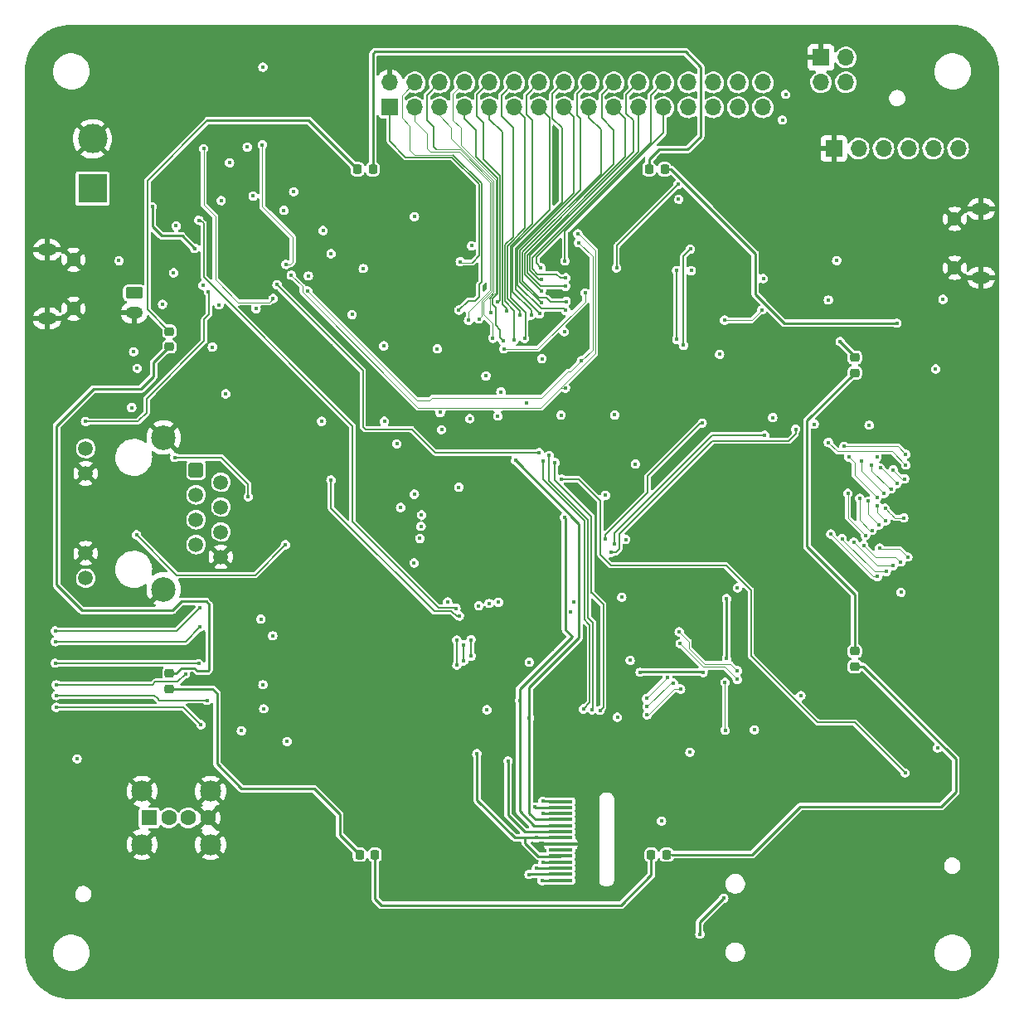
<source format=gbl>
G04 #@! TF.GenerationSoftware,KiCad,Pcbnew,(6.0.8)*
G04 #@! TF.CreationDate,2024-01-04T13:56:32-05:00*
G04 #@! TF.ProjectId,lb_mp1,6c625f6d-7031-42e6-9b69-6361645f7063,rev?*
G04 #@! TF.SameCoordinates,Original*
G04 #@! TF.FileFunction,Copper,L4,Bot*
G04 #@! TF.FilePolarity,Positive*
%FSLAX46Y46*%
G04 Gerber Fmt 4.6, Leading zero omitted, Abs format (unit mm)*
G04 Created by KiCad (PCBNEW (6.0.8)) date 2024-01-04 13:56:32*
%MOMM*%
%LPD*%
G01*
G04 APERTURE LIST*
G04 Aperture macros list*
%AMRoundRect*
0 Rectangle with rounded corners*
0 $1 Rounding radius*
0 $2 $3 $4 $5 $6 $7 $8 $9 X,Y pos of 4 corners*
0 Add a 4 corners polygon primitive as box body*
4,1,4,$2,$3,$4,$5,$6,$7,$8,$9,$2,$3,0*
0 Add four circle primitives for the rounded corners*
1,1,$1+$1,$2,$3*
1,1,$1+$1,$4,$5*
1,1,$1+$1,$6,$7*
1,1,$1+$1,$8,$9*
0 Add four rect primitives between the rounded corners*
20,1,$1+$1,$2,$3,$4,$5,0*
20,1,$1+$1,$4,$5,$6,$7,0*
20,1,$1+$1,$6,$7,$8,$9,0*
20,1,$1+$1,$8,$9,$2,$3,0*%
G04 Aperture macros list end*
G04 #@! TA.AperFunction,ComponentPad*
%ADD10RoundRect,0.250000X-0.625000X0.350000X-0.625000X-0.350000X0.625000X-0.350000X0.625000X0.350000X0*%
G04 #@! TD*
G04 #@! TA.AperFunction,ComponentPad*
%ADD11O,1.750000X1.200000*%
G04 #@! TD*
G04 #@! TA.AperFunction,ComponentPad*
%ADD12R,1.600000X1.600000*%
G04 #@! TD*
G04 #@! TA.AperFunction,ComponentPad*
%ADD13C,1.600000*%
G04 #@! TD*
G04 #@! TA.AperFunction,ComponentPad*
%ADD14C,2.150000*%
G04 #@! TD*
G04 #@! TA.AperFunction,ComponentPad*
%ADD15R,1.700000X1.700000*%
G04 #@! TD*
G04 #@! TA.AperFunction,ComponentPad*
%ADD16O,1.700000X1.700000*%
G04 #@! TD*
G04 #@! TA.AperFunction,ComponentPad*
%ADD17C,1.450000*%
G04 #@! TD*
G04 #@! TA.AperFunction,ComponentPad*
%ADD18O,1.900000X1.200000*%
G04 #@! TD*
G04 #@! TA.AperFunction,ComponentPad*
%ADD19RoundRect,0.250500X-0.499500X0.499500X-0.499500X-0.499500X0.499500X-0.499500X0.499500X0.499500X0*%
G04 #@! TD*
G04 #@! TA.AperFunction,ComponentPad*
%ADD20C,1.500000*%
G04 #@! TD*
G04 #@! TA.AperFunction,ComponentPad*
%ADD21C,2.500000*%
G04 #@! TD*
G04 #@! TA.AperFunction,ComponentPad*
%ADD22C,0.609600*%
G04 #@! TD*
G04 #@! TA.AperFunction,ComponentPad*
%ADD23R,3.000000X3.000000*%
G04 #@! TD*
G04 #@! TA.AperFunction,ComponentPad*
%ADD24C,3.000000*%
G04 #@! TD*
G04 #@! TA.AperFunction,SMDPad,CuDef*
%ADD25RoundRect,0.218750X0.256250X-0.218750X0.256250X0.218750X-0.256250X0.218750X-0.256250X-0.218750X0*%
G04 #@! TD*
G04 #@! TA.AperFunction,SMDPad,CuDef*
%ADD26RoundRect,0.218750X0.218750X0.256250X-0.218750X0.256250X-0.218750X-0.256250X0.218750X-0.256250X0*%
G04 #@! TD*
G04 #@! TA.AperFunction,SMDPad,CuDef*
%ADD27RoundRect,0.218750X-0.218750X-0.256250X0.218750X-0.256250X0.218750X0.256250X-0.218750X0.256250X0*%
G04 #@! TD*
G04 #@! TA.AperFunction,SMDPad,CuDef*
%ADD28R,2.400000X0.320000*%
G04 #@! TD*
G04 #@! TA.AperFunction,SMDPad,CuDef*
%ADD29RoundRect,0.218750X-0.256250X0.218750X-0.256250X-0.218750X0.256250X-0.218750X0.256250X0.218750X0*%
G04 #@! TD*
G04 #@! TA.AperFunction,ViaPad*
%ADD30C,0.450000*%
G04 #@! TD*
G04 #@! TA.AperFunction,Conductor*
%ADD31C,0.127000*%
G04 #@! TD*
G04 #@! TA.AperFunction,Conductor*
%ADD32C,0.254000*%
G04 #@! TD*
G04 #@! TA.AperFunction,Conductor*
%ADD33C,0.100000*%
G04 #@! TD*
G04 #@! TA.AperFunction,Conductor*
%ADD34C,0.090000*%
G04 #@! TD*
G04 APERTURE END LIST*
D10*
X110850000Y-74300000D03*
D11*
X110850000Y-76300000D03*
D12*
X112390000Y-127900000D03*
D13*
X114390000Y-127900000D03*
X116390000Y-127900000D03*
X118390000Y-127900000D03*
D14*
X118660000Y-125180000D03*
X118660000Y-130620000D03*
X111660000Y-125180000D03*
X111660000Y-130620000D03*
D15*
X136960000Y-55345000D03*
D16*
X136960000Y-52805000D03*
X139500000Y-55345000D03*
X139500000Y-52805000D03*
X142040000Y-55345000D03*
X142040000Y-52805000D03*
X144580000Y-55345000D03*
X144580000Y-52805000D03*
X147120000Y-55345000D03*
X147120000Y-52805000D03*
X149660000Y-55345000D03*
X149660000Y-52805000D03*
X152200000Y-55345000D03*
X152200000Y-52805000D03*
X154740000Y-55345000D03*
X154740000Y-52805000D03*
X157280000Y-55345000D03*
X157280000Y-52805000D03*
X159820000Y-55345000D03*
X159820000Y-52805000D03*
X162360000Y-55345000D03*
X162360000Y-52805000D03*
X164900000Y-55345000D03*
X164900000Y-52805000D03*
X167440000Y-55345000D03*
X167440000Y-52805000D03*
X169980000Y-55345000D03*
X169980000Y-52805000D03*
X172520000Y-55345000D03*
X172520000Y-52805000D03*
X175060000Y-55345000D03*
X175060000Y-52805000D03*
D15*
X182290000Y-59550000D03*
D16*
X184830000Y-59550000D03*
X187370000Y-59550000D03*
X189910000Y-59550000D03*
X192450000Y-59550000D03*
X194990000Y-59550000D03*
D17*
X104662500Y-75900000D03*
D18*
X101962500Y-76900000D03*
D17*
X104662500Y-70900000D03*
D18*
X101962500Y-69900000D03*
D19*
X117172500Y-92360000D03*
D20*
X119712500Y-93620000D03*
X117172500Y-94900000D03*
X119712500Y-96160000D03*
X117172500Y-97440000D03*
X119712500Y-98700000D03*
X117172500Y-99980000D03*
X119712500Y-101240000D03*
X105912500Y-90175000D03*
X105912500Y-92715000D03*
X105912500Y-100885000D03*
X105912500Y-103425000D03*
D21*
X113862500Y-104545000D03*
X113862500Y-89055000D03*
D18*
X197347500Y-65730000D03*
D17*
X194647500Y-66730000D03*
D18*
X197347500Y-72730000D03*
D17*
X194647500Y-71730000D03*
D22*
X123140000Y-71590000D03*
X121940000Y-71590000D03*
X120740000Y-71590000D03*
X123140000Y-70390000D03*
X121940000Y-70390000D03*
X120740000Y-70390000D03*
X123140000Y-69190000D03*
X121940000Y-69190000D03*
X120740000Y-69190000D03*
D23*
X106600000Y-63640000D03*
D24*
X106600000Y-58560000D03*
D15*
X180992500Y-50247500D03*
D16*
X183532500Y-50247500D03*
X180992500Y-52787500D03*
X183532500Y-52787500D03*
D22*
X150440000Y-97660000D03*
X149440000Y-97660000D03*
X148440000Y-97660000D03*
X150440000Y-96660000D03*
X149440000Y-96660000D03*
X148440000Y-96660000D03*
X150440000Y-95660000D03*
X149440000Y-95660000D03*
X148440000Y-95660000D03*
D25*
X114440000Y-79787500D03*
X114440000Y-78212500D03*
D26*
X165227500Y-131660000D03*
X163652500Y-131660000D03*
D27*
X133652500Y-61660000D03*
X135227500Y-61660000D03*
D28*
X154422500Y-134275000D03*
X154422500Y-133655000D03*
X154422500Y-133035000D03*
X154422500Y-132415000D03*
X154422500Y-131795000D03*
X154422500Y-131175000D03*
X154422500Y-130555000D03*
X154422500Y-129935000D03*
X154422500Y-129315000D03*
X154422500Y-128695000D03*
X154422500Y-128075000D03*
X154422500Y-127455000D03*
X154422500Y-126835000D03*
X154422500Y-126215000D03*
D27*
X163440000Y-61660000D03*
X165015000Y-61660000D03*
D29*
X184440000Y-80872500D03*
X184440000Y-82447500D03*
X184440000Y-110872500D03*
X184440000Y-112447500D03*
D26*
X135440000Y-131660000D03*
X133865000Y-131660000D03*
D25*
X114440000Y-114747500D03*
X114440000Y-113172500D03*
D30*
X192420000Y-123140000D03*
X187050000Y-110600000D03*
X164860000Y-126790000D03*
X167500000Y-125140000D03*
X159850000Y-99900000D03*
X159570000Y-100790000D03*
X146870000Y-116870000D03*
X139050000Y-118690000D03*
X162010000Y-132350000D03*
X153830000Y-91610000D03*
X158420000Y-116920000D03*
X157620000Y-116860000D03*
X153240000Y-90880000D03*
X152571746Y-91495742D03*
X156730000Y-116780000D03*
X167600000Y-121190000D03*
X164710000Y-128220000D03*
X150400000Y-110600000D03*
X163600000Y-91400000D03*
X170936662Y-112959190D03*
X124640000Y-77060000D03*
X180400000Y-82400000D03*
X155500000Y-85900000D03*
X130900000Y-79700000D03*
X137300000Y-70350000D03*
X152220000Y-130700000D03*
X147170000Y-84460000D03*
X147800000Y-108600000D03*
X142903970Y-83833491D03*
X158400000Y-73800000D03*
X132100000Y-95500000D03*
X192400000Y-95800000D03*
X148510000Y-83540000D03*
X137200000Y-76200000D03*
X113840000Y-66980000D03*
X158200000Y-106900000D03*
X171700000Y-78400000D03*
X161700000Y-95400000D03*
X152100000Y-79000000D03*
X127900000Y-75100000D03*
X166500000Y-112400000D03*
X120140000Y-66030000D03*
X192600000Y-99800000D03*
X123470172Y-65163742D03*
X189200000Y-96000000D03*
X153500000Y-110700000D03*
X165000000Y-109000000D03*
X192900000Y-88800000D03*
X145900000Y-109000000D03*
X170370000Y-111720000D03*
X162040000Y-99360000D03*
X126480000Y-69650000D03*
X163900000Y-93900000D03*
X193200000Y-92300000D03*
X136300000Y-90300000D03*
X162300000Y-75600000D03*
X137427580Y-86718409D03*
X156900000Y-108800000D03*
X174400000Y-83500000D03*
X137200000Y-99500000D03*
X183000000Y-105500000D03*
X150200000Y-84300000D03*
X156830000Y-84870000D03*
X178800000Y-84440000D03*
X192400000Y-105300000D03*
X151668208Y-111267169D03*
X140853222Y-84684415D03*
X174880000Y-115200000D03*
X159800000Y-113000000D03*
X109650000Y-70050000D03*
X188000000Y-104100000D03*
X131330000Y-119760000D03*
X136860000Y-94700000D03*
X174990000Y-114050000D03*
X150800000Y-102700000D03*
X136500000Y-97900000D03*
X121500000Y-64300000D03*
X154540000Y-109360000D03*
X119260000Y-76260000D03*
X122400000Y-78700000D03*
X174620000Y-113060000D03*
X147500000Y-82300000D03*
X153880000Y-63820000D03*
X146670000Y-73640000D03*
X140870000Y-107480000D03*
X136400000Y-87400000D03*
X138060000Y-96210000D03*
X137680000Y-89700000D03*
X142100000Y-86500000D03*
X144000000Y-94130000D03*
X130000000Y-87400000D03*
X126340000Y-71380000D03*
X123940000Y-59160000D03*
X117940000Y-59560000D03*
X125040000Y-74860000D03*
X117460000Y-66880000D03*
X143720000Y-106490000D03*
X166260000Y-79040000D03*
X166240000Y-72000000D03*
X115000000Y-91100000D03*
X122500000Y-95100000D03*
X168620000Y-139775000D03*
X171050000Y-136105000D03*
X118440000Y-74160000D03*
X105890000Y-87420000D03*
X117590000Y-106410000D03*
X102800000Y-108800000D03*
X145250000Y-111390000D03*
X145250000Y-109710000D03*
X116100000Y-113200000D03*
X102900000Y-114300000D03*
X102900000Y-116600000D03*
X143810000Y-112290000D03*
X143800000Y-109740000D03*
X117670000Y-118370000D03*
X189570000Y-123310000D03*
X154500000Y-93300000D03*
X112700000Y-65500000D03*
X117040000Y-69750000D03*
X154770000Y-78240000D03*
X120600000Y-61000000D03*
X185900000Y-87800000D03*
X189155000Y-104860000D03*
X119520000Y-75500000D03*
X123000000Y-64400000D03*
X126140000Y-65860000D03*
X167740000Y-72020000D03*
X166450000Y-64730000D03*
X125000000Y-109300000D03*
X145300000Y-69480000D03*
X178930000Y-115410000D03*
X162040000Y-91760000D03*
X122400000Y-59400000D03*
X159920000Y-86750000D03*
X161040000Y-99460000D03*
X139470000Y-66500000D03*
X121800000Y-119000000D03*
X146770000Y-82770000D03*
X124080000Y-116760000D03*
X171340000Y-111640000D03*
X145850000Y-121350000D03*
X186690000Y-91070000D03*
X160650000Y-105360000D03*
X155720000Y-105810000D03*
X160190000Y-117620000D03*
X192700000Y-82070000D03*
X124000000Y-114300000D03*
X146040000Y-106240000D03*
X141800000Y-80000000D03*
X105030000Y-121870000D03*
X111160000Y-81990000D03*
X148300000Y-84400000D03*
X181742500Y-75010000D03*
X161500000Y-111800000D03*
X177038000Y-56642000D03*
X176060000Y-87020000D03*
X171340000Y-105510000D03*
X175100000Y-72820000D03*
X140150000Y-98130000D03*
X139440000Y-101860000D03*
X172460000Y-104420000D03*
X151895000Y-129935000D03*
X123800000Y-107600000D03*
X162520000Y-113030000D03*
X148050000Y-105880000D03*
X193440000Y-74940000D03*
X168950000Y-113060000D03*
X170640000Y-80560000D03*
X174190000Y-118910000D03*
X152500000Y-81010000D03*
X120200000Y-84600000D03*
X111100000Y-99000000D03*
X126300000Y-100000000D03*
X118300000Y-115900000D03*
X144510000Y-110240000D03*
X102900000Y-115400000D03*
X144500000Y-111870000D03*
X167650000Y-69810000D03*
X166940000Y-79640000D03*
X102800000Y-109900000D03*
X117600000Y-108400000D03*
X166600000Y-110100000D03*
X172440000Y-113760000D03*
X171190000Y-114060000D03*
X171200000Y-118940000D03*
X166500000Y-108900000D03*
X172440000Y-112860000D03*
X152430000Y-74120000D03*
X154900000Y-73630000D03*
X152200000Y-90600000D03*
X125440000Y-73460000D03*
X154440000Y-86760000D03*
X150900000Y-85500000D03*
X140020000Y-99360000D03*
X158970000Y-94960000D03*
X130950000Y-70280000D03*
X140200000Y-96960000D03*
X147990000Y-86860000D03*
X147100000Y-106000000D03*
X142245000Y-88255000D03*
X134245000Y-71795000D03*
X155440000Y-106870000D03*
X145130000Y-87130000D03*
X142870000Y-105860000D03*
X118840000Y-79820000D03*
X113750000Y-75450000D03*
X115144465Y-67451692D03*
X151200000Y-112000000D03*
X130140000Y-67930000D03*
X133100000Y-76500000D03*
X139470000Y-94850000D03*
X126460000Y-120100000D03*
X117890000Y-73520000D03*
X119740000Y-64860000D03*
X114880000Y-72240000D03*
X110800000Y-80300000D03*
X136350000Y-79700000D03*
X128640000Y-72560000D03*
X124000000Y-51230000D03*
X182590000Y-70990000D03*
X177380000Y-54020000D03*
X192870000Y-120770000D03*
X180300000Y-87700000D03*
X123300000Y-75900000D03*
X110600000Y-86000000D03*
X127140000Y-63960000D03*
X150200000Y-115920000D03*
X156153604Y-68249774D03*
X154900000Y-84010000D03*
X154800000Y-97200000D03*
X126890000Y-72470000D03*
X128570000Y-74100000D03*
X151200000Y-117670000D03*
X149800000Y-91400000D03*
X156510000Y-81220000D03*
X156230000Y-69150000D03*
X188740000Y-77385000D03*
X171140000Y-77070000D03*
X174950000Y-76030000D03*
X152380000Y-71710000D03*
X160110000Y-71740000D03*
X166400000Y-63200000D03*
X154850000Y-71020000D03*
X148870000Y-76120000D03*
X149680000Y-79060000D03*
X145000000Y-77090000D03*
X146060000Y-76940000D03*
X150200000Y-76550000D03*
X152250000Y-76420000D03*
X154930000Y-76090000D03*
X152480000Y-75290000D03*
X154960000Y-75160000D03*
X150710000Y-78940000D03*
X151390000Y-76550000D03*
X156890000Y-74300000D03*
X148607994Y-80008393D03*
X144010000Y-76050000D03*
X147480000Y-78920000D03*
X147240000Y-76330000D03*
X148510000Y-79140000D03*
X147960000Y-75240000D03*
X152440000Y-72890000D03*
X154920000Y-72740000D03*
X144160000Y-71100000D03*
X182940000Y-79260000D03*
X117435000Y-112135000D03*
X102800000Y-112100000D03*
X151800000Y-126800000D03*
X152620000Y-132400000D03*
X151910008Y-133056982D03*
X151180000Y-133670000D03*
X152500000Y-134300000D03*
X152600000Y-126200000D03*
X152600000Y-127400000D03*
X149030000Y-122090000D03*
X181740000Y-89560000D03*
X189640000Y-91860000D03*
X183340000Y-89960000D03*
X189640000Y-90760000D03*
X183840000Y-91060000D03*
X186700102Y-95182843D03*
X185140000Y-91460000D03*
X187440000Y-94760000D03*
X188130000Y-94310000D03*
X186140000Y-91860000D03*
X187040000Y-92160000D03*
X188740000Y-93760000D03*
X189532936Y-93285262D03*
X188340000Y-92360000D03*
X185520000Y-99040000D03*
X183740000Y-94760000D03*
X186190000Y-98550000D03*
X184940000Y-95260000D03*
X185840000Y-95560000D03*
X186910000Y-97980000D03*
X186740000Y-96060000D03*
X187620000Y-97560000D03*
X189440000Y-97260000D03*
X187546393Y-96284697D03*
X181990000Y-98920000D03*
X186740000Y-103260000D03*
X183150000Y-99390000D03*
X187640000Y-102760000D03*
X184340000Y-99760000D03*
X188340000Y-102160000D03*
X189140000Y-101760000D03*
X185340000Y-100060000D03*
X186980000Y-100350000D03*
X189860631Y-101263626D03*
X144060000Y-107280000D03*
X130950000Y-93390000D03*
X109300000Y-71000000D03*
X158974405Y-99386347D03*
X168850000Y-87580000D03*
X178400000Y-88200000D03*
X175230000Y-88830000D03*
X163230000Y-117380000D03*
X166660000Y-114750000D03*
X165942827Y-114147260D03*
X163230000Y-116540000D03*
X163170000Y-115710000D03*
X165310000Y-113530000D03*
D31*
X159850000Y-98840000D02*
X169850000Y-88840000D01*
X169850000Y-88840000D02*
X169850000Y-88800000D01*
X159850000Y-99900000D02*
X159850000Y-98840000D01*
X175200000Y-88800000D02*
X175230000Y-88830000D01*
X169850000Y-88800000D02*
X175200000Y-88800000D01*
X160400000Y-100430000D02*
X160400000Y-99820000D01*
X159570000Y-100790000D02*
X160040000Y-100790000D01*
X160040000Y-100790000D02*
X160400000Y-100430000D01*
X153830000Y-93430000D02*
X153830000Y-91610000D01*
X153890000Y-93490000D02*
X153830000Y-93430000D01*
X157550000Y-97150000D02*
X153890000Y-93490000D01*
X157550000Y-104900000D02*
X157550000Y-97150000D01*
X157570000Y-104920000D02*
X157550000Y-104900000D01*
X157590000Y-104940000D02*
X157570000Y-104920000D01*
X158760000Y-106110000D02*
X157590000Y-104940000D01*
X158760000Y-106530000D02*
X158760000Y-106110000D01*
X158420000Y-116920000D02*
X158760000Y-116580000D01*
X158760000Y-116580000D02*
X158760000Y-106530000D01*
X157710000Y-116770000D02*
X157620000Y-116860000D01*
X157710000Y-107960000D02*
X157710000Y-116770000D01*
X157180000Y-107430000D02*
X157710000Y-107960000D01*
X157180000Y-107410000D02*
X157180000Y-107430000D01*
X157180000Y-97450000D02*
X157180000Y-107410000D01*
X157100000Y-97370000D02*
X157180000Y-97450000D01*
X153240000Y-93510000D02*
X157100000Y-97370000D01*
X153240000Y-90880000D02*
X153240000Y-93510000D01*
X152730000Y-93440000D02*
X152571746Y-93281746D01*
X156860000Y-97570000D02*
X152730000Y-93440000D01*
X156860000Y-107670000D02*
X156860000Y-97570000D01*
X157387500Y-108197500D02*
X157220000Y-108030000D01*
X157387500Y-116122500D02*
X157387500Y-108197500D01*
X156730000Y-116780000D02*
X157387500Y-116122500D01*
X152571746Y-93281746D02*
X152571746Y-91495742D01*
X157220000Y-108030000D02*
X156860000Y-107670000D01*
X159520000Y-102100000D02*
X159930000Y-102100000D01*
X158470000Y-101050000D02*
X159520000Y-102100000D01*
X158470000Y-95550000D02*
X158470000Y-101050000D01*
X156220000Y-93300000D02*
X158470000Y-95550000D01*
X154500000Y-93300000D02*
X156220000Y-93300000D01*
X159930000Y-102100000D02*
X171280000Y-102100000D01*
D32*
X154422500Y-130555000D02*
X152445000Y-130555000D01*
X152300000Y-130700000D02*
X152220000Y-130700000D01*
X152445000Y-130555000D02*
X152300000Y-130700000D01*
D33*
X126820000Y-71380000D02*
X127040000Y-71160000D01*
X127040000Y-68560000D02*
X127040000Y-71160000D01*
X123940000Y-65460000D02*
X127040000Y-68560000D01*
D34*
X123940000Y-59160000D02*
X123940000Y-65460000D01*
D33*
X126340000Y-71380000D02*
X126820000Y-71380000D01*
D34*
X124640000Y-75260000D02*
X125040000Y-74860000D01*
X119140000Y-66460000D02*
X117940000Y-65260000D01*
X117940000Y-64560000D02*
X117940000Y-59560000D01*
X117940000Y-65260000D02*
X117940000Y-64560000D01*
X119160000Y-68780000D02*
X119160000Y-72930000D01*
X119160000Y-72930000D02*
X121490000Y-75260000D01*
X121490000Y-75260000D02*
X124640000Y-75260000D01*
X119140000Y-66460000D02*
X119140000Y-68760000D01*
D31*
X117460000Y-66880000D02*
X117630000Y-66880000D01*
X117940000Y-72660000D02*
X133140000Y-87860000D01*
X117940000Y-67190000D02*
X117940000Y-72660000D01*
X141940000Y-106460000D02*
X143690000Y-106460000D01*
X133140000Y-87860000D02*
X133140000Y-97660000D01*
X143690000Y-106460000D02*
X143720000Y-106490000D01*
X117630000Y-66880000D02*
X117940000Y-67190000D01*
X133140000Y-97660000D02*
X141940000Y-106460000D01*
X166260000Y-75870000D02*
X166260000Y-72020000D01*
X166260000Y-72020000D02*
X166240000Y-72000000D01*
X166260000Y-75870000D02*
X166260000Y-79040000D01*
X119800000Y-91100000D02*
X115000000Y-91100000D01*
X122500000Y-93800000D02*
X119800000Y-91100000D01*
X122500000Y-95100000D02*
X122500000Y-93800000D01*
D32*
X168600000Y-138580000D02*
X168600000Y-139820000D01*
X171025000Y-136135000D02*
X168595000Y-138565000D01*
D31*
X118500000Y-76500000D02*
X118500000Y-74220000D01*
X118000000Y-79218719D02*
X112120000Y-85098719D01*
X111320000Y-87330000D02*
X111230000Y-87420000D01*
X118000000Y-77000000D02*
X118000000Y-79218719D01*
X112120000Y-85098719D02*
X112120000Y-86530000D01*
X111230000Y-87420000D02*
X105890000Y-87420000D01*
X112120000Y-86530000D02*
X111320000Y-87330000D01*
X118000000Y-77000000D02*
X118500000Y-76500000D01*
X118500000Y-74220000D02*
X118440000Y-74160000D01*
X102800000Y-108800000D02*
X115200000Y-108800000D01*
X115200000Y-108800000D02*
X117590000Y-106410000D01*
X102900000Y-114300000D02*
X112700000Y-114300000D01*
X112700000Y-114300000D02*
X113000000Y-114000000D01*
X115300000Y-114000000D02*
X116100000Y-113200000D01*
X113000000Y-114000000D02*
X115300000Y-114000000D01*
X145250000Y-109710000D02*
X145250000Y-111390000D01*
X115900000Y-116600000D02*
X117670000Y-118370000D01*
X143800000Y-112280000D02*
X143810000Y-112290000D01*
X102900000Y-116600000D02*
X115900000Y-116600000D01*
X143800000Y-109740000D02*
X143800000Y-112280000D01*
X112212500Y-75985000D02*
X112212500Y-62808268D01*
X114440000Y-78212500D02*
X112212500Y-75985000D01*
D32*
X128652500Y-56660000D02*
X133652500Y-61660000D01*
X118360768Y-56660000D02*
X128652500Y-56660000D01*
D31*
X112212500Y-62808268D02*
X118360768Y-56660000D01*
D32*
X184440000Y-105060000D02*
X179540000Y-100160000D01*
X179540000Y-100160000D02*
X179540000Y-87347500D01*
X179540000Y-87347500D02*
X184440000Y-82447500D01*
X184440000Y-110872500D02*
X184440000Y-105060000D01*
X105510000Y-106700000D02*
X102920000Y-104110000D01*
X106680000Y-84130000D02*
X111520000Y-84130000D01*
X117000000Y-112600000D02*
X117300000Y-112900000D01*
X115700000Y-112600000D02*
X117000000Y-112600000D01*
X114800000Y-106700000D02*
X105510000Y-106700000D01*
X117300000Y-112900000D02*
X118400000Y-112900000D01*
X102920000Y-104110000D02*
X102920000Y-87890000D01*
X118500000Y-106100000D02*
X118200000Y-105800000D01*
X115127500Y-113172500D02*
X115700000Y-112600000D01*
X102920000Y-87890000D02*
X106680000Y-84130000D01*
X114440000Y-113172500D02*
X115127500Y-113172500D01*
X111520000Y-84130000D02*
X112840000Y-82810000D01*
X118400000Y-112900000D02*
X118500000Y-112800000D01*
X118500000Y-112800000D02*
X118500000Y-106100000D01*
X112840000Y-82810000D02*
X112840000Y-81387500D01*
X112840000Y-81387500D02*
X114440000Y-79787500D01*
X118200000Y-105800000D02*
X115700000Y-105800000D01*
X115700000Y-105800000D02*
X114800000Y-106700000D01*
X193240000Y-126760000D02*
X194740000Y-125260000D01*
X194740000Y-121860000D02*
X185327500Y-112447500D01*
D31*
X165227500Y-131660000D02*
X165740000Y-131660000D01*
X178840000Y-126760000D02*
X193240000Y-126760000D01*
X173950000Y-131650000D02*
X178850000Y-126750000D01*
D32*
X194740000Y-125260000D02*
X194740000Y-121860000D01*
X194740000Y-125260000D02*
X194740000Y-125160000D01*
X173940000Y-131660000D02*
X178850000Y-126750000D01*
X191599232Y-126760000D02*
X193240000Y-126760000D01*
X185327500Y-112447500D02*
X184440000Y-112447500D01*
X165740000Y-131660000D02*
X173940000Y-131660000D01*
X191589232Y-126750000D02*
X191599232Y-126760000D01*
X178850000Y-126750000D02*
X191589232Y-126750000D01*
D31*
X194740000Y-125160000D02*
X194740000Y-121860000D01*
D32*
X131840000Y-127540000D02*
X131840000Y-129635000D01*
X121810000Y-124910000D02*
X119300000Y-122400000D01*
X119300000Y-115200000D02*
X118847500Y-114747500D01*
X121810000Y-124910000D02*
X129210000Y-124910000D01*
X119300000Y-122400000D02*
X119300000Y-115200000D01*
X118847500Y-114747500D02*
X114440000Y-114747500D01*
X129210000Y-124910000D02*
X131840000Y-127540000D01*
X131840000Y-129635000D02*
X133865000Y-131660000D01*
D31*
X173840000Y-104660000D02*
X173840000Y-111333062D01*
X180666938Y-118160000D02*
X184420000Y-118160000D01*
X171280000Y-102100000D02*
X173840000Y-104660000D01*
X184420000Y-118160000D02*
X189570000Y-123310000D01*
X173840000Y-111333062D02*
X180666938Y-118160000D01*
D32*
X113960000Y-68460000D02*
X113660000Y-68460000D01*
X112800000Y-67600000D02*
X112700000Y-67500000D01*
X115750000Y-68460000D02*
X113960000Y-68460000D01*
X112700000Y-67500000D02*
X112700000Y-65500000D01*
X113660000Y-68460000D02*
X112800000Y-67600000D01*
X117040000Y-69750000D02*
X115750000Y-68460000D01*
X151895000Y-129935000D02*
X154422500Y-129935000D01*
X151895000Y-129935000D02*
X150785000Y-129935000D01*
X168869000Y-112979000D02*
X162571000Y-112979000D01*
X150785000Y-130475000D02*
X150785000Y-129935000D01*
X149735000Y-129935000D02*
X145850000Y-126050000D01*
X152130000Y-131820000D02*
X150785000Y-130475000D01*
X168950000Y-113060000D02*
X168869000Y-112979000D01*
X154397500Y-131820000D02*
X154422500Y-131795000D01*
X145850000Y-126050000D02*
X145850000Y-121350000D01*
X150785000Y-129935000D02*
X149735000Y-129935000D01*
X152130000Y-131820000D02*
X154397500Y-131820000D01*
X171340000Y-111640000D02*
X171340000Y-105510000D01*
X162571000Y-112979000D02*
X162520000Y-113030000D01*
D31*
X123200000Y-103100000D02*
X117200000Y-103100000D01*
X126300000Y-100000000D02*
X123200000Y-103100000D01*
X117200000Y-103100000D02*
X115200000Y-103100000D01*
X115200000Y-103100000D02*
X111100000Y-99000000D01*
X144510000Y-110240000D02*
X144510000Y-111860000D01*
X113400000Y-115900000D02*
X118300000Y-115900000D01*
X112900000Y-115400000D02*
X113200000Y-115700000D01*
X113200000Y-115700000D02*
X113400000Y-115900000D01*
X144510000Y-111860000D02*
X144500000Y-111870000D01*
X102900000Y-115400000D02*
X112600000Y-115400000D01*
X112600000Y-115400000D02*
X112900000Y-115400000D01*
X166940000Y-75130000D02*
X166940000Y-79640000D01*
X166940000Y-70520000D02*
X167650000Y-69810000D01*
X166940000Y-75130000D02*
X166940000Y-70520000D01*
X102800000Y-109900000D02*
X116100000Y-109900000D01*
X116100000Y-109900000D02*
X117600000Y-108400000D01*
D33*
X171165190Y-112485190D02*
X171890000Y-113210000D01*
X168985190Y-112485190D02*
X171165190Y-112485190D01*
X166600000Y-110100000D02*
X168985190Y-112485190D01*
D34*
X171890000Y-113210000D02*
X172440000Y-113760000D01*
X171190000Y-114060000D02*
X171190000Y-118950000D01*
D33*
X171780000Y-112200000D02*
X172440000Y-112860000D01*
X169100000Y-112200000D02*
X171780000Y-112200000D01*
X167500000Y-109900000D02*
X167500000Y-110600000D01*
X167500000Y-110600000D02*
X169100000Y-112200000D01*
X166500000Y-108900000D02*
X167500000Y-109900000D01*
D31*
X150730000Y-72376899D02*
X150730000Y-70270000D01*
X158590000Y-54035000D02*
X159820000Y-52805000D01*
X152430000Y-74076899D02*
X150730000Y-72376899D01*
X159820000Y-57650000D02*
X158590000Y-56420000D01*
D34*
X152430000Y-74076899D02*
X152430000Y-74120000D01*
D31*
X158590000Y-56420000D02*
X158590000Y-54035000D01*
X159820000Y-61180000D02*
X159820000Y-57650000D01*
X150730000Y-70270000D02*
X159820000Y-61180000D01*
X154900000Y-73630000D02*
X152380000Y-73630000D01*
X161000000Y-60400000D02*
X161000000Y-56525000D01*
X150970000Y-70430000D02*
X161000000Y-60400000D01*
X152380000Y-73630000D02*
X150970000Y-72220000D01*
X161000000Y-56525000D02*
X159820000Y-55345000D01*
X150970000Y-72220000D02*
X150970000Y-70430000D01*
X134450000Y-88210000D02*
X139200000Y-88210000D01*
X139200000Y-88210000D02*
X141440000Y-90450000D01*
X134200000Y-82220000D02*
X134200000Y-87960000D01*
X141590000Y-90600000D02*
X141440000Y-90450000D01*
X152200000Y-90600000D02*
X141590000Y-90600000D01*
X125440000Y-73460000D02*
X134200000Y-82220000D01*
X134200000Y-87960000D02*
X134450000Y-88210000D01*
D34*
X153940000Y-84460000D02*
X152369000Y-86031000D01*
X156219774Y-68249774D02*
X156153604Y-68249774D01*
X157920000Y-80480000D02*
X153940000Y-84460000D01*
X157080000Y-69110000D02*
X156219774Y-68249774D01*
X139866018Y-86031000D02*
X128050000Y-74214982D01*
X157080000Y-69110000D02*
X157920000Y-69950000D01*
D32*
X150200000Y-114779232D02*
X155600000Y-109379232D01*
X154889000Y-97289000D02*
X154800000Y-97200000D01*
D34*
X152369000Y-86031000D02*
X139866018Y-86031000D01*
D32*
X150200000Y-127200000D02*
X150200000Y-115920000D01*
X154422500Y-128695000D02*
X151695000Y-128695000D01*
X155600000Y-109379232D02*
X154889000Y-108668232D01*
D34*
X154390000Y-84010000D02*
X154900000Y-84010000D01*
D32*
X154889000Y-99511000D02*
X154889000Y-97289000D01*
D34*
X153940000Y-84460000D02*
X154390000Y-84010000D01*
X128050000Y-74214982D02*
X128050000Y-73630000D01*
X157920000Y-69950000D02*
X157920000Y-80480000D01*
D32*
X151695000Y-128695000D02*
X150200000Y-127200000D01*
X154889000Y-108668232D02*
X154889000Y-99511000D01*
X150200000Y-115920000D02*
X150200000Y-114779232D01*
D34*
X128050000Y-73630000D02*
X126890000Y-72470000D01*
X141021597Y-85275295D02*
X141296330Y-85000562D01*
X155115000Y-82355000D02*
X155375000Y-82355000D01*
D32*
X149800000Y-91400000D02*
X156271000Y-97871000D01*
D34*
X157660000Y-70570000D02*
X156240000Y-69150000D01*
D32*
X151875000Y-128075000D02*
X151200000Y-127400000D01*
X154422500Y-128075000D02*
X151875000Y-128075000D01*
D34*
X139745295Y-85275295D02*
X141021597Y-85275295D01*
D32*
X151200000Y-127400000D02*
X151200000Y-117670000D01*
D34*
X155375000Y-82355000D02*
X156510000Y-81220000D01*
X157660000Y-80070000D02*
X157660000Y-70570000D01*
X128570000Y-74100000D02*
X139745295Y-85275295D01*
D32*
X151200000Y-114600000D02*
X156271000Y-109529000D01*
X151200000Y-117670000D02*
X151200000Y-114600000D01*
D34*
X141296330Y-85000562D02*
X152469438Y-85000562D01*
X156510000Y-81220000D02*
X157660000Y-80070000D01*
X156240000Y-69150000D02*
X156230000Y-69150000D01*
X152469438Y-85000562D02*
X155115000Y-82355000D01*
D32*
X156271000Y-97871000D02*
X156271000Y-109529000D01*
X165015000Y-61660000D02*
X165639232Y-61660000D01*
X177245000Y-77385000D02*
X188740000Y-77385000D01*
X174280000Y-74420000D02*
X177245000Y-77385000D01*
X174280000Y-70300768D02*
X174280000Y-74420000D01*
X165639232Y-61660000D02*
X174280000Y-70300768D01*
D34*
X173910000Y-77070000D02*
X174950000Y-76030000D01*
X171140000Y-77070000D02*
X173910000Y-77070000D01*
D31*
X151926500Y-70613500D02*
X163610000Y-58930000D01*
X163610000Y-58930000D02*
X163610000Y-54095000D01*
X152380000Y-71710000D02*
X151926500Y-71256500D01*
X151926500Y-71256500D02*
X151926500Y-70613500D01*
X163610000Y-54095000D02*
X164900000Y-52805000D01*
D34*
X160110000Y-69440000D02*
X160160000Y-69440000D01*
D31*
X160160000Y-69440000D02*
X166400000Y-63200000D01*
X160110000Y-69440000D02*
X160110000Y-71740000D01*
X154850000Y-71020000D02*
X154850000Y-67996884D01*
X164900000Y-57946884D02*
X164900000Y-55345000D01*
X154850000Y-67996884D02*
X164900000Y-57946884D01*
X148430000Y-75420000D02*
X148430000Y-57870000D01*
X148430000Y-57870000D02*
X147120000Y-56560000D01*
X148870000Y-76120000D02*
X148870000Y-75860000D01*
X147120000Y-56560000D02*
X147120000Y-55345000D01*
X148870000Y-75860000D02*
X148430000Y-75420000D01*
X149680000Y-79060000D02*
X149680000Y-76100000D01*
X148713000Y-69377000D02*
X149530000Y-68560000D01*
X149530000Y-57440000D02*
X148360000Y-56270000D01*
X148360000Y-54105000D02*
X149660000Y-52805000D01*
X149530000Y-68560000D02*
X149530000Y-57440000D01*
X149680000Y-76100000D02*
X148713000Y-75133000D01*
X148713000Y-75133000D02*
X148713000Y-69377000D01*
X148360000Y-56270000D02*
X148360000Y-54105000D01*
D33*
X144094808Y-59890000D02*
X141110000Y-59890000D01*
X145000000Y-76181300D02*
X147176500Y-74004800D01*
X139500000Y-56750000D02*
X139500000Y-55345000D01*
X140750000Y-58000000D02*
X139500000Y-56750000D01*
X147176500Y-74004800D02*
X147176500Y-62971692D01*
X141110000Y-59890000D02*
X140750000Y-59530000D01*
X140750000Y-59530000D02*
X140750000Y-58000000D01*
X147176500Y-62971692D02*
X144094808Y-59890000D01*
X145000000Y-77090000D02*
X145000000Y-76181300D01*
D31*
X140750000Y-56620000D02*
X140750000Y-54095000D01*
D33*
X146628469Y-74825039D02*
X146624961Y-74825039D01*
X144113508Y-59640000D02*
X147366500Y-62892992D01*
D31*
X141690000Y-59640000D02*
X141460000Y-59410000D01*
X141460000Y-57330000D02*
X140750000Y-56620000D01*
D33*
X146624961Y-74825039D02*
X146330000Y-75120000D01*
D31*
X141460000Y-59410000D02*
X141460000Y-57330000D01*
D33*
X146060000Y-76940000D02*
X146300000Y-76700000D01*
X147366500Y-74087008D02*
X146628469Y-74825039D01*
X146330000Y-76670000D02*
X146300000Y-76700000D01*
X147366500Y-62892992D02*
X147366500Y-74087008D01*
D31*
X140750000Y-54095000D02*
X142040000Y-52805000D01*
D33*
X146330000Y-75120000D02*
X146330000Y-76670000D01*
X141690000Y-59640000D02*
X144113508Y-59640000D01*
D31*
X150750000Y-56435000D02*
X149660000Y-55345000D01*
X148930000Y-69500000D02*
X150750000Y-67680000D01*
X150200000Y-76550000D02*
X150200000Y-76140000D01*
X148930000Y-74870000D02*
X148930000Y-69500000D01*
X150750000Y-67680000D02*
X150750000Y-56435000D01*
X150200000Y-76140000D02*
X148930000Y-74870000D01*
X153560000Y-53985000D02*
X154740000Y-52805000D01*
X149793000Y-69783232D02*
X154520000Y-65056232D01*
X152250000Y-76420000D02*
X149793000Y-73963000D01*
X149793000Y-73963000D02*
X149793000Y-69783232D01*
X154520000Y-57420000D02*
X153560000Y-56460000D01*
X153560000Y-56460000D02*
X153560000Y-53985000D01*
X154520000Y-65056232D02*
X154520000Y-57420000D01*
X154750000Y-75910000D02*
X152420000Y-75910000D01*
X155750000Y-56355000D02*
X154740000Y-55345000D01*
X150010000Y-69873116D02*
X155750000Y-64133116D01*
X155750000Y-64133116D02*
X155750000Y-56355000D01*
X150010000Y-73500000D02*
X150010000Y-69873116D01*
X154930000Y-76090000D02*
X154750000Y-75910000D01*
X152420000Y-75910000D02*
X150010000Y-73500000D01*
X152406938Y-75290000D02*
X150260000Y-73143062D01*
X150260000Y-73143062D02*
X150260000Y-69930000D01*
X156420000Y-63770000D02*
X156420000Y-56470000D01*
X156100000Y-53985000D02*
X157280000Y-52805000D01*
X150260000Y-69930000D02*
X156420000Y-63770000D01*
X156420000Y-56470000D02*
X156100000Y-56150000D01*
X156100000Y-56150000D02*
X156100000Y-53985000D01*
X152480000Y-75290000D02*
X152406938Y-75290000D01*
X150513000Y-70127000D02*
X158500000Y-62140000D01*
X154960000Y-75160000D02*
X153340000Y-75160000D01*
X158500000Y-57600000D02*
X157280000Y-56380000D01*
X152226322Y-74802500D02*
X150513000Y-73089178D01*
X150513000Y-73089178D02*
X150513000Y-70127000D01*
X152982500Y-74802500D02*
X152226322Y-74802500D01*
X157280000Y-56380000D02*
X157280000Y-55345000D01*
X158500000Y-62140000D02*
X158500000Y-57600000D01*
X153340000Y-75160000D02*
X152982500Y-74802500D01*
X150910000Y-54095000D02*
X152200000Y-52805000D01*
X151520000Y-67263116D02*
X151520000Y-56640000D01*
X150710000Y-78940000D02*
X150810000Y-78840000D01*
X149293000Y-69490116D02*
X151520000Y-67263116D01*
X149293000Y-74813000D02*
X149293000Y-69490116D01*
X150810000Y-78840000D02*
X150810000Y-76330000D01*
X150810000Y-76330000D02*
X149293000Y-74813000D01*
X151520000Y-56640000D02*
X150910000Y-56030000D01*
X150910000Y-56030000D02*
X150910000Y-54095000D01*
X149510000Y-69580000D02*
X153250000Y-65840000D01*
X151390000Y-76070000D02*
X149510000Y-74190000D01*
X153250000Y-65840000D02*
X153250000Y-56395000D01*
X153250000Y-56395000D02*
X152200000Y-55345000D01*
X151390000Y-76550000D02*
X151390000Y-76070000D01*
X149510000Y-74190000D02*
X149510000Y-69580000D01*
D34*
X148607994Y-80008393D02*
X148607994Y-80017994D01*
X152042006Y-80017994D02*
X156890000Y-75170000D01*
X148607994Y-80017994D02*
X152042006Y-80017994D01*
X156890000Y-75170000D02*
X156890000Y-74300000D01*
D31*
X144010000Y-76050000D02*
X144980000Y-75080000D01*
X145700000Y-75080000D02*
X146106500Y-74673500D01*
X146323000Y-73197000D02*
X146323000Y-63120000D01*
X146106500Y-74673500D02*
X146106500Y-73413500D01*
D33*
X138200000Y-56420000D02*
X138200000Y-54105000D01*
X139010000Y-59740000D02*
X139010000Y-57230000D01*
X139010000Y-57230000D02*
X138200000Y-56420000D01*
X143413000Y-60210000D02*
X139986938Y-60210000D01*
X139480000Y-60210000D02*
X139986938Y-60210000D01*
X138200000Y-54105000D02*
X139500000Y-52805000D01*
D31*
X146106500Y-73413500D02*
X146323000Y-73197000D01*
X146323000Y-63120000D02*
X143413000Y-60210000D01*
X144980000Y-75080000D02*
X145700000Y-75080000D01*
D33*
X139010000Y-59740000D02*
X139480000Y-60210000D01*
X142040000Y-56190000D02*
X142040000Y-55345000D01*
X147556500Y-74165708D02*
X147556500Y-62814292D01*
X143250000Y-57400000D02*
X142040000Y-56190000D01*
X147480000Y-77400000D02*
X146520000Y-76440000D01*
X147480000Y-78920000D02*
X147480000Y-77400000D01*
X143250000Y-58507792D02*
X143250000Y-57400000D01*
X147556500Y-62814292D02*
X143250000Y-58507792D01*
X146520000Y-76440000D02*
X146520000Y-75202208D01*
X146520000Y-75202208D02*
X147556500Y-74165708D01*
X147549092Y-74480000D02*
X147746500Y-74282592D01*
X147150000Y-76240000D02*
X147240000Y-76330000D01*
X147746500Y-74282592D02*
X147746500Y-62716500D01*
X144220000Y-59190000D02*
X144220000Y-57440000D01*
X147240000Y-76330000D02*
X147140000Y-76230000D01*
X147150000Y-74860000D02*
X147150000Y-76240000D01*
X147746500Y-62716500D02*
X144220000Y-59190000D01*
X143400000Y-53985000D02*
X144580000Y-52805000D01*
D31*
X147150000Y-74860000D02*
X147530000Y-74480000D01*
D33*
X143400000Y-56620000D02*
X143400000Y-53985000D01*
X144220000Y-57440000D02*
X143400000Y-56620000D01*
X147530000Y-74480000D02*
X147549092Y-74480000D01*
D31*
X144580000Y-56470000D02*
X144580000Y-55345000D01*
X148250000Y-78880000D02*
X148250000Y-78040000D01*
X147950000Y-62580000D02*
X145750000Y-60380000D01*
X147467000Y-74849884D02*
X147950000Y-74366884D01*
X147950000Y-74366884D02*
X147950000Y-62580000D01*
X148510000Y-79140000D02*
X148250000Y-78880000D01*
X145750000Y-57640000D02*
X144580000Y-56470000D01*
X145750000Y-60380000D02*
X145750000Y-57640000D01*
X148250000Y-78040000D02*
X147810000Y-77600000D01*
X147810000Y-75760000D02*
X147467000Y-75417000D01*
X147810000Y-77600000D02*
X147810000Y-75760000D01*
X147467000Y-75417000D02*
X147467000Y-74849884D01*
X146490000Y-56900000D02*
X145860000Y-56270000D01*
X145860000Y-54065000D02*
X147120000Y-52805000D01*
X145860000Y-56270000D02*
X145860000Y-54065000D01*
X148170000Y-75030000D02*
X148170000Y-62300000D01*
X147960000Y-75240000D02*
X148170000Y-75030000D01*
X146490000Y-60620000D02*
X146490000Y-56900000D01*
X148170000Y-62300000D02*
X146490000Y-60620000D01*
X161110000Y-54055000D02*
X162360000Y-52805000D01*
X161800000Y-59910000D02*
X151290000Y-70420000D01*
D34*
X152220000Y-72890000D02*
X152440000Y-72890000D01*
D31*
X151290000Y-70420000D02*
X151290000Y-71960000D01*
X161110000Y-55940000D02*
X161110000Y-54055000D01*
X161800000Y-56630000D02*
X161110000Y-55940000D01*
X161800000Y-59910000D02*
X161800000Y-56630000D01*
X151290000Y-71960000D02*
X152220000Y-72890000D01*
X162360000Y-59873116D02*
X162360000Y-55345000D01*
X154920000Y-72740000D02*
X154350000Y-72740000D01*
X154350000Y-72740000D02*
X153980000Y-72370000D01*
X151507000Y-71847000D02*
X151507000Y-70726116D01*
X151507000Y-70726116D02*
X162360000Y-59873116D01*
X153980000Y-72370000D02*
X152030000Y-72370000D01*
X152030000Y-72370000D02*
X151507000Y-71847000D01*
X146106000Y-63209884D02*
X143323116Y-60427000D01*
X145400000Y-71190000D02*
X146106000Y-70484000D01*
X146106000Y-70484000D02*
X146106000Y-63209884D01*
X143323116Y-60427000D02*
X138587000Y-60427000D01*
X136960000Y-58800000D02*
X136960000Y-55345000D01*
D33*
X144160000Y-71100000D02*
X144250000Y-71190000D01*
X144250000Y-71190000D02*
X145400000Y-71190000D01*
D31*
X138587000Y-60427000D02*
X136960000Y-58800000D01*
D32*
X163440000Y-60660000D02*
X163440000Y-61660000D01*
X164440000Y-59660000D02*
X163440000Y-60660000D01*
X168700000Y-51210000D02*
X168700000Y-58320000D01*
X167360000Y-59660000D02*
X164440000Y-59660000D01*
X168700000Y-58320000D02*
X167360000Y-59660000D01*
X135227500Y-61660000D02*
X135227500Y-49892500D01*
X167150000Y-49660000D02*
X168700000Y-51210000D01*
X135460000Y-49660000D02*
X167150000Y-49660000D01*
X135227500Y-49892500D02*
X135460000Y-49660000D01*
X184440000Y-80760000D02*
X182940000Y-79260000D01*
X184440000Y-80872500D02*
X184440000Y-80760000D01*
X160600000Y-136800000D02*
X163652500Y-133747500D01*
X163652500Y-133747500D02*
X163652500Y-131660000D01*
X135440000Y-131660000D02*
X135440000Y-136140000D01*
X135440000Y-136140000D02*
X136100000Y-136800000D01*
X136100000Y-136800000D02*
X160600000Y-136800000D01*
D31*
X117400000Y-112100000D02*
X117435000Y-112135000D01*
X102800000Y-112100000D02*
X117400000Y-112100000D01*
D32*
X154422500Y-126835000D02*
X151835000Y-126835000D01*
X151835000Y-126835000D02*
X151800000Y-126800000D01*
X152620000Y-132400000D02*
X154407500Y-132400000D01*
X154407500Y-132400000D02*
X154422500Y-132415000D01*
X151910008Y-133056982D02*
X154400518Y-133056982D01*
X154400518Y-133056982D02*
X154422500Y-133035000D01*
X154422500Y-133655000D02*
X151195000Y-133655000D01*
X151195000Y-133655000D02*
X151180000Y-133670000D01*
X154397500Y-134300000D02*
X154422500Y-134275000D01*
X152500000Y-134300000D02*
X154397500Y-134300000D01*
X152600000Y-126200000D02*
X154407500Y-126200000D01*
X154367500Y-127400000D02*
X154422500Y-127455000D01*
X152600000Y-127400000D02*
X154367500Y-127400000D01*
X149030000Y-127630000D02*
X149030000Y-122090000D01*
X154422500Y-129315000D02*
X150715000Y-129315000D01*
X150715000Y-129315000D02*
X149030000Y-127630000D01*
D34*
X182640000Y-90460000D02*
X185440000Y-90460000D01*
X185440000Y-90460000D02*
X188240000Y-90460000D01*
X188240000Y-90460000D02*
X189640000Y-91860000D01*
X181740000Y-89560000D02*
X182640000Y-90460000D01*
X188840000Y-89960000D02*
X183340000Y-89960000D01*
X189640000Y-90760000D02*
X188840000Y-89960000D01*
D33*
X184440000Y-92922741D02*
X184440000Y-92800000D01*
D34*
X184440000Y-92800000D02*
X184440000Y-91660000D01*
X184440000Y-91660000D02*
X183840000Y-91060000D01*
D33*
X186700102Y-95182843D02*
X184440000Y-92922741D01*
D34*
X185140000Y-91460000D02*
X185140000Y-92460000D01*
X185140000Y-92460000D02*
X187440000Y-94760000D01*
X186140000Y-92460000D02*
X187875000Y-94195000D01*
D33*
X188130000Y-94310000D02*
X187990000Y-94310000D01*
X187990000Y-94310000D02*
X187875000Y-94195000D01*
D34*
X186140000Y-91860000D02*
X186140000Y-92460000D01*
X187875000Y-94195000D02*
X187940000Y-94260000D01*
X187140000Y-92160000D02*
X188740000Y-93760000D01*
X187040000Y-92160000D02*
X187140000Y-92160000D01*
X189265262Y-93285262D02*
X189532936Y-93285262D01*
X188340000Y-92360000D02*
X189265262Y-93285262D01*
X185520000Y-99040000D02*
X183740000Y-97260000D01*
X183740000Y-97260000D02*
X183740000Y-94760000D01*
X186190000Y-98550000D02*
X186010000Y-98550000D01*
X184940000Y-97480000D02*
X184940000Y-95260000D01*
X186010000Y-98550000D02*
X184940000Y-97480000D01*
X185840000Y-96910000D02*
X185840000Y-95660000D01*
X186910000Y-97980000D02*
X185840000Y-96910000D01*
X185840000Y-95660000D02*
X185840000Y-95560000D01*
X187620000Y-97560000D02*
X186740000Y-96680000D01*
X186740000Y-96680000D02*
X186740000Y-96060000D01*
X187546393Y-96306393D02*
X187546393Y-96284697D01*
X188540000Y-97260000D02*
X188150000Y-96870000D01*
X188150000Y-96870000D02*
X188110000Y-96870000D01*
X188540000Y-97260000D02*
X189440000Y-97260000D01*
X188110000Y-96870000D02*
X187546393Y-96306393D01*
X186340000Y-103260000D02*
X186740000Y-103260000D01*
X182240000Y-99160000D02*
X182230000Y-99160000D01*
X182240000Y-99160000D02*
X186340000Y-103260000D01*
X182230000Y-99160000D02*
X181990000Y-98920000D01*
X183150000Y-99470000D02*
X183150000Y-99390000D01*
X183240000Y-99560000D02*
X183150000Y-99470000D01*
X186440000Y-102760000D02*
X187640000Y-102760000D01*
X183240000Y-99560000D02*
X186440000Y-102760000D01*
X184340000Y-99760000D02*
X186740000Y-102160000D01*
X186740000Y-102160000D02*
X188340000Y-102160000D01*
X188630000Y-101250000D02*
X186530000Y-101250000D01*
X189140000Y-101760000D02*
X188630000Y-101250000D01*
X186530000Y-101250000D02*
X185340000Y-100060000D01*
X189057005Y-100460000D02*
X187090000Y-100460000D01*
X189057005Y-100460000D02*
X189860631Y-101263626D01*
X187090000Y-100460000D02*
X186980000Y-100350000D01*
D31*
X143320000Y-106830000D02*
X143310000Y-106820000D01*
X143310000Y-106820000D02*
X141490000Y-106820000D01*
X130950000Y-96280000D02*
X130950000Y-93390000D01*
X143770000Y-107280000D02*
X143320000Y-106830000D01*
X144060000Y-107280000D02*
X143770000Y-107280000D01*
X131510000Y-96840000D02*
X130950000Y-96280000D01*
X141490000Y-106820000D02*
X131510000Y-96840000D01*
X158974405Y-99386347D02*
X158974405Y-99005595D01*
X163290000Y-93000000D02*
X168710000Y-87580000D01*
X158974405Y-99005595D02*
X162840000Y-95140000D01*
X163290000Y-94690000D02*
X163290000Y-93000000D01*
X162840000Y-95140000D02*
X163290000Y-94690000D01*
X168710000Y-87580000D02*
X168850000Y-87580000D01*
X178200000Y-88900000D02*
X178400000Y-88700000D01*
X169900000Y-89400000D02*
X177400000Y-89400000D01*
X160400000Y-99820000D02*
X160400000Y-98900000D01*
X177400000Y-89400000D02*
X177700000Y-89400000D01*
X178400000Y-88700000D02*
X178400000Y-88200000D01*
X177700000Y-89400000D02*
X178200000Y-88900000D01*
X160400000Y-98900000D02*
X160600000Y-98700000D01*
X160600000Y-98700000D02*
X169900000Y-89400000D01*
D34*
X163340000Y-117380000D02*
X164110000Y-116610000D01*
X163230000Y-117380000D02*
X163340000Y-117380000D01*
X165800000Y-114920000D02*
X165970000Y-114750000D01*
X165970000Y-114750000D02*
X166660000Y-114750000D01*
X165800000Y-114920000D02*
X164110000Y-116610000D01*
X163230000Y-116540000D02*
X165622740Y-114147260D01*
X165622740Y-114147260D02*
X165942827Y-114147260D01*
D33*
X165310000Y-113530000D02*
X163170000Y-115670000D01*
X163170000Y-115670000D02*
X163170000Y-115710000D01*
G04 #@! TA.AperFunction,Conductor*
G36*
X194427103Y-46916921D02*
G01*
X194440000Y-46919486D01*
X194452170Y-46917065D01*
X194462599Y-46917065D01*
X194475735Y-46916060D01*
X194796412Y-46930061D01*
X194848103Y-46932318D01*
X194859051Y-46933276D01*
X195258604Y-46985878D01*
X195269413Y-46987785D01*
X195662854Y-47075008D01*
X195673471Y-47077853D01*
X196057813Y-47199036D01*
X196068128Y-47202789D01*
X196440468Y-47357017D01*
X196450412Y-47361655D01*
X196735219Y-47509916D01*
X196807867Y-47547734D01*
X196817387Y-47553230D01*
X197157262Y-47769755D01*
X197166266Y-47776059D01*
X197485993Y-48021393D01*
X197494397Y-48028445D01*
X197570501Y-48098182D01*
X197791519Y-48300709D01*
X197799291Y-48308481D01*
X197910515Y-48429860D01*
X198071555Y-48605603D01*
X198078607Y-48614007D01*
X198208743Y-48783604D01*
X198323941Y-48933734D01*
X198330245Y-48942738D01*
X198385337Y-49029215D01*
X198544196Y-49278572D01*
X198546770Y-49282613D01*
X198552265Y-49292132D01*
X198732731Y-49638802D01*
X198738341Y-49649579D01*
X198742983Y-49659532D01*
X198891000Y-50016878D01*
X198897208Y-50031865D01*
X198900964Y-50042187D01*
X199012712Y-50396605D01*
X199022147Y-50426528D01*
X199024992Y-50437145D01*
X199108263Y-50812756D01*
X199112214Y-50830579D01*
X199114122Y-50841396D01*
X199164571Y-51224592D01*
X199166724Y-51240948D01*
X199167682Y-51251898D01*
X199183940Y-51624265D01*
X199182935Y-51637401D01*
X199182935Y-51647830D01*
X199180514Y-51660000D01*
X199182935Y-51672170D01*
X199183079Y-51672894D01*
X199185500Y-51697476D01*
X199185500Y-141622524D01*
X199183079Y-141647103D01*
X199180514Y-141660000D01*
X199182935Y-141672170D01*
X199182935Y-141682599D01*
X199183940Y-141695735D01*
X199167682Y-142068102D01*
X199166724Y-142079051D01*
X199118258Y-142447191D01*
X199114123Y-142478596D01*
X199112215Y-142489413D01*
X199078253Y-142642610D01*
X199024992Y-142882854D01*
X199022147Y-142893471D01*
X198905778Y-143262548D01*
X198900967Y-143277806D01*
X198897211Y-143288128D01*
X198809321Y-143500315D01*
X198742987Y-143660459D01*
X198738341Y-143670421D01*
X198552266Y-144027867D01*
X198546770Y-144037387D01*
X198330245Y-144377262D01*
X198323941Y-144386266D01*
X198078607Y-144705993D01*
X198071555Y-144714397D01*
X197935419Y-144862962D01*
X197799291Y-145011519D01*
X197791519Y-145019291D01*
X197642962Y-145155420D01*
X197494397Y-145291555D01*
X197485993Y-145298607D01*
X197251664Y-145478413D01*
X197166266Y-145543941D01*
X197157262Y-145550245D01*
X196817387Y-145766770D01*
X196807868Y-145772265D01*
X196450412Y-145958345D01*
X196440468Y-145962983D01*
X196068128Y-146117211D01*
X196057813Y-146120964D01*
X195673472Y-146242147D01*
X195662855Y-146244992D01*
X195269413Y-146332215D01*
X195258604Y-146334122D01*
X194859052Y-146386724D01*
X194848103Y-146387682D01*
X194796412Y-146389939D01*
X194475735Y-146403940D01*
X194462599Y-146402935D01*
X194452170Y-146402935D01*
X194440000Y-146400514D01*
X194427103Y-146403079D01*
X194402524Y-146405500D01*
X104477476Y-146405500D01*
X104452897Y-146403079D01*
X104440000Y-146400514D01*
X104427830Y-146402935D01*
X104417401Y-146402935D01*
X104404265Y-146403940D01*
X104083588Y-146389939D01*
X104031897Y-146387682D01*
X104020948Y-146386724D01*
X103621396Y-146334122D01*
X103610587Y-146332215D01*
X103217145Y-146244992D01*
X103206528Y-146242147D01*
X102822187Y-146120964D01*
X102811872Y-146117211D01*
X102439532Y-145962983D01*
X102429588Y-145958345D01*
X102072132Y-145772265D01*
X102062613Y-145766770D01*
X101722738Y-145550245D01*
X101713734Y-145543941D01*
X101628336Y-145478413D01*
X101394007Y-145298607D01*
X101385603Y-145291555D01*
X101237038Y-145155420D01*
X101088481Y-145019291D01*
X101080709Y-145011519D01*
X100944581Y-144862962D01*
X100808445Y-144714397D01*
X100801393Y-144705993D01*
X100556059Y-144386266D01*
X100549755Y-144377262D01*
X100333230Y-144037387D01*
X100327734Y-144027867D01*
X100141659Y-143670421D01*
X100137013Y-143660459D01*
X100070680Y-143500315D01*
X99982789Y-143288128D01*
X99979033Y-143277806D01*
X99974223Y-143262548D01*
X99857853Y-142893471D01*
X99855008Y-142882854D01*
X99801747Y-142642610D01*
X99767785Y-142489413D01*
X99765877Y-142478596D01*
X99761743Y-142447191D01*
X99713276Y-142079051D01*
X99712318Y-142068102D01*
X99696342Y-141702186D01*
X102581018Y-141702186D01*
X102606579Y-141970100D01*
X102607664Y-141974534D01*
X102607665Y-141974540D01*
X102633239Y-142079052D01*
X102670547Y-142231518D01*
X102771583Y-142480963D01*
X102907569Y-142713210D01*
X102910422Y-142716777D01*
X103043237Y-142882854D01*
X103075658Y-142923395D01*
X103272327Y-143107113D01*
X103493457Y-143260516D01*
X103734416Y-143380391D01*
X103738750Y-143381812D01*
X103738753Y-143381813D01*
X103985823Y-143462807D01*
X103985829Y-143462808D01*
X103990156Y-143464227D01*
X103994647Y-143465007D01*
X103994648Y-143465007D01*
X104251538Y-143509611D01*
X104251546Y-143509612D01*
X104255319Y-143510267D01*
X104259156Y-143510458D01*
X104338777Y-143514422D01*
X104338785Y-143514422D01*
X104340348Y-143514500D01*
X104508374Y-143514500D01*
X104510642Y-143514335D01*
X104510654Y-143514335D01*
X104641457Y-143504844D01*
X104708425Y-143499985D01*
X104712880Y-143499001D01*
X104712883Y-143499001D01*
X104966770Y-143442947D01*
X104966772Y-143442946D01*
X104971226Y-143441963D01*
X105222900Y-143346613D01*
X105337323Y-143283057D01*
X105454179Y-143218149D01*
X105454180Y-143218148D01*
X105458172Y-143215931D01*
X105604842Y-143103996D01*
X105668491Y-143055421D01*
X105668495Y-143055417D01*
X105672116Y-143052654D01*
X105860249Y-142860203D01*
X105967242Y-142713210D01*
X106015942Y-142646304D01*
X106015947Y-142646297D01*
X106018630Y-142642610D01*
X106143941Y-142404433D01*
X106233557Y-142150662D01*
X106258688Y-142023156D01*
X106284720Y-141891083D01*
X106284721Y-141891077D01*
X106285601Y-141886611D01*
X106291433Y-141769467D01*
X106296667Y-141664323D01*
X171221525Y-141664323D01*
X171252041Y-141866097D01*
X171322506Y-142057615D01*
X171430041Y-142231051D01*
X171570254Y-142379323D01*
X171575484Y-142382985D01*
X171575485Y-142382986D01*
X171719816Y-142484047D01*
X171737418Y-142496372D01*
X171924703Y-142577418D01*
X172124460Y-142619149D01*
X172129300Y-142619403D01*
X172129303Y-142619403D01*
X172129359Y-142619406D01*
X172131158Y-142619500D01*
X172280997Y-142619500D01*
X172329216Y-142614602D01*
X172426676Y-142604703D01*
X172426678Y-142604703D01*
X172433024Y-142604058D01*
X172627755Y-142543033D01*
X172806238Y-142444098D01*
X172961182Y-142311295D01*
X173086257Y-142150049D01*
X173126580Y-142068102D01*
X173173540Y-141972668D01*
X173173542Y-141972663D01*
X173176355Y-141966946D01*
X173227794Y-141769467D01*
X173231320Y-141702186D01*
X192581018Y-141702186D01*
X192606579Y-141970100D01*
X192607664Y-141974534D01*
X192607665Y-141974540D01*
X192633239Y-142079052D01*
X192670547Y-142231518D01*
X192771583Y-142480963D01*
X192907569Y-142713210D01*
X192910422Y-142716777D01*
X193043237Y-142882854D01*
X193075658Y-142923395D01*
X193272327Y-143107113D01*
X193493457Y-143260516D01*
X193734416Y-143380391D01*
X193738750Y-143381812D01*
X193738753Y-143381813D01*
X193985823Y-143462807D01*
X193985829Y-143462808D01*
X193990156Y-143464227D01*
X193994647Y-143465007D01*
X193994648Y-143465007D01*
X194251538Y-143509611D01*
X194251546Y-143509612D01*
X194255319Y-143510267D01*
X194259156Y-143510458D01*
X194338777Y-143514422D01*
X194338785Y-143514422D01*
X194340348Y-143514500D01*
X194508374Y-143514500D01*
X194510642Y-143514335D01*
X194510654Y-143514335D01*
X194641457Y-143504844D01*
X194708425Y-143499985D01*
X194712880Y-143499001D01*
X194712883Y-143499001D01*
X194966770Y-143442947D01*
X194966772Y-143442946D01*
X194971226Y-143441963D01*
X195222900Y-143346613D01*
X195337323Y-143283057D01*
X195454179Y-143218149D01*
X195454180Y-143218148D01*
X195458172Y-143215931D01*
X195604842Y-143103996D01*
X195668491Y-143055421D01*
X195668495Y-143055417D01*
X195672116Y-143052654D01*
X195860249Y-142860203D01*
X195967242Y-142713210D01*
X196015942Y-142646304D01*
X196015947Y-142646297D01*
X196018630Y-142642610D01*
X196143941Y-142404433D01*
X196233557Y-142150662D01*
X196258688Y-142023156D01*
X196284720Y-141891083D01*
X196284721Y-141891077D01*
X196285601Y-141886611D01*
X196291433Y-141769467D01*
X196298755Y-141622383D01*
X196298755Y-141622377D01*
X196298982Y-141617814D01*
X196273421Y-141349900D01*
X196253682Y-141269230D01*
X196210539Y-141092920D01*
X196209453Y-141088482D01*
X196108417Y-140839037D01*
X195974809Y-140610851D01*
X195974741Y-140610735D01*
X195974740Y-140610734D01*
X195972431Y-140606790D01*
X195804342Y-140396605D01*
X195607673Y-140212887D01*
X195386543Y-140059484D01*
X195145584Y-139939609D01*
X195141250Y-139938188D01*
X195141247Y-139938187D01*
X194894177Y-139857193D01*
X194894171Y-139857192D01*
X194889844Y-139855773D01*
X194885352Y-139854993D01*
X194628462Y-139810389D01*
X194628454Y-139810388D01*
X194624681Y-139809733D01*
X194614718Y-139809237D01*
X194541223Y-139805578D01*
X194541215Y-139805578D01*
X194539652Y-139805500D01*
X194371626Y-139805500D01*
X194369358Y-139805665D01*
X194369346Y-139805665D01*
X194238543Y-139815156D01*
X194171575Y-139820015D01*
X194167120Y-139820999D01*
X194167117Y-139820999D01*
X193913230Y-139877053D01*
X193913228Y-139877054D01*
X193908774Y-139878037D01*
X193657100Y-139973387D01*
X193421828Y-140104069D01*
X193418196Y-140106841D01*
X193211509Y-140264579D01*
X193211505Y-140264583D01*
X193207884Y-140267346D01*
X193019751Y-140459797D01*
X193017066Y-140463486D01*
X192864058Y-140673696D01*
X192864053Y-140673703D01*
X192861370Y-140677390D01*
X192736059Y-140915567D01*
X192646443Y-141169338D01*
X192621312Y-141296844D01*
X192608095Y-141363903D01*
X192594399Y-141433389D01*
X192594172Y-141437942D01*
X192594172Y-141437945D01*
X192582095Y-141680555D01*
X192581018Y-141702186D01*
X173231320Y-141702186D01*
X173235503Y-141622383D01*
X173238141Y-141572058D01*
X173238141Y-141572054D01*
X173238475Y-141565677D01*
X173207959Y-141363903D01*
X173137494Y-141172385D01*
X173029959Y-140998949D01*
X172889746Y-140850677D01*
X172879164Y-140843267D01*
X172727815Y-140737292D01*
X172727814Y-140737291D01*
X172722582Y-140733628D01*
X172535297Y-140652582D01*
X172335540Y-140610851D01*
X172330700Y-140610597D01*
X172330697Y-140610597D01*
X172330641Y-140610594D01*
X172328842Y-140610500D01*
X172179003Y-140610500D01*
X172130784Y-140615398D01*
X172033324Y-140625297D01*
X172033322Y-140625297D01*
X172026976Y-140625942D01*
X171832245Y-140686967D01*
X171653762Y-140785902D01*
X171498818Y-140918705D01*
X171373743Y-141079951D01*
X171360006Y-141107868D01*
X171286460Y-141257332D01*
X171286458Y-141257337D01*
X171283645Y-141263054D01*
X171232206Y-141460533D01*
X171231872Y-141466914D01*
X171223716Y-141622524D01*
X171221525Y-141664323D01*
X106296667Y-141664323D01*
X106298755Y-141622383D01*
X106298755Y-141622377D01*
X106298982Y-141617814D01*
X106273421Y-141349900D01*
X106253682Y-141269230D01*
X106210539Y-141092920D01*
X106209453Y-141088482D01*
X106108417Y-140839037D01*
X105974809Y-140610851D01*
X105974741Y-140610735D01*
X105974740Y-140610734D01*
X105972431Y-140606790D01*
X105804342Y-140396605D01*
X105607673Y-140212887D01*
X105386543Y-140059484D01*
X105145584Y-139939609D01*
X105141250Y-139938188D01*
X105141247Y-139938187D01*
X104894177Y-139857193D01*
X104894171Y-139857192D01*
X104889844Y-139855773D01*
X104885352Y-139854993D01*
X104628462Y-139810389D01*
X104628454Y-139810388D01*
X104624681Y-139809733D01*
X104614718Y-139809237D01*
X104541223Y-139805578D01*
X104541215Y-139805578D01*
X104539652Y-139805500D01*
X104371626Y-139805500D01*
X104369358Y-139805665D01*
X104369346Y-139805665D01*
X104238543Y-139815156D01*
X104171575Y-139820015D01*
X104167120Y-139820999D01*
X104167117Y-139820999D01*
X103913230Y-139877053D01*
X103913228Y-139877054D01*
X103908774Y-139878037D01*
X103657100Y-139973387D01*
X103421828Y-140104069D01*
X103418196Y-140106841D01*
X103211509Y-140264579D01*
X103211505Y-140264583D01*
X103207884Y-140267346D01*
X103019751Y-140459797D01*
X103017066Y-140463486D01*
X102864058Y-140673696D01*
X102864053Y-140673703D01*
X102861370Y-140677390D01*
X102736059Y-140915567D01*
X102646443Y-141169338D01*
X102621312Y-141296844D01*
X102608095Y-141363903D01*
X102594399Y-141433389D01*
X102594172Y-141437942D01*
X102594172Y-141437945D01*
X102582095Y-141680555D01*
X102581018Y-141702186D01*
X99696342Y-141702186D01*
X99696060Y-141695735D01*
X99697065Y-141682599D01*
X99697065Y-141672170D01*
X99699486Y-141660000D01*
X99696921Y-141647103D01*
X99694500Y-141622524D01*
X99694500Y-139769082D01*
X168135605Y-139769082D01*
X168136769Y-139777984D01*
X168136769Y-139777987D01*
X168142222Y-139819685D01*
X168153414Y-139905273D01*
X168208732Y-140030992D01*
X168297111Y-140136132D01*
X168411447Y-140212240D01*
X168542549Y-140253199D01*
X168679876Y-140255716D01*
X168689109Y-140253199D01*
X168803727Y-140221951D01*
X168812391Y-140219589D01*
X168929439Y-140147721D01*
X169006954Y-140062084D01*
X169015584Y-140052550D01*
X169015585Y-140052549D01*
X169021612Y-140045890D01*
X169056740Y-139973387D01*
X169077585Y-139930362D01*
X169077585Y-139930361D01*
X169081499Y-139922283D01*
X169104286Y-139786836D01*
X169104431Y-139775000D01*
X169103584Y-139769082D01*
X169086232Y-139647923D01*
X169086232Y-139647921D01*
X169084959Y-139639036D01*
X169078688Y-139625243D01*
X169031825Y-139522173D01*
X169031824Y-139522171D01*
X169028110Y-139514003D01*
X169020522Y-139505196D01*
X169012047Y-139495361D01*
X168982733Y-139430699D01*
X168981500Y-139413113D01*
X168981500Y-138770212D01*
X169001502Y-138702091D01*
X169018405Y-138681117D01*
X171091614Y-136607909D01*
X171147567Y-136575441D01*
X171233732Y-136551950D01*
X171233734Y-136551949D01*
X171242391Y-136549589D01*
X171359439Y-136477721D01*
X171371004Y-136464944D01*
X171445584Y-136382550D01*
X171445585Y-136382549D01*
X171451612Y-136375890D01*
X171456069Y-136366692D01*
X171507585Y-136260362D01*
X171507585Y-136260361D01*
X171511499Y-136252283D01*
X171534286Y-136116836D01*
X171534431Y-136105000D01*
X171533612Y-136099275D01*
X171516232Y-135977923D01*
X171516232Y-135977921D01*
X171514959Y-135969036D01*
X171458110Y-135844003D01*
X171368453Y-135739951D01*
X171253196Y-135665244D01*
X171121603Y-135625890D01*
X171112627Y-135625835D01*
X171112626Y-135625835D01*
X171055080Y-135625484D01*
X170984255Y-135625051D01*
X170852192Y-135662795D01*
X170844605Y-135667582D01*
X170844603Y-135667583D01*
X170782850Y-135706546D01*
X170736031Y-135736087D01*
X170645109Y-135839036D01*
X170586736Y-135963366D01*
X170583441Y-135984530D01*
X170580084Y-136006089D01*
X170549840Y-136070322D01*
X170544679Y-136075799D01*
X168302829Y-138317648D01*
X168247666Y-138394843D01*
X168244683Y-138404818D01*
X168214258Y-138506548D01*
X168214258Y-138506551D01*
X168211275Y-138516524D01*
X168216262Y-138643433D01*
X168217176Y-138645795D01*
X168218500Y-138658719D01*
X168218500Y-139473706D01*
X168206555Y-139527255D01*
X168156736Y-139633366D01*
X168147027Y-139695724D01*
X168136986Y-139760209D01*
X168136986Y-139760213D01*
X168135605Y-139769082D01*
X99694500Y-139769082D01*
X99694500Y-135630367D01*
X104815906Y-135630367D01*
X104816263Y-135637184D01*
X104816263Y-135637188D01*
X104817856Y-135667583D01*
X104825349Y-135810564D01*
X104827162Y-135817144D01*
X104827162Y-135817147D01*
X104858189Y-135929786D01*
X104873268Y-135984530D01*
X104957424Y-136144148D01*
X104961826Y-136149357D01*
X104961828Y-136149360D01*
X105069487Y-136276757D01*
X105069491Y-136276761D01*
X105073894Y-136281971D01*
X105079318Y-136286118D01*
X105079319Y-136286119D01*
X105211821Y-136387425D01*
X105211825Y-136387428D01*
X105217242Y-136391569D01*
X105223422Y-136394451D01*
X105223424Y-136394452D01*
X105272388Y-136417284D01*
X105380780Y-136467828D01*
X105425039Y-136477721D01*
X105551835Y-136506064D01*
X105551841Y-136506065D01*
X105556879Y-136507191D01*
X105562406Y-136507500D01*
X105695077Y-136507500D01*
X105829389Y-136492909D01*
X106000409Y-136435355D01*
X106028461Y-136418500D01*
X106121829Y-136362398D01*
X106155080Y-136342419D01*
X106160042Y-136337727D01*
X106281229Y-136223126D01*
X106281231Y-136223124D01*
X106286187Y-136218437D01*
X106387612Y-136069195D01*
X106390147Y-136062858D01*
X106452089Y-135907992D01*
X106452090Y-135907987D01*
X106454623Y-135901655D01*
X106480267Y-135746753D01*
X106482979Y-135730371D01*
X106482979Y-135730367D01*
X106484094Y-135723633D01*
X106480900Y-135662673D01*
X106479372Y-135633534D01*
X106474651Y-135543436D01*
X106447815Y-135446008D01*
X106428545Y-135376052D01*
X106426732Y-135369470D01*
X106342576Y-135209852D01*
X106338174Y-135204643D01*
X106338172Y-135204640D01*
X106230513Y-135077243D01*
X106230509Y-135077239D01*
X106226106Y-135072029D01*
X106214358Y-135063047D01*
X106088179Y-134966575D01*
X106088175Y-134966572D01*
X106082758Y-134962431D01*
X106076578Y-134959549D01*
X106076576Y-134959548D01*
X105996399Y-134922161D01*
X105919220Y-134886172D01*
X105801159Y-134859782D01*
X105748165Y-134847936D01*
X105748159Y-134847935D01*
X105743121Y-134846809D01*
X105737594Y-134846500D01*
X105604923Y-134846500D01*
X105470611Y-134861091D01*
X105299591Y-134918645D01*
X105144920Y-135011581D01*
X105139960Y-135016272D01*
X105139958Y-135016273D01*
X105075485Y-135077243D01*
X105013813Y-135135563D01*
X104912388Y-135284805D01*
X104909855Y-135291139D01*
X104909853Y-135291142D01*
X104847911Y-135446008D01*
X104847910Y-135446013D01*
X104845377Y-135452345D01*
X104837669Y-135498908D01*
X104817720Y-135619412D01*
X104815906Y-135630367D01*
X99694500Y-135630367D01*
X99694500Y-131907210D01*
X110737620Y-131907210D01*
X110743347Y-131914860D01*
X110934891Y-132032239D01*
X110943685Y-132036720D01*
X111164740Y-132128284D01*
X111174125Y-132131333D01*
X111406785Y-132187190D01*
X111416532Y-132188733D01*
X111655070Y-132207507D01*
X111664930Y-132207507D01*
X111903468Y-132188733D01*
X111913215Y-132187190D01*
X112145875Y-132131333D01*
X112155260Y-132128284D01*
X112376315Y-132036720D01*
X112385109Y-132032239D01*
X112572987Y-131917107D01*
X112581940Y-131907210D01*
X117737620Y-131907210D01*
X117743347Y-131914860D01*
X117934891Y-132032239D01*
X117943685Y-132036720D01*
X118164740Y-132128284D01*
X118174125Y-132131333D01*
X118406785Y-132187190D01*
X118416532Y-132188733D01*
X118655070Y-132207507D01*
X118664930Y-132207507D01*
X118903468Y-132188733D01*
X118913215Y-132187190D01*
X119145875Y-132131333D01*
X119155260Y-132128284D01*
X119376315Y-132036720D01*
X119385109Y-132032239D01*
X119572987Y-131917107D01*
X119582447Y-131906650D01*
X119578664Y-131897874D01*
X118672812Y-130992022D01*
X118658868Y-130984408D01*
X118657035Y-130984539D01*
X118650420Y-130988790D01*
X117744380Y-131894830D01*
X117737620Y-131907210D01*
X112581940Y-131907210D01*
X112582447Y-131906650D01*
X112578664Y-131897874D01*
X111672812Y-130992022D01*
X111658868Y-130984408D01*
X111657035Y-130984539D01*
X111650420Y-130988790D01*
X110744380Y-131894830D01*
X110737620Y-131907210D01*
X99694500Y-131907210D01*
X99694500Y-130624930D01*
X110072493Y-130624930D01*
X110091267Y-130863468D01*
X110092810Y-130873215D01*
X110148667Y-131105875D01*
X110151716Y-131115260D01*
X110243280Y-131336315D01*
X110247761Y-131345109D01*
X110362893Y-131532987D01*
X110373350Y-131542447D01*
X110382126Y-131538664D01*
X111287978Y-130632812D01*
X111294356Y-130621132D01*
X112024408Y-130621132D01*
X112024539Y-130622965D01*
X112028790Y-130629580D01*
X112934830Y-131535620D01*
X112947210Y-131542380D01*
X112954860Y-131536653D01*
X113072239Y-131345109D01*
X113076720Y-131336315D01*
X113168284Y-131115260D01*
X113171333Y-131105875D01*
X113227190Y-130873215D01*
X113228733Y-130863468D01*
X113247507Y-130624930D01*
X117072493Y-130624930D01*
X117091267Y-130863468D01*
X117092810Y-130873215D01*
X117148667Y-131105875D01*
X117151716Y-131115260D01*
X117243280Y-131336315D01*
X117247761Y-131345109D01*
X117362893Y-131532987D01*
X117373350Y-131542447D01*
X117382126Y-131538664D01*
X118287978Y-130632812D01*
X118294356Y-130621132D01*
X119024408Y-130621132D01*
X119024539Y-130622965D01*
X119028790Y-130629580D01*
X119934830Y-131535620D01*
X119947210Y-131542380D01*
X119954860Y-131536653D01*
X120072239Y-131345109D01*
X120076720Y-131336315D01*
X120168284Y-131115260D01*
X120171333Y-131105875D01*
X120227190Y-130873215D01*
X120228733Y-130863468D01*
X120247507Y-130624930D01*
X120247507Y-130615070D01*
X120228733Y-130376532D01*
X120227190Y-130366785D01*
X120171333Y-130134125D01*
X120168284Y-130124740D01*
X120076720Y-129903685D01*
X120072239Y-129894891D01*
X119957107Y-129707013D01*
X119946650Y-129697553D01*
X119937874Y-129701336D01*
X119032022Y-130607188D01*
X119024408Y-130621132D01*
X118294356Y-130621132D01*
X118295592Y-130618868D01*
X118295461Y-130617035D01*
X118291210Y-130610420D01*
X117385170Y-129704380D01*
X117372790Y-129697620D01*
X117365140Y-129703347D01*
X117247761Y-129894891D01*
X117243280Y-129903685D01*
X117151716Y-130124740D01*
X117148667Y-130134125D01*
X117092810Y-130366785D01*
X117091267Y-130376532D01*
X117072493Y-130615070D01*
X117072493Y-130624930D01*
X113247507Y-130624930D01*
X113247507Y-130615070D01*
X113228733Y-130376532D01*
X113227190Y-130366785D01*
X113171333Y-130134125D01*
X113168284Y-130124740D01*
X113076720Y-129903685D01*
X113072239Y-129894891D01*
X112957107Y-129707013D01*
X112946650Y-129697553D01*
X112937874Y-129701336D01*
X112032022Y-130607188D01*
X112024408Y-130621132D01*
X111294356Y-130621132D01*
X111295592Y-130618868D01*
X111295461Y-130617035D01*
X111291210Y-130610420D01*
X110385170Y-129704380D01*
X110372790Y-129697620D01*
X110365140Y-129703347D01*
X110247761Y-129894891D01*
X110243280Y-129903685D01*
X110151716Y-130124740D01*
X110148667Y-130134125D01*
X110092810Y-130366785D01*
X110091267Y-130376532D01*
X110072493Y-130615070D01*
X110072493Y-130624930D01*
X99694500Y-130624930D01*
X99694500Y-129333350D01*
X110737553Y-129333350D01*
X110741336Y-129342126D01*
X111647188Y-130247978D01*
X111661132Y-130255592D01*
X111662965Y-130255461D01*
X111669580Y-130251210D01*
X112575620Y-129345170D01*
X112582380Y-129332790D01*
X112576653Y-129325140D01*
X112385109Y-129207761D01*
X112376316Y-129203281D01*
X112360929Y-129196907D01*
X112305649Y-129152357D01*
X112283230Y-129084993D01*
X112300790Y-129016202D01*
X112333164Y-128986062D01*
X117668493Y-128986062D01*
X117677789Y-128998077D01*
X117728994Y-129033931D01*
X117738494Y-129039417D01*
X117793501Y-129065067D01*
X117846785Y-129111984D01*
X117866246Y-129180261D01*
X117845704Y-129248221D01*
X117806085Y-129286694D01*
X117747013Y-129322893D01*
X117737553Y-129333350D01*
X117741336Y-129342126D01*
X118647188Y-130247978D01*
X118661132Y-130255592D01*
X118662965Y-130255461D01*
X118669580Y-130251210D01*
X119575620Y-129345170D01*
X119582380Y-129332790D01*
X119576653Y-129325140D01*
X119385109Y-129207761D01*
X119376315Y-129203280D01*
X119188920Y-129125659D01*
X119133639Y-129081111D01*
X119111218Y-129013747D01*
X119111807Y-128996278D01*
X119112545Y-128989146D01*
X119104356Y-128973566D01*
X118402812Y-128272022D01*
X118388868Y-128264408D01*
X118387035Y-128264539D01*
X118380420Y-128268790D01*
X117674923Y-128974287D01*
X117668493Y-128986062D01*
X112333164Y-128986062D01*
X112352753Y-128967825D01*
X112409148Y-128954499D01*
X113215066Y-128954499D01*
X113253307Y-128946893D01*
X113277126Y-128942156D01*
X113277128Y-128942155D01*
X113289301Y-128939734D01*
X113299621Y-128932839D01*
X113299622Y-128932838D01*
X113363168Y-128890377D01*
X113373484Y-128883484D01*
X113429734Y-128799301D01*
X113444321Y-128725967D01*
X113477229Y-128663058D01*
X113538924Y-128627926D01*
X113609819Y-128631726D01*
X113649563Y-128654595D01*
X113732368Y-128725067D01*
X113785271Y-128770091D01*
X113965789Y-128870980D01*
X114162466Y-128934884D01*
X114367809Y-128959370D01*
X114373944Y-128958898D01*
X114373946Y-128958898D01*
X114567856Y-128943977D01*
X114567860Y-128943976D01*
X114573998Y-128943504D01*
X114773178Y-128887892D01*
X114778682Y-128885112D01*
X114778684Y-128885111D01*
X114952262Y-128797431D01*
X114952264Y-128797430D01*
X114957763Y-128794652D01*
X115120722Y-128667334D01*
X115124750Y-128662668D01*
X115124751Y-128662667D01*
X115251819Y-128515457D01*
X115251820Y-128515455D01*
X115255848Y-128510789D01*
X115278603Y-128470733D01*
X115329643Y-128421383D01*
X115399262Y-128407461D01*
X115465355Y-128433388D01*
X115494073Y-128464719D01*
X115496512Y-128468503D01*
X115499334Y-128473995D01*
X115627786Y-128636061D01*
X115632479Y-128640055D01*
X115632480Y-128640056D01*
X115725095Y-128718877D01*
X115785271Y-128770091D01*
X115965789Y-128870980D01*
X116162466Y-128934884D01*
X116367809Y-128959370D01*
X116373944Y-128958898D01*
X116373946Y-128958898D01*
X116567856Y-128943977D01*
X116567860Y-128943976D01*
X116573998Y-128943504D01*
X116773178Y-128887892D01*
X116778682Y-128885112D01*
X116778684Y-128885111D01*
X116952262Y-128797431D01*
X116952264Y-128797430D01*
X116957763Y-128794652D01*
X117120722Y-128667334D01*
X117124751Y-128662667D01*
X117139305Y-128645805D01*
X117198958Y-128607307D01*
X117269954Y-128607171D01*
X117299234Y-128622378D01*
X117300854Y-128622545D01*
X117316434Y-128614356D01*
X118017978Y-127912812D01*
X118024356Y-127901132D01*
X118754408Y-127901132D01*
X118754539Y-127902965D01*
X118758790Y-127909580D01*
X119464287Y-128615077D01*
X119476062Y-128621507D01*
X119488077Y-128612211D01*
X119523931Y-128561006D01*
X119529414Y-128551511D01*
X119621490Y-128354053D01*
X119625236Y-128343761D01*
X119681625Y-128133312D01*
X119683528Y-128122519D01*
X119702517Y-127905475D01*
X119702517Y-127894525D01*
X119683528Y-127677481D01*
X119681625Y-127666688D01*
X119625236Y-127456239D01*
X119621490Y-127445947D01*
X119529414Y-127248489D01*
X119523931Y-127238994D01*
X119487491Y-127186952D01*
X119477012Y-127178576D01*
X119463566Y-127185644D01*
X118762022Y-127887188D01*
X118754408Y-127901132D01*
X118024356Y-127901132D01*
X118025592Y-127898868D01*
X118025461Y-127897035D01*
X118021210Y-127890420D01*
X117315713Y-127184923D01*
X117301769Y-127177309D01*
X117296129Y-127177712D01*
X117247849Y-127196597D01*
X117178245Y-127182608D01*
X117147462Y-127159860D01*
X117145757Y-127158143D01*
X117141863Y-127153368D01*
X117070463Y-127094301D01*
X116987271Y-127025478D01*
X116987266Y-127025475D01*
X116982522Y-127021550D01*
X116977103Y-127018620D01*
X116977100Y-127018618D01*
X116806032Y-126926122D01*
X116806027Y-126926120D01*
X116800612Y-126923192D01*
X116603063Y-126862040D01*
X116596938Y-126861396D01*
X116596937Y-126861396D01*
X116403526Y-126841068D01*
X116403524Y-126841068D01*
X116397397Y-126840424D01*
X116271229Y-126851906D01*
X116197591Y-126858607D01*
X116197590Y-126858607D01*
X116191450Y-126859166D01*
X115993066Y-126917554D01*
X115987601Y-126920411D01*
X115815261Y-127010508D01*
X115815257Y-127010511D01*
X115809801Y-127013363D01*
X115648635Y-127142943D01*
X115515708Y-127301360D01*
X115501054Y-127328015D01*
X115450710Y-127378070D01*
X115381293Y-127392963D01*
X115314844Y-127367961D01*
X115279393Y-127326466D01*
X115272565Y-127313625D01*
X115268674Y-127308855D01*
X115268672Y-127308851D01*
X115145758Y-127158143D01*
X115145755Y-127158140D01*
X115141863Y-127153368D01*
X115133374Y-127146345D01*
X114987271Y-127025478D01*
X114987266Y-127025475D01*
X114982522Y-127021550D01*
X114977103Y-127018620D01*
X114977100Y-127018618D01*
X114806032Y-126926122D01*
X114806027Y-126926120D01*
X114800612Y-126923192D01*
X114603063Y-126862040D01*
X114596938Y-126861396D01*
X114596937Y-126861396D01*
X114403526Y-126841068D01*
X114403524Y-126841068D01*
X114397397Y-126840424D01*
X114271229Y-126851906D01*
X114197591Y-126858607D01*
X114197590Y-126858607D01*
X114191450Y-126859166D01*
X113993066Y-126917554D01*
X113987601Y-126920411D01*
X113815261Y-127010508D01*
X113815257Y-127010511D01*
X113809801Y-127013363D01*
X113805001Y-127017223D01*
X113805000Y-127017223D01*
X113733223Y-127074933D01*
X113648635Y-127142943D01*
X113647366Y-127141364D01*
X113592904Y-127170369D01*
X113522145Y-127164566D01*
X113465756Y-127121429D01*
X113443827Y-127071555D01*
X113432156Y-127012874D01*
X113432155Y-127012872D01*
X113429734Y-127000699D01*
X113373484Y-126916516D01*
X113289301Y-126860266D01*
X113215067Y-126845500D01*
X112409150Y-126845500D01*
X112341029Y-126825498D01*
X112330189Y-126812988D01*
X117668576Y-126812988D01*
X117675644Y-126826434D01*
X118377188Y-127527978D01*
X118391132Y-127535592D01*
X118392965Y-127535461D01*
X118399580Y-127531210D01*
X119105077Y-126825713D01*
X119112691Y-126811769D01*
X119111820Y-126799591D01*
X119126911Y-126730217D01*
X119177112Y-126680014D01*
X119189281Y-126674192D01*
X119376315Y-126596720D01*
X119385109Y-126592239D01*
X119572987Y-126477107D01*
X119582447Y-126466650D01*
X119578664Y-126457874D01*
X118672812Y-125552022D01*
X118658868Y-125544408D01*
X118657035Y-125544539D01*
X118650420Y-125548790D01*
X117744380Y-126454830D01*
X117737620Y-126467210D01*
X117743347Y-126474860D01*
X117806085Y-126513306D01*
X117853716Y-126565954D01*
X117865323Y-126635995D01*
X117837220Y-126701193D01*
X117793501Y-126734933D01*
X117738494Y-126760583D01*
X117728994Y-126766069D01*
X117676952Y-126802509D01*
X117668576Y-126812988D01*
X112330189Y-126812988D01*
X112294536Y-126771842D01*
X112284432Y-126701568D01*
X112313926Y-126636988D01*
X112360934Y-126603090D01*
X112376318Y-126596718D01*
X112385109Y-126592239D01*
X112572987Y-126477107D01*
X112582447Y-126466650D01*
X112578664Y-126457874D01*
X111672812Y-125552022D01*
X111658868Y-125544408D01*
X111657035Y-125544539D01*
X111650420Y-125548790D01*
X110744380Y-126454830D01*
X110737620Y-126467210D01*
X110743347Y-126474860D01*
X110934891Y-126592239D01*
X110943685Y-126596720D01*
X111164740Y-126688284D01*
X111174125Y-126691333D01*
X111328263Y-126728338D01*
X111389832Y-126763690D01*
X111422515Y-126826717D01*
X111415935Y-126897408D01*
X111403614Y-126920859D01*
X111350266Y-127000699D01*
X111335500Y-127074933D01*
X111335501Y-128725066D01*
X111342612Y-128760818D01*
X111346570Y-128780717D01*
X111350266Y-128799301D01*
X111357161Y-128809620D01*
X111357162Y-128809622D01*
X111403614Y-128879141D01*
X111424829Y-128946893D01*
X111406046Y-129015360D01*
X111353229Y-129062804D01*
X111328263Y-129071662D01*
X111174125Y-129108667D01*
X111164740Y-129111716D01*
X110943685Y-129203280D01*
X110934891Y-129207761D01*
X110747013Y-129322893D01*
X110737553Y-129333350D01*
X99694500Y-129333350D01*
X99694500Y-125184930D01*
X110072493Y-125184930D01*
X110091267Y-125423468D01*
X110092810Y-125433215D01*
X110148667Y-125665875D01*
X110151716Y-125675260D01*
X110243280Y-125896315D01*
X110247761Y-125905109D01*
X110362893Y-126092987D01*
X110373350Y-126102447D01*
X110382126Y-126098664D01*
X111287978Y-125192812D01*
X111294356Y-125181132D01*
X112024408Y-125181132D01*
X112024539Y-125182965D01*
X112028790Y-125189580D01*
X112934830Y-126095620D01*
X112947210Y-126102380D01*
X112954860Y-126096653D01*
X113072239Y-125905109D01*
X113076720Y-125896315D01*
X113168284Y-125675260D01*
X113171333Y-125665875D01*
X113227190Y-125433215D01*
X113228733Y-125423468D01*
X113247507Y-125184930D01*
X117072493Y-125184930D01*
X117091267Y-125423468D01*
X117092810Y-125433215D01*
X117148667Y-125665875D01*
X117151716Y-125675260D01*
X117243280Y-125896315D01*
X117247761Y-125905109D01*
X117362893Y-126092987D01*
X117373350Y-126102447D01*
X117382126Y-126098664D01*
X118287978Y-125192812D01*
X118294356Y-125181132D01*
X119024408Y-125181132D01*
X119024539Y-125182965D01*
X119028790Y-125189580D01*
X119934830Y-126095620D01*
X119947210Y-126102380D01*
X119954860Y-126096653D01*
X120072239Y-125905109D01*
X120076720Y-125896315D01*
X120168284Y-125675260D01*
X120171333Y-125665875D01*
X120227190Y-125433215D01*
X120228733Y-125423468D01*
X120247507Y-125184930D01*
X120247507Y-125175070D01*
X120228733Y-124936532D01*
X120227190Y-124926785D01*
X120171333Y-124694125D01*
X120168284Y-124684740D01*
X120076720Y-124463685D01*
X120072239Y-124454891D01*
X119957107Y-124267013D01*
X119946650Y-124257553D01*
X119937874Y-124261336D01*
X119032022Y-125167188D01*
X119024408Y-125181132D01*
X118294356Y-125181132D01*
X118295592Y-125178868D01*
X118295461Y-125177035D01*
X118291210Y-125170420D01*
X117385170Y-124264380D01*
X117372790Y-124257620D01*
X117365140Y-124263347D01*
X117247761Y-124454891D01*
X117243280Y-124463685D01*
X117151716Y-124684740D01*
X117148667Y-124694125D01*
X117092810Y-124926785D01*
X117091267Y-124936532D01*
X117072493Y-125175070D01*
X117072493Y-125184930D01*
X113247507Y-125184930D01*
X113247507Y-125175070D01*
X113228733Y-124936532D01*
X113227190Y-124926785D01*
X113171333Y-124694125D01*
X113168284Y-124684740D01*
X113076720Y-124463685D01*
X113072239Y-124454891D01*
X112957107Y-124267013D01*
X112946650Y-124257553D01*
X112937874Y-124261336D01*
X112032022Y-125167188D01*
X112024408Y-125181132D01*
X111294356Y-125181132D01*
X111295592Y-125178868D01*
X111295461Y-125177035D01*
X111291210Y-125170420D01*
X110385170Y-124264380D01*
X110372790Y-124257620D01*
X110365140Y-124263347D01*
X110247761Y-124454891D01*
X110243280Y-124463685D01*
X110151716Y-124684740D01*
X110148667Y-124694125D01*
X110092810Y-124926785D01*
X110091267Y-124936532D01*
X110072493Y-125175070D01*
X110072493Y-125184930D01*
X99694500Y-125184930D01*
X99694500Y-123893350D01*
X110737553Y-123893350D01*
X110741336Y-123902126D01*
X111647188Y-124807978D01*
X111661132Y-124815592D01*
X111662965Y-124815461D01*
X111669580Y-124811210D01*
X112575620Y-123905170D01*
X112582074Y-123893350D01*
X117737553Y-123893350D01*
X117741336Y-123902126D01*
X118647188Y-124807978D01*
X118661132Y-124815592D01*
X118662965Y-124815461D01*
X118669580Y-124811210D01*
X119575620Y-123905170D01*
X119582380Y-123892790D01*
X119576653Y-123885140D01*
X119385109Y-123767761D01*
X119376315Y-123763280D01*
X119155260Y-123671716D01*
X119145875Y-123668667D01*
X118913215Y-123612810D01*
X118903468Y-123611267D01*
X118664930Y-123592493D01*
X118655070Y-123592493D01*
X118416532Y-123611267D01*
X118406785Y-123612810D01*
X118174125Y-123668667D01*
X118164740Y-123671716D01*
X117943685Y-123763280D01*
X117934891Y-123767761D01*
X117747013Y-123882893D01*
X117737553Y-123893350D01*
X112582074Y-123893350D01*
X112582380Y-123892790D01*
X112576653Y-123885140D01*
X112385109Y-123767761D01*
X112376315Y-123763280D01*
X112155260Y-123671716D01*
X112145875Y-123668667D01*
X111913215Y-123612810D01*
X111903468Y-123611267D01*
X111664930Y-123592493D01*
X111655070Y-123592493D01*
X111416532Y-123611267D01*
X111406785Y-123612810D01*
X111174125Y-123668667D01*
X111164740Y-123671716D01*
X110943685Y-123763280D01*
X110934891Y-123767761D01*
X110747013Y-123882893D01*
X110737553Y-123893350D01*
X99694500Y-123893350D01*
X99694500Y-121864082D01*
X104545605Y-121864082D01*
X104546769Y-121872984D01*
X104546769Y-121872987D01*
X104552150Y-121914135D01*
X104563414Y-122000273D01*
X104618732Y-122125992D01*
X104707111Y-122231132D01*
X104821447Y-122307240D01*
X104952549Y-122348199D01*
X105089876Y-122350716D01*
X105099109Y-122348199D01*
X105213727Y-122316951D01*
X105222391Y-122314589D01*
X105339439Y-122242721D01*
X105363110Y-122216570D01*
X105425584Y-122147550D01*
X105425585Y-122147549D01*
X105431612Y-122140890D01*
X105448210Y-122106633D01*
X105487585Y-122025362D01*
X105487585Y-122025361D01*
X105491499Y-122017283D01*
X105514286Y-121881836D01*
X105514431Y-121870000D01*
X105513584Y-121864082D01*
X105496232Y-121742923D01*
X105496232Y-121742921D01*
X105494959Y-121734036D01*
X105491103Y-121725554D01*
X105465025Y-121668199D01*
X105438110Y-121609003D01*
X105348453Y-121504951D01*
X105233196Y-121430244D01*
X105101603Y-121390890D01*
X105092627Y-121390835D01*
X105092626Y-121390835D01*
X105035080Y-121390484D01*
X104964255Y-121390051D01*
X104832192Y-121427795D01*
X104824605Y-121432582D01*
X104824603Y-121432583D01*
X104769184Y-121467550D01*
X104716031Y-121501087D01*
X104625109Y-121604036D01*
X104621295Y-121612159D01*
X104621294Y-121612161D01*
X104613208Y-121629384D01*
X104566736Y-121728366D01*
X104561432Y-121762433D01*
X104546986Y-121855209D01*
X104546986Y-121855213D01*
X104545605Y-121864082D01*
X99694500Y-121864082D01*
X99694500Y-112094082D01*
X102315605Y-112094082D01*
X102316769Y-112102984D01*
X102316769Y-112102987D01*
X102321404Y-112138432D01*
X102333414Y-112230273D01*
X102388732Y-112355992D01*
X102394510Y-112362865D01*
X102394510Y-112362866D01*
X102444522Y-112422363D01*
X102477111Y-112461132D01*
X102591447Y-112537240D01*
X102722549Y-112578199D01*
X102859876Y-112580716D01*
X102869109Y-112578199D01*
X102983727Y-112546951D01*
X102992391Y-112544589D01*
X103109439Y-112472721D01*
X103121458Y-112459443D01*
X103182000Y-112422363D01*
X103214871Y-112418000D01*
X113741925Y-112418000D01*
X113810046Y-112438002D01*
X113856539Y-112491658D01*
X113866643Y-112561932D01*
X113842751Y-112619565D01*
X113769755Y-112716963D01*
X113769752Y-112716968D01*
X113764372Y-112724147D01*
X113761222Y-112732548D01*
X113761221Y-112732551D01*
X113746914Y-112770716D01*
X113716786Y-112851081D01*
X113715933Y-112858934D01*
X113715932Y-112858938D01*
X113711142Y-112903035D01*
X113710500Y-112908947D01*
X113710501Y-113436052D01*
X113716786Y-113493919D01*
X113719560Y-113501318D01*
X113719560Y-113501319D01*
X113723478Y-113511771D01*
X113728661Y-113582578D01*
X113694740Y-113644947D01*
X113632484Y-113679076D01*
X113605496Y-113682000D01*
X113019392Y-113682000D01*
X113008410Y-113681521D01*
X113004478Y-113681177D01*
X112971857Y-113678323D01*
X112961206Y-113681177D01*
X112936419Y-113687818D01*
X112925690Y-113690196D01*
X112900421Y-113694652D01*
X112900416Y-113694654D01*
X112889560Y-113696568D01*
X112880013Y-113702081D01*
X112877047Y-113703160D01*
X112874186Y-113704494D01*
X112863534Y-113707348D01*
X112854504Y-113713671D01*
X112833480Y-113728392D01*
X112824210Y-113734297D01*
X112801989Y-113747126D01*
X112801985Y-113747129D01*
X112792440Y-113752640D01*
X112785352Y-113761087D01*
X112768857Y-113780745D01*
X112761431Y-113788849D01*
X112605185Y-113945095D01*
X112542873Y-113979121D01*
X112516090Y-113982000D01*
X103316747Y-113982000D01*
X103248626Y-113961998D01*
X103231524Y-113947138D01*
X103231076Y-113947652D01*
X103224314Y-113941753D01*
X103218453Y-113934951D01*
X103103196Y-113860244D01*
X102971603Y-113820890D01*
X102962627Y-113820835D01*
X102962626Y-113820835D01*
X102905080Y-113820484D01*
X102834255Y-113820051D01*
X102702192Y-113857795D01*
X102694605Y-113862582D01*
X102694603Y-113862583D01*
X102667855Y-113879460D01*
X102586031Y-113931087D01*
X102495109Y-114034036D01*
X102491295Y-114042159D01*
X102491294Y-114042161D01*
X102482919Y-114060000D01*
X102436736Y-114158366D01*
X102430498Y-114198432D01*
X102416986Y-114285209D01*
X102416986Y-114285213D01*
X102415605Y-114294082D01*
X102416769Y-114302984D01*
X102416769Y-114302987D01*
X102424509Y-114362177D01*
X102433414Y-114430273D01*
X102488732Y-114555992D01*
X102494510Y-114562865D01*
X102494510Y-114562866D01*
X102541547Y-114618823D01*
X102577111Y-114661132D01*
X102691447Y-114737240D01*
X102694386Y-114738158D01*
X102745049Y-114783557D01*
X102763914Y-114852001D01*
X102742780Y-114919779D01*
X102700666Y-114955377D01*
X102702192Y-114957795D01*
X102586031Y-115031087D01*
X102580088Y-115037816D01*
X102536931Y-115086682D01*
X102495109Y-115134036D01*
X102491295Y-115142159D01*
X102491294Y-115142161D01*
X102469374Y-115188849D01*
X102436736Y-115258366D01*
X102428190Y-115313254D01*
X102416986Y-115385209D01*
X102416986Y-115385213D01*
X102415605Y-115394082D01*
X102416769Y-115402984D01*
X102416769Y-115402987D01*
X102420722Y-115433214D01*
X102433414Y-115530273D01*
X102488732Y-115655992D01*
X102494510Y-115662865D01*
X102494510Y-115662866D01*
X102509661Y-115680890D01*
X102577111Y-115761132D01*
X102584588Y-115766109D01*
X102682626Y-115831368D01*
X102691447Y-115837240D01*
X102746978Y-115854589D01*
X102813979Y-115875522D01*
X102813982Y-115875522D01*
X102821714Y-115877938D01*
X102822549Y-115878199D01*
X102822289Y-115879031D01*
X102879497Y-115906398D01*
X102899006Y-115937976D01*
X102921224Y-115903821D01*
X102970066Y-115877938D01*
X102978928Y-115875522D01*
X103092391Y-115844589D01*
X103191011Y-115784036D01*
X103201791Y-115777417D01*
X103209439Y-115772721D01*
X103221458Y-115759443D01*
X103282000Y-115722363D01*
X103314871Y-115718000D01*
X112716090Y-115718000D01*
X112784211Y-115738002D01*
X112805185Y-115754905D01*
X113117185Y-116066905D01*
X113151211Y-116129217D01*
X113146146Y-116200032D01*
X113103599Y-116256868D01*
X113037079Y-116281679D01*
X113028090Y-116282000D01*
X103316747Y-116282000D01*
X103248626Y-116261998D01*
X103231524Y-116247138D01*
X103231076Y-116247652D01*
X103224314Y-116241753D01*
X103218453Y-116234951D01*
X103103196Y-116160244D01*
X102971603Y-116120890D01*
X102972336Y-116118440D01*
X102920170Y-116094267D01*
X102899530Y-116061758D01*
X102876108Y-116096816D01*
X102829929Y-116121287D01*
X102702192Y-116157795D01*
X102694605Y-116162582D01*
X102694603Y-116162583D01*
X102647246Y-116192463D01*
X102586031Y-116231087D01*
X102580088Y-116237816D01*
X102545113Y-116277417D01*
X102495109Y-116334036D01*
X102491295Y-116342159D01*
X102491294Y-116342161D01*
X102467652Y-116392518D01*
X102436736Y-116458366D01*
X102432230Y-116487308D01*
X102416986Y-116585209D01*
X102416986Y-116585213D01*
X102415605Y-116594082D01*
X102416769Y-116602984D01*
X102416769Y-116602987D01*
X102420684Y-116632923D01*
X102433414Y-116730273D01*
X102488732Y-116855992D01*
X102494510Y-116862865D01*
X102494510Y-116862866D01*
X102552485Y-116931836D01*
X102577111Y-116961132D01*
X102691447Y-117037240D01*
X102822549Y-117078199D01*
X102959876Y-117080716D01*
X102969109Y-117078199D01*
X103083727Y-117046951D01*
X103092391Y-117044589D01*
X103209439Y-116972721D01*
X103221458Y-116959443D01*
X103282000Y-116922363D01*
X103314871Y-116918000D01*
X115716090Y-116918000D01*
X115784211Y-116938002D01*
X115805185Y-116954905D01*
X117150992Y-118300712D01*
X117185018Y-118363024D01*
X117186831Y-118373461D01*
X117203414Y-118500273D01*
X117258732Y-118625992D01*
X117264510Y-118632865D01*
X117264510Y-118632866D01*
X117297574Y-118672200D01*
X117347111Y-118731132D01*
X117461447Y-118807240D01*
X117592549Y-118848199D01*
X117729876Y-118850716D01*
X117739109Y-118848199D01*
X117853727Y-118816951D01*
X117862391Y-118814589D01*
X117979439Y-118742721D01*
X118029715Y-118687177D01*
X118065584Y-118647550D01*
X118065585Y-118647549D01*
X118071612Y-118640890D01*
X118078683Y-118626297D01*
X118127585Y-118525362D01*
X118127585Y-118525361D01*
X118131499Y-118517283D01*
X118154286Y-118381836D01*
X118154431Y-118370000D01*
X118153584Y-118364082D01*
X118136232Y-118242923D01*
X118136232Y-118242921D01*
X118134959Y-118234036D01*
X118078110Y-118109003D01*
X117988453Y-118004951D01*
X117873196Y-117930244D01*
X117741603Y-117890890D01*
X117732627Y-117890835D01*
X117732626Y-117890835D01*
X117691727Y-117890585D01*
X117623729Y-117870166D01*
X117603402Y-117853682D01*
X116182815Y-116433095D01*
X116148789Y-116370783D01*
X116153854Y-116299968D01*
X116196401Y-116243132D01*
X116262921Y-116218321D01*
X116271910Y-116218000D01*
X117882665Y-116218000D01*
X117950786Y-116238002D01*
X117966648Y-116250070D01*
X117971336Y-116254261D01*
X117977111Y-116261132D01*
X117984582Y-116266105D01*
X117984583Y-116266106D01*
X118058530Y-116315329D01*
X118091447Y-116337240D01*
X118222549Y-116378199D01*
X118359876Y-116380716D01*
X118369109Y-116378199D01*
X118483727Y-116346951D01*
X118492391Y-116344589D01*
X118596224Y-116280835D01*
X118601791Y-116277417D01*
X118609439Y-116272721D01*
X118623371Y-116257329D01*
X118699085Y-116173682D01*
X118759628Y-116136600D01*
X118830608Y-116138138D01*
X118889489Y-116177806D01*
X118917577Y-116243011D01*
X118918500Y-116258237D01*
X118918500Y-122345865D01*
X118915914Y-122370164D01*
X118915846Y-122371602D01*
X118913655Y-122381780D01*
X118914879Y-122392120D01*
X118917627Y-122415342D01*
X118917979Y-122421320D01*
X118918072Y-122421312D01*
X118918500Y-122426490D01*
X118918500Y-122431692D01*
X118919354Y-122436822D01*
X118921686Y-122450832D01*
X118922522Y-122456704D01*
X118928582Y-122507907D01*
X118932567Y-122516206D01*
X118934078Y-122525283D01*
X118958558Y-122570651D01*
X118961239Y-122575914D01*
X118980127Y-122615250D01*
X118980130Y-122615254D01*
X118983560Y-122622398D01*
X118987170Y-122626692D01*
X118989102Y-122628624D01*
X118990889Y-122630573D01*
X118990918Y-122630626D01*
X118990788Y-122630745D01*
X118991289Y-122631313D01*
X118994388Y-122637057D01*
X119002033Y-122644124D01*
X119034208Y-122673866D01*
X119037774Y-122677296D01*
X121501956Y-125141479D01*
X121517315Y-125160495D01*
X121518281Y-125161556D01*
X121523929Y-125170304D01*
X121537664Y-125181132D01*
X121550472Y-125191229D01*
X121554947Y-125195206D01*
X121555008Y-125195135D01*
X121558965Y-125198488D01*
X121562648Y-125202171D01*
X121566883Y-125205197D01*
X121566885Y-125205199D01*
X121578436Y-125213453D01*
X121583182Y-125217016D01*
X121623670Y-125248934D01*
X121632357Y-125251985D01*
X121639843Y-125257334D01*
X121649819Y-125260317D01*
X121649820Y-125260318D01*
X121689211Y-125272098D01*
X121694843Y-125273928D01*
X121743502Y-125291016D01*
X121749091Y-125291500D01*
X121751802Y-125291500D01*
X121754469Y-125291615D01*
X121754532Y-125291634D01*
X121754525Y-125291808D01*
X121755271Y-125291855D01*
X121761524Y-125293725D01*
X121811383Y-125291766D01*
X121815678Y-125291597D01*
X121820625Y-125291500D01*
X128999788Y-125291500D01*
X129067909Y-125311502D01*
X129088883Y-125328405D01*
X131421595Y-127661117D01*
X131455621Y-127723429D01*
X131458500Y-127750212D01*
X131458500Y-129580865D01*
X131455914Y-129605164D01*
X131455846Y-129606602D01*
X131453655Y-129616780D01*
X131454879Y-129627120D01*
X131457627Y-129650342D01*
X131457979Y-129656320D01*
X131458072Y-129656312D01*
X131458500Y-129661490D01*
X131458500Y-129666692D01*
X131459354Y-129671822D01*
X131461686Y-129685832D01*
X131462522Y-129691704D01*
X131468582Y-129742907D01*
X131472567Y-129751206D01*
X131474078Y-129760283D01*
X131498558Y-129805651D01*
X131501239Y-129810914D01*
X131520127Y-129850250D01*
X131520130Y-129850254D01*
X131523560Y-129857398D01*
X131527170Y-129861692D01*
X131529102Y-129863624D01*
X131530889Y-129865573D01*
X131530918Y-129865626D01*
X131530788Y-129865745D01*
X131531289Y-129866313D01*
X131534388Y-129872057D01*
X131542033Y-129879124D01*
X131574208Y-129908866D01*
X131577774Y-129912296D01*
X133136095Y-131470618D01*
X133170121Y-131532930D01*
X133173000Y-131559713D01*
X133173001Y-131961052D01*
X133179286Y-132018919D01*
X133187866Y-132041806D01*
X133221429Y-132131333D01*
X133226872Y-132145853D01*
X133308170Y-132254330D01*
X133416647Y-132335628D01*
X133425048Y-132338778D01*
X133425051Y-132338779D01*
X133483499Y-132360690D01*
X133543581Y-132383214D01*
X133551434Y-132384067D01*
X133551438Y-132384068D01*
X133598048Y-132389131D01*
X133598052Y-132389131D01*
X133601447Y-132389500D01*
X133864961Y-132389500D01*
X134128552Y-132389499D01*
X134186419Y-132383214D01*
X134246501Y-132360690D01*
X134304949Y-132338779D01*
X134304952Y-132338778D01*
X134313353Y-132335628D01*
X134421830Y-132254330D01*
X134503128Y-132145853D01*
X134508572Y-132131333D01*
X134534518Y-132062121D01*
X134577160Y-132005357D01*
X134643721Y-131980657D01*
X134713070Y-131995865D01*
X134763188Y-132046151D01*
X134770482Y-132062121D01*
X134796429Y-132131333D01*
X134801872Y-132145853D01*
X134883170Y-132254330D01*
X134991647Y-132335628D01*
X134994947Y-132336865D01*
X135043154Y-132385180D01*
X135058500Y-132445443D01*
X135058500Y-136085865D01*
X135055914Y-136110164D01*
X135055846Y-136111602D01*
X135053655Y-136121780D01*
X135054879Y-136132120D01*
X135057627Y-136155342D01*
X135057979Y-136161320D01*
X135058072Y-136161312D01*
X135058500Y-136166490D01*
X135058500Y-136171692D01*
X135059354Y-136176822D01*
X135061686Y-136190832D01*
X135062522Y-136196704D01*
X135068582Y-136247907D01*
X135072567Y-136256206D01*
X135074078Y-136265283D01*
X135098558Y-136310651D01*
X135101239Y-136315914D01*
X135120127Y-136355250D01*
X135120130Y-136355254D01*
X135123560Y-136362398D01*
X135127170Y-136366692D01*
X135129102Y-136368624D01*
X135130889Y-136370573D01*
X135130918Y-136370626D01*
X135130788Y-136370745D01*
X135131289Y-136371313D01*
X135134388Y-136377057D01*
X135142033Y-136384124D01*
X135174195Y-136413854D01*
X135177762Y-136417284D01*
X135791960Y-137031483D01*
X135807314Y-137050494D01*
X135808280Y-137051556D01*
X135813929Y-137060304D01*
X135822104Y-137066748D01*
X135822106Y-137066751D01*
X135840472Y-137081229D01*
X135844947Y-137085206D01*
X135845008Y-137085135D01*
X135848965Y-137088488D01*
X135852648Y-137092171D01*
X135856883Y-137095197D01*
X135856885Y-137095199D01*
X135868436Y-137103453D01*
X135873182Y-137107016D01*
X135913670Y-137138934D01*
X135922357Y-137141985D01*
X135929843Y-137147334D01*
X135939819Y-137150317D01*
X135939820Y-137150318D01*
X135971202Y-137159703D01*
X135975463Y-137160977D01*
X135979211Y-137162098D01*
X135984843Y-137163928D01*
X136033502Y-137181016D01*
X136039091Y-137181500D01*
X136041802Y-137181500D01*
X136044469Y-137181615D01*
X136044532Y-137181634D01*
X136044525Y-137181808D01*
X136045271Y-137181855D01*
X136051524Y-137183725D01*
X136101383Y-137181766D01*
X136105678Y-137181597D01*
X136110625Y-137181500D01*
X160545865Y-137181500D01*
X160570164Y-137184086D01*
X160571602Y-137184154D01*
X160581780Y-137186345D01*
X160615341Y-137182373D01*
X160621320Y-137182021D01*
X160621312Y-137181928D01*
X160626490Y-137181500D01*
X160631692Y-137181500D01*
X160650846Y-137178312D01*
X160656704Y-137177478D01*
X160673318Y-137175512D01*
X160697567Y-137172642D01*
X160697568Y-137172642D01*
X160707907Y-137171418D01*
X160716206Y-137167433D01*
X160725283Y-137165922D01*
X160770651Y-137141442D01*
X160775914Y-137138761D01*
X160815250Y-137119873D01*
X160815254Y-137119870D01*
X160822398Y-137116440D01*
X160826692Y-137112830D01*
X160828624Y-137110898D01*
X160830573Y-137109111D01*
X160830626Y-137109082D01*
X160830745Y-137109212D01*
X160831313Y-137108711D01*
X160837057Y-137105612D01*
X160873867Y-137065791D01*
X160877296Y-137062226D01*
X163275200Y-134664323D01*
X171221525Y-134664323D01*
X171252041Y-134866097D01*
X171322506Y-135057615D01*
X171430041Y-135231051D01*
X171570254Y-135379323D01*
X171575484Y-135382985D01*
X171575485Y-135382986D01*
X171684155Y-135459077D01*
X171737418Y-135496372D01*
X171924703Y-135577418D01*
X172124460Y-135619149D01*
X172129300Y-135619403D01*
X172129303Y-135619403D01*
X172129359Y-135619406D01*
X172131158Y-135619500D01*
X172280997Y-135619500D01*
X172329216Y-135614602D01*
X172426676Y-135604703D01*
X172426678Y-135604703D01*
X172433024Y-135604058D01*
X172627755Y-135543033D01*
X172806238Y-135444098D01*
X172961182Y-135311295D01*
X173086257Y-135150049D01*
X173126689Y-135067881D01*
X173173540Y-134972668D01*
X173173542Y-134972663D01*
X173176355Y-134966946D01*
X173188937Y-134918645D01*
X173225479Y-134778354D01*
X173227794Y-134769467D01*
X173235346Y-134625377D01*
X173238141Y-134572058D01*
X173238141Y-134572054D01*
X173238475Y-134565677D01*
X173207959Y-134363903D01*
X173137494Y-134172385D01*
X173029959Y-133998949D01*
X172889746Y-133850677D01*
X172883260Y-133846135D01*
X172727815Y-133737292D01*
X172727814Y-133737291D01*
X172722582Y-133733628D01*
X172535297Y-133652582D01*
X172335540Y-133610851D01*
X172330700Y-133610597D01*
X172330697Y-133610597D01*
X172330641Y-133610594D01*
X172328842Y-133610500D01*
X172179003Y-133610500D01*
X172130784Y-133615398D01*
X172033324Y-133625297D01*
X172033322Y-133625297D01*
X172026976Y-133625942D01*
X171832245Y-133686967D01*
X171653762Y-133785902D01*
X171498818Y-133918705D01*
X171373743Y-134079951D01*
X171370928Y-134085672D01*
X171286460Y-134257332D01*
X171286458Y-134257337D01*
X171283645Y-134263054D01*
X171282037Y-134269227D01*
X171282036Y-134269230D01*
X171275563Y-134294082D01*
X171232206Y-134460533D01*
X171227930Y-134542111D01*
X171222053Y-134654256D01*
X171221525Y-134664323D01*
X163275200Y-134664323D01*
X163883979Y-134055544D01*
X163902995Y-134040185D01*
X163904056Y-134039219D01*
X163912804Y-134033571D01*
X163933729Y-134007028D01*
X163937706Y-134002553D01*
X163937635Y-134002492D01*
X163940988Y-133998535D01*
X163944671Y-133994852D01*
X163955955Y-133979061D01*
X163959518Y-133974315D01*
X163984988Y-133942007D01*
X163984989Y-133942006D01*
X163991434Y-133933830D01*
X163994485Y-133925143D01*
X163999834Y-133917657D01*
X164014599Y-133868286D01*
X164016433Y-133862641D01*
X164033516Y-133813998D01*
X164034000Y-133808409D01*
X164034000Y-133805698D01*
X164034115Y-133803031D01*
X164034134Y-133802968D01*
X164034308Y-133802975D01*
X164034355Y-133802229D01*
X164036225Y-133795976D01*
X164034097Y-133741822D01*
X164034000Y-133736875D01*
X164034000Y-132730367D01*
X193565906Y-132730367D01*
X193566263Y-132737184D01*
X193566263Y-132737188D01*
X193568732Y-132784290D01*
X193575349Y-132910564D01*
X193577162Y-132917144D01*
X193577162Y-132917147D01*
X193611606Y-133042191D01*
X193623268Y-133084530D01*
X193707424Y-133244148D01*
X193711826Y-133249357D01*
X193711828Y-133249360D01*
X193819487Y-133376757D01*
X193819491Y-133376761D01*
X193823894Y-133381971D01*
X193829318Y-133386118D01*
X193829319Y-133386119D01*
X193961821Y-133487425D01*
X193961825Y-133487428D01*
X193967242Y-133491569D01*
X193973422Y-133494451D01*
X193973424Y-133494452D01*
X194041066Y-133525994D01*
X194130780Y-133567828D01*
X194208984Y-133585309D01*
X194301835Y-133606064D01*
X194301841Y-133606065D01*
X194306879Y-133607191D01*
X194312406Y-133607500D01*
X194445077Y-133607500D01*
X194579389Y-133592909D01*
X194750409Y-133535355D01*
X194905080Y-133442419D01*
X194937077Y-133412161D01*
X195031229Y-133323126D01*
X195031231Y-133323124D01*
X195036187Y-133318437D01*
X195137612Y-133169195D01*
X195169059Y-133090572D01*
X195202089Y-133007992D01*
X195202090Y-133007987D01*
X195204623Y-133001655D01*
X195220832Y-132903743D01*
X195232979Y-132830371D01*
X195232979Y-132830367D01*
X195234094Y-132823633D01*
X195232033Y-132784290D01*
X195229373Y-132733535D01*
X195224651Y-132643436D01*
X195217432Y-132617226D01*
X195178545Y-132476052D01*
X195176732Y-132469470D01*
X195092576Y-132309852D01*
X195088174Y-132304643D01*
X195088172Y-132304640D01*
X194980513Y-132177243D01*
X194980509Y-132177239D01*
X194976106Y-132172029D01*
X194970669Y-132167872D01*
X194838179Y-132066575D01*
X194838175Y-132066572D01*
X194832758Y-132062431D01*
X194826578Y-132059549D01*
X194826576Y-132059548D01*
X194746399Y-132022161D01*
X194669220Y-131986172D01*
X194591016Y-131968691D01*
X194498165Y-131947936D01*
X194498159Y-131947935D01*
X194493121Y-131946809D01*
X194487594Y-131946500D01*
X194354923Y-131946500D01*
X194220611Y-131961091D01*
X194049591Y-132018645D01*
X194043741Y-132022160D01*
X194043739Y-132022161D01*
X193990250Y-132054301D01*
X193894920Y-132111581D01*
X193889960Y-132116272D01*
X193889958Y-132116273D01*
X193797481Y-132203725D01*
X193763813Y-132235563D01*
X193662388Y-132384805D01*
X193659855Y-132391139D01*
X193659853Y-132391142D01*
X193597911Y-132546008D01*
X193597910Y-132546013D01*
X193595377Y-132552345D01*
X193591151Y-132577872D01*
X193575188Y-132674301D01*
X193565906Y-132730367D01*
X164034000Y-132730367D01*
X164034000Y-132445443D01*
X164054002Y-132377322D01*
X164097309Y-132336956D01*
X164100853Y-132335628D01*
X164209330Y-132254330D01*
X164290628Y-132145853D01*
X164296072Y-132131333D01*
X164322018Y-132062121D01*
X164364660Y-132005357D01*
X164431221Y-131980657D01*
X164500570Y-131995865D01*
X164550688Y-132046151D01*
X164557982Y-132062121D01*
X164583929Y-132131333D01*
X164589372Y-132145853D01*
X164670670Y-132254330D01*
X164779147Y-132335628D01*
X164787548Y-132338778D01*
X164787551Y-132338779D01*
X164845999Y-132360690D01*
X164906081Y-132383214D01*
X164913934Y-132384067D01*
X164913938Y-132384068D01*
X164960548Y-132389131D01*
X164960552Y-132389131D01*
X164963947Y-132389500D01*
X165227461Y-132389500D01*
X165491052Y-132389499D01*
X165548919Y-132383214D01*
X165609001Y-132360690D01*
X165667449Y-132338779D01*
X165667452Y-132338778D01*
X165675853Y-132335628D01*
X165784330Y-132254330D01*
X165865628Y-132145853D01*
X165871072Y-132131333D01*
X165873375Y-132125188D01*
X165874094Y-132123270D01*
X165916736Y-132066506D01*
X165983297Y-132041806D01*
X165992076Y-132041500D01*
X173885865Y-132041500D01*
X173910164Y-132044086D01*
X173911602Y-132044154D01*
X173921780Y-132046345D01*
X173955341Y-132042373D01*
X173961320Y-132042021D01*
X173961312Y-132041928D01*
X173966490Y-132041500D01*
X173971692Y-132041500D01*
X173990846Y-132038312D01*
X173996704Y-132037478D01*
X174013318Y-132035512D01*
X174037567Y-132032642D01*
X174037568Y-132032642D01*
X174047907Y-132031418D01*
X174056206Y-132027433D01*
X174065283Y-132025922D01*
X174110651Y-132001442D01*
X174115914Y-131998761D01*
X174155250Y-131979873D01*
X174155254Y-131979870D01*
X174162398Y-131976440D01*
X174166692Y-131972830D01*
X174168624Y-131970898D01*
X174170573Y-131969111D01*
X174170626Y-131969082D01*
X174170745Y-131969212D01*
X174171313Y-131968711D01*
X174177057Y-131965612D01*
X174193397Y-131947936D01*
X174213867Y-131925791D01*
X174217297Y-131922225D01*
X178971117Y-127168405D01*
X179033429Y-127134379D01*
X179060212Y-127131500D01*
X191484155Y-127131500D01*
X191517407Y-127137169D01*
X191517503Y-127136721D01*
X191525257Y-127138390D01*
X191532734Y-127141016D01*
X191538323Y-127141500D01*
X191541034Y-127141500D01*
X191543701Y-127141615D01*
X191543764Y-127141634D01*
X191543757Y-127141808D01*
X191544503Y-127141855D01*
X191550756Y-127143725D01*
X191600615Y-127141766D01*
X191604910Y-127141597D01*
X191609857Y-127141500D01*
X193185865Y-127141500D01*
X193210164Y-127144086D01*
X193211602Y-127144154D01*
X193221780Y-127146345D01*
X193255341Y-127142373D01*
X193261320Y-127142021D01*
X193261312Y-127141928D01*
X193266490Y-127141500D01*
X193271692Y-127141500D01*
X193290846Y-127138312D01*
X193296704Y-127137478D01*
X193313318Y-127135512D01*
X193337567Y-127132642D01*
X193337568Y-127132642D01*
X193347907Y-127131418D01*
X193356206Y-127127433D01*
X193365283Y-127125922D01*
X193410651Y-127101442D01*
X193415914Y-127098761D01*
X193455250Y-127079873D01*
X193455254Y-127079870D01*
X193462398Y-127076440D01*
X193466692Y-127072830D01*
X193468624Y-127070898D01*
X193470573Y-127069111D01*
X193470626Y-127069082D01*
X193470745Y-127069212D01*
X193471313Y-127068711D01*
X193477057Y-127065612D01*
X193513867Y-127025791D01*
X193517296Y-127022226D01*
X194971480Y-125568042D01*
X194990489Y-125552689D01*
X194991552Y-125551722D01*
X195000304Y-125546071D01*
X195021229Y-125519528D01*
X195025208Y-125515050D01*
X195025137Y-125514990D01*
X195028490Y-125511033D01*
X195032171Y-125507352D01*
X195043469Y-125491543D01*
X195047032Y-125486798D01*
X195072485Y-125454510D01*
X195078934Y-125446330D01*
X195081984Y-125437645D01*
X195087334Y-125430158D01*
X195102109Y-125380753D01*
X195103930Y-125375150D01*
X195115244Y-125342935D01*
X195121016Y-125326498D01*
X195121500Y-125320909D01*
X195121500Y-125318196D01*
X195121615Y-125315531D01*
X195121634Y-125315468D01*
X195121808Y-125315475D01*
X195121855Y-125314729D01*
X195123725Y-125308476D01*
X195121597Y-125254322D01*
X195121500Y-125249375D01*
X195121500Y-121914135D01*
X195124086Y-121889836D01*
X195124154Y-121888398D01*
X195126345Y-121878220D01*
X195122373Y-121844658D01*
X195122021Y-121838680D01*
X195121928Y-121838688D01*
X195121500Y-121833510D01*
X195121500Y-121828308D01*
X195118312Y-121809154D01*
X195117477Y-121803289D01*
X195112642Y-121762433D01*
X195112642Y-121762432D01*
X195111418Y-121752093D01*
X195107433Y-121743794D01*
X195105922Y-121734717D01*
X195081442Y-121689349D01*
X195078761Y-121684086D01*
X195059873Y-121644750D01*
X195059870Y-121644746D01*
X195056440Y-121637602D01*
X195052830Y-121633308D01*
X195050898Y-121631376D01*
X195049111Y-121629427D01*
X195049082Y-121629374D01*
X195049212Y-121629255D01*
X195048711Y-121628687D01*
X195045612Y-121622943D01*
X195031666Y-121610051D01*
X195005791Y-121586133D01*
X195002225Y-121582703D01*
X185635544Y-112216021D01*
X185620185Y-112197005D01*
X185619219Y-112195944D01*
X185613571Y-112187196D01*
X185587028Y-112166271D01*
X185582553Y-112162294D01*
X185582492Y-112162365D01*
X185578535Y-112159012D01*
X185574852Y-112155329D01*
X185559061Y-112144045D01*
X185554315Y-112140482D01*
X185522007Y-112115012D01*
X185522006Y-112115011D01*
X185513830Y-112108566D01*
X185505143Y-112105515D01*
X185497657Y-112100166D01*
X185487681Y-112097183D01*
X185487680Y-112097182D01*
X185448289Y-112085402D01*
X185442657Y-112083572D01*
X185393998Y-112066484D01*
X185388409Y-112066000D01*
X185385698Y-112066000D01*
X185383031Y-112065885D01*
X185382968Y-112065866D01*
X185382975Y-112065692D01*
X185382229Y-112065645D01*
X185375976Y-112063775D01*
X185327192Y-112065692D01*
X185321822Y-112065903D01*
X185316875Y-112066000D01*
X185225443Y-112066000D01*
X185157322Y-112045998D01*
X185116956Y-112002691D01*
X185115628Y-111999147D01*
X185034330Y-111890670D01*
X184925853Y-111809372D01*
X184917452Y-111806222D01*
X184917449Y-111806221D01*
X184842121Y-111777982D01*
X184785357Y-111735340D01*
X184760657Y-111668779D01*
X184775865Y-111599430D01*
X184826151Y-111549312D01*
X184842121Y-111542018D01*
X184917449Y-111513779D01*
X184917452Y-111513778D01*
X184925853Y-111510628D01*
X185034330Y-111429330D01*
X185115628Y-111320853D01*
X185122355Y-111302911D01*
X185160440Y-111201318D01*
X185160441Y-111201315D01*
X185163214Y-111193919D01*
X185164067Y-111186066D01*
X185164068Y-111186062D01*
X185169131Y-111139452D01*
X185169131Y-111139448D01*
X185169500Y-111136053D01*
X185169499Y-110608948D01*
X185163214Y-110551081D01*
X185129493Y-110461132D01*
X185118779Y-110432551D01*
X185118778Y-110432548D01*
X185115628Y-110424147D01*
X185034330Y-110315670D01*
X184925853Y-110234372D01*
X184917451Y-110231222D01*
X184917449Y-110231221D01*
X184903270Y-110225906D01*
X184846506Y-110183264D01*
X184821806Y-110116703D01*
X184821500Y-110107924D01*
X184821500Y-105114136D01*
X184824085Y-105089847D01*
X184824153Y-105088400D01*
X184826345Y-105078220D01*
X184822373Y-105044660D01*
X184822020Y-105038679D01*
X184821928Y-105038687D01*
X184821500Y-105033508D01*
X184821500Y-105028308D01*
X184820647Y-105023181D01*
X184820646Y-105023173D01*
X184818312Y-105009151D01*
X184817475Y-105003275D01*
X184812641Y-104962431D01*
X184812640Y-104962429D01*
X184811417Y-104952092D01*
X184807433Y-104943795D01*
X184805922Y-104934717D01*
X184800978Y-104925555D01*
X184800977Y-104925551D01*
X184781447Y-104889356D01*
X184778751Y-104884066D01*
X184778462Y-104883463D01*
X184764354Y-104854082D01*
X188670605Y-104854082D01*
X188671769Y-104862984D01*
X188671769Y-104862987D01*
X188676703Y-104900716D01*
X188688414Y-104990273D01*
X188743732Y-105115992D01*
X188749510Y-105122865D01*
X188749510Y-105122866D01*
X188798476Y-105181118D01*
X188832111Y-105221132D01*
X188946447Y-105297240D01*
X189077549Y-105338199D01*
X189214876Y-105340716D01*
X189224109Y-105338199D01*
X189338727Y-105306951D01*
X189347391Y-105304589D01*
X189464439Y-105232721D01*
X189477743Y-105218023D01*
X189550584Y-105137550D01*
X189550585Y-105137549D01*
X189556612Y-105130890D01*
X189564730Y-105114136D01*
X189612585Y-105015362D01*
X189612585Y-105015361D01*
X189616499Y-105007283D01*
X189636777Y-104886750D01*
X189638479Y-104876633D01*
X189639286Y-104871836D01*
X189639431Y-104860000D01*
X189638584Y-104854082D01*
X189621232Y-104732923D01*
X189621232Y-104732921D01*
X189619959Y-104724036D01*
X189563110Y-104599003D01*
X189473453Y-104494951D01*
X189358196Y-104420244D01*
X189226603Y-104380890D01*
X189217627Y-104380835D01*
X189217626Y-104380835D01*
X189160080Y-104380484D01*
X189089255Y-104380051D01*
X188957192Y-104417795D01*
X188949605Y-104422582D01*
X188949603Y-104422583D01*
X188932036Y-104433667D01*
X188841031Y-104491087D01*
X188835088Y-104497816D01*
X188789389Y-104549560D01*
X188750109Y-104594036D01*
X188691736Y-104718366D01*
X188686061Y-104754815D01*
X188671986Y-104845209D01*
X188671986Y-104845213D01*
X188670605Y-104854082D01*
X184764354Y-104854082D01*
X184756440Y-104837602D01*
X184752830Y-104833308D01*
X184750898Y-104831376D01*
X184749111Y-104829427D01*
X184749082Y-104829374D01*
X184749212Y-104829255D01*
X184748711Y-104828687D01*
X184745612Y-104822943D01*
X184705790Y-104786132D01*
X184702225Y-104782703D01*
X179958405Y-100038882D01*
X179924379Y-99976570D01*
X179921500Y-99949787D01*
X179921500Y-89554082D01*
X181255605Y-89554082D01*
X181256769Y-89562984D01*
X181256769Y-89562987D01*
X181261839Y-89601754D01*
X181273414Y-89690273D01*
X181328732Y-89815992D01*
X181334510Y-89822865D01*
X181334510Y-89822866D01*
X181411331Y-89914256D01*
X181417111Y-89921132D01*
X181531447Y-89997240D01*
X181662549Y-90038199D01*
X181746274Y-90039733D01*
X181814016Y-90060980D01*
X181833060Y-90076617D01*
X182391321Y-90634878D01*
X182393058Y-90636890D01*
X182395391Y-90641663D01*
X182403921Y-90649576D01*
X182403922Y-90649577D01*
X182431178Y-90674860D01*
X182434583Y-90678140D01*
X182447919Y-90691476D01*
X182451877Y-90694191D01*
X182454491Y-90696487D01*
X182468659Y-90709630D01*
X182468664Y-90709633D01*
X182477189Y-90717541D01*
X182487992Y-90721851D01*
X182492083Y-90724437D01*
X182502536Y-90730019D01*
X182506965Y-90731982D01*
X182516558Y-90738562D01*
X182540443Y-90744230D01*
X182558030Y-90749793D01*
X182572557Y-90755589D01*
X182572558Y-90755589D01*
X182580819Y-90758885D01*
X182587091Y-90759500D01*
X182590169Y-90759500D01*
X182593242Y-90759650D01*
X182593231Y-90759873D01*
X182604366Y-90761176D01*
X182613794Y-90761637D01*
X182625116Y-90764324D01*
X182636646Y-90762755D01*
X182652106Y-90760651D01*
X182669096Y-90759500D01*
X183256358Y-90759500D01*
X183324479Y-90779502D01*
X183370972Y-90833158D01*
X183381076Y-90903432D01*
X183378650Y-90914289D01*
X183376736Y-90918366D01*
X183375356Y-90927232D01*
X183375355Y-90927234D01*
X183356986Y-91045209D01*
X183356986Y-91045213D01*
X183355605Y-91054082D01*
X183356769Y-91062984D01*
X183356769Y-91062987D01*
X183363345Y-91113270D01*
X183373414Y-91190273D01*
X183428732Y-91315992D01*
X183434510Y-91322865D01*
X183434510Y-91322866D01*
X183502475Y-91403720D01*
X183517111Y-91421132D01*
X183631447Y-91497240D01*
X183708676Y-91521368D01*
X183752790Y-91535150D01*
X183762549Y-91538199D01*
X183846274Y-91539733D01*
X183914016Y-91560980D01*
X183933060Y-91576617D01*
X184103595Y-91747152D01*
X184137621Y-91809464D01*
X184140500Y-91836247D01*
X184140500Y-92712028D01*
X184137613Y-92736104D01*
X184136126Y-92739831D01*
X184135500Y-92746215D01*
X184135500Y-92869605D01*
X184135294Y-92872405D01*
X184133549Y-92877488D01*
X184133985Y-92889110D01*
X184133985Y-92889112D01*
X184135411Y-92927082D01*
X184135500Y-92931809D01*
X184135500Y-92951059D01*
X184136390Y-92955836D01*
X184136629Y-92959529D01*
X184137335Y-92978323D01*
X184137805Y-92990844D01*
X184142398Y-93001535D01*
X184143338Y-93005704D01*
X184147329Y-93018842D01*
X184148865Y-93022822D01*
X184150995Y-93034259D01*
X184160541Y-93049745D01*
X184164168Y-93055630D01*
X184172673Y-93072003D01*
X184177738Y-93083790D01*
X184182583Y-93095066D01*
X184186654Y-93100023D01*
X184188943Y-93102312D01*
X184189003Y-93102388D01*
X184190900Y-93104480D01*
X184190758Y-93104608D01*
X184198474Y-93114368D01*
X184204411Y-93120915D01*
X184210518Y-93130823D01*
X184232676Y-93147672D01*
X184245505Y-93158874D01*
X185952127Y-94865496D01*
X185986153Y-94927808D01*
X185981088Y-94998623D01*
X185938541Y-95055459D01*
X185872021Y-95080270D01*
X185862272Y-95080589D01*
X185774255Y-95080051D01*
X185642192Y-95117795D01*
X185577791Y-95158429D01*
X185509509Y-95177862D01*
X185441557Y-95157293D01*
X185395857Y-95104017D01*
X185362608Y-95030890D01*
X185348110Y-94999003D01*
X185258453Y-94894951D01*
X185143196Y-94820244D01*
X185011603Y-94780890D01*
X185002627Y-94780835D01*
X185002626Y-94780835D01*
X184945080Y-94780484D01*
X184874255Y-94780051D01*
X184742192Y-94817795D01*
X184734605Y-94822582D01*
X184734603Y-94822583D01*
X184672850Y-94861546D01*
X184626031Y-94891087D01*
X184535109Y-94994036D01*
X184531295Y-95002159D01*
X184531294Y-95002161D01*
X184521601Y-95022806D01*
X184476736Y-95118366D01*
X184469594Y-95164238D01*
X184456986Y-95245209D01*
X184456986Y-95245213D01*
X184455605Y-95254082D01*
X184456769Y-95262984D01*
X184456769Y-95262987D01*
X184464260Y-95320272D01*
X184473414Y-95390273D01*
X184528732Y-95515992D01*
X184534510Y-95522865D01*
X184534510Y-95522866D01*
X184610951Y-95613804D01*
X184639472Y-95678820D01*
X184640500Y-95694879D01*
X184640500Y-97427817D01*
X184640306Y-97430464D01*
X184638580Y-97435490D01*
X184639017Y-97447117D01*
X184638514Y-97450521D01*
X184608777Y-97514990D01*
X184548906Y-97553147D01*
X184477910Y-97552879D01*
X184424770Y-97521213D01*
X184076405Y-97172848D01*
X184042379Y-97110536D01*
X184039500Y-97083753D01*
X184039500Y-95192257D01*
X184059502Y-95124136D01*
X184072085Y-95107702D01*
X184135584Y-95037550D01*
X184135585Y-95037549D01*
X184141612Y-95030890D01*
X184153981Y-95005362D01*
X184197585Y-94915362D01*
X184197585Y-94915361D01*
X184201499Y-94907283D01*
X184224286Y-94771836D01*
X184224431Y-94760000D01*
X184223657Y-94754589D01*
X184206232Y-94632923D01*
X184206232Y-94632921D01*
X184204959Y-94624036D01*
X184148110Y-94499003D01*
X184058453Y-94394951D01*
X183943196Y-94320244D01*
X183811603Y-94280890D01*
X183802627Y-94280835D01*
X183802626Y-94280835D01*
X183745080Y-94280484D01*
X183674255Y-94280051D01*
X183542192Y-94317795D01*
X183534605Y-94322582D01*
X183534603Y-94322583D01*
X183504734Y-94341429D01*
X183426031Y-94391087D01*
X183335109Y-94494036D01*
X183331295Y-94502159D01*
X183331294Y-94502161D01*
X183310316Y-94546844D01*
X183276736Y-94618366D01*
X183267752Y-94676066D01*
X183256986Y-94745209D01*
X183256986Y-94745213D01*
X183255605Y-94754082D01*
X183256769Y-94762984D01*
X183256769Y-94762987D01*
X183260168Y-94788980D01*
X183273414Y-94890273D01*
X183285904Y-94918659D01*
X183311414Y-94976633D01*
X183328732Y-95015992D01*
X183334510Y-95022865D01*
X183334510Y-95022866D01*
X183410951Y-95113804D01*
X183439472Y-95178820D01*
X183440500Y-95194879D01*
X183440500Y-97207817D01*
X183440306Y-97210464D01*
X183438580Y-97215490D01*
X183439016Y-97227112D01*
X183439016Y-97227114D01*
X183440411Y-97264258D01*
X183440500Y-97268985D01*
X183440500Y-97287857D01*
X183441379Y-97292576D01*
X183441605Y-97296058D01*
X183442766Y-97326984D01*
X183447358Y-97337672D01*
X183448421Y-97342389D01*
X183451869Y-97353738D01*
X183453610Y-97358249D01*
X183455740Y-97369687D01*
X183468616Y-97390575D01*
X183477123Y-97406952D01*
X183483297Y-97421322D01*
X183486809Y-97429496D01*
X183490809Y-97434366D01*
X183493001Y-97436558D01*
X183495052Y-97438820D01*
X183494886Y-97438971D01*
X183501844Y-97447773D01*
X183508183Y-97454763D01*
X183514286Y-97464665D01*
X183523544Y-97471705D01*
X183535975Y-97481158D01*
X183548802Y-97492359D01*
X184999981Y-98943538D01*
X185034007Y-99005850D01*
X185036370Y-99029168D01*
X185035605Y-99034082D01*
X185036769Y-99042984D01*
X185036769Y-99042987D01*
X185044094Y-99099003D01*
X185053414Y-99170273D01*
X185108732Y-99295992D01*
X185114510Y-99302865D01*
X185114510Y-99302866D01*
X185191334Y-99394260D01*
X185191336Y-99394262D01*
X185197111Y-99401132D01*
X185200011Y-99403063D01*
X185236003Y-99461030D01*
X185234900Y-99532018D01*
X185195592Y-99591140D01*
X185158623Y-99610785D01*
X185159016Y-99611663D01*
X185150820Y-99615329D01*
X185142192Y-99617795D01*
X185134605Y-99622582D01*
X185134603Y-99622583D01*
X185105335Y-99641050D01*
X185026031Y-99691087D01*
X185020088Y-99697816D01*
X185013253Y-99703633D01*
X185011163Y-99701177D01*
X184964485Y-99730552D01*
X184893491Y-99729877D01*
X184834133Y-99690928D01*
X184811514Y-99640727D01*
X184808750Y-99641535D01*
X184806232Y-99632923D01*
X184804959Y-99624036D01*
X184799945Y-99613007D01*
X184784960Y-99580051D01*
X184748110Y-99499003D01*
X184667132Y-99405024D01*
X184664314Y-99401753D01*
X184658453Y-99394951D01*
X184543196Y-99320244D01*
X184411603Y-99280890D01*
X184402627Y-99280835D01*
X184402626Y-99280835D01*
X184345080Y-99280484D01*
X184274255Y-99280051D01*
X184142192Y-99317795D01*
X184134605Y-99322582D01*
X184134603Y-99322583D01*
X184098743Y-99345209D01*
X184026031Y-99391087D01*
X184020088Y-99397816D01*
X183975674Y-99448105D01*
X183935109Y-99494036D01*
X183906482Y-99555010D01*
X183903536Y-99561284D01*
X183856479Y-99614445D01*
X183788151Y-99633727D01*
X183720245Y-99613007D01*
X183700386Y-99596829D01*
X183661661Y-99558104D01*
X183627635Y-99495792D01*
X183626502Y-99448105D01*
X183633479Y-99406633D01*
X183633479Y-99406632D01*
X183634286Y-99401836D01*
X183634354Y-99396329D01*
X183634371Y-99394871D01*
X183634431Y-99390000D01*
X183631134Y-99366973D01*
X183616232Y-99262923D01*
X183616232Y-99262921D01*
X183614959Y-99254036D01*
X183558110Y-99129003D01*
X183468453Y-99024951D01*
X183353196Y-98950244D01*
X183221603Y-98910890D01*
X183212627Y-98910835D01*
X183212626Y-98910835D01*
X183155080Y-98910484D01*
X183084255Y-98910051D01*
X182952192Y-98947795D01*
X182944605Y-98952582D01*
X182944603Y-98952583D01*
X182895368Y-98983648D01*
X182836031Y-99021087D01*
X182830088Y-99027816D01*
X182778738Y-99085958D01*
X182718652Y-99123776D01*
X182647658Y-99123105D01*
X182595202Y-99091645D01*
X182511127Y-99007570D01*
X182477101Y-98945258D01*
X182474488Y-98926663D01*
X182474371Y-98924871D01*
X182474431Y-98920000D01*
X182473584Y-98914082D01*
X182456232Y-98792923D01*
X182456232Y-98792921D01*
X182454959Y-98784036D01*
X182398110Y-98659003D01*
X182314582Y-98562064D01*
X182314314Y-98561753D01*
X182308453Y-98554951D01*
X182193196Y-98480244D01*
X182061603Y-98440890D01*
X182052627Y-98440835D01*
X182052626Y-98440835D01*
X181995080Y-98440484D01*
X181924255Y-98440051D01*
X181792192Y-98477795D01*
X181784605Y-98482582D01*
X181784603Y-98482583D01*
X181750742Y-98503948D01*
X181676031Y-98551087D01*
X181670088Y-98557816D01*
X181627955Y-98605522D01*
X181585109Y-98654036D01*
X181581295Y-98662159D01*
X181581294Y-98662161D01*
X181563529Y-98700000D01*
X181526736Y-98778366D01*
X181521374Y-98812806D01*
X181506986Y-98905209D01*
X181506986Y-98905213D01*
X181505605Y-98914082D01*
X181506769Y-98922984D01*
X181506769Y-98922987D01*
X181510972Y-98955125D01*
X181523414Y-99050273D01*
X181532785Y-99071570D01*
X181559617Y-99132549D01*
X181578732Y-99175992D01*
X181584510Y-99182865D01*
X181584510Y-99182866D01*
X181645124Y-99254975D01*
X181667111Y-99281132D01*
X181781447Y-99357240D01*
X181870852Y-99385172D01*
X181902153Y-99394951D01*
X181912549Y-99398199D01*
X181921521Y-99398363D01*
X181921524Y-99398364D01*
X182006463Y-99399921D01*
X182074206Y-99421169D01*
X182093248Y-99436805D01*
X186091321Y-103434878D01*
X186093058Y-103436890D01*
X186095391Y-103441663D01*
X186103921Y-103449576D01*
X186103922Y-103449577D01*
X186131178Y-103474860D01*
X186134583Y-103478140D01*
X186147920Y-103491477D01*
X186151878Y-103494192D01*
X186154492Y-103496488D01*
X186168657Y-103509628D01*
X186168662Y-103509631D01*
X186177189Y-103517541D01*
X186187994Y-103521852D01*
X186192080Y-103524435D01*
X186202551Y-103530026D01*
X186206965Y-103531982D01*
X186216559Y-103538563D01*
X186227878Y-103541249D01*
X186240432Y-103544228D01*
X186258034Y-103549795D01*
X186272557Y-103555589D01*
X186272559Y-103555589D01*
X186280819Y-103558885D01*
X186287091Y-103559500D01*
X186290168Y-103559500D01*
X186293242Y-103559650D01*
X186293231Y-103559873D01*
X186304367Y-103561176D01*
X186313793Y-103561637D01*
X186315623Y-103562071D01*
X186317453Y-103562707D01*
X186319130Y-103562904D01*
X186325114Y-103564323D01*
X186324885Y-103565290D01*
X186381530Y-103584976D01*
X186404762Y-103606441D01*
X186417111Y-103621132D01*
X186531447Y-103697240D01*
X186662549Y-103738199D01*
X186799876Y-103740716D01*
X186809109Y-103738199D01*
X186923727Y-103706951D01*
X186932391Y-103704589D01*
X187023542Y-103648622D01*
X187041791Y-103637417D01*
X187049439Y-103632721D01*
X187067173Y-103613129D01*
X187135584Y-103537550D01*
X187135585Y-103537549D01*
X187141612Y-103530890D01*
X187151319Y-103510856D01*
X187197585Y-103415362D01*
X187197585Y-103415361D01*
X187201499Y-103407283D01*
X187224184Y-103272443D01*
X187255211Y-103208585D01*
X187315836Y-103171638D01*
X187386812Y-103173333D01*
X187418257Y-103188460D01*
X187431447Y-103197240D01*
X187508334Y-103221261D01*
X187552569Y-103235081D01*
X187562549Y-103238199D01*
X187699876Y-103240716D01*
X187709109Y-103238199D01*
X187815210Y-103209273D01*
X187832391Y-103204589D01*
X187949439Y-103132721D01*
X188006480Y-103069703D01*
X188035584Y-103037550D01*
X188035585Y-103037549D01*
X188041612Y-103030890D01*
X188050631Y-103012276D01*
X188097585Y-102915362D01*
X188097585Y-102915361D01*
X188101499Y-102907283D01*
X188124286Y-102771836D01*
X188124418Y-102761044D01*
X188145252Y-102693174D01*
X188199472Y-102647341D01*
X188262530Y-102639237D01*
X188262549Y-102638199D01*
X188399876Y-102640716D01*
X188409109Y-102638199D01*
X188523727Y-102606951D01*
X188532391Y-102604589D01*
X188649439Y-102532721D01*
X188686305Y-102491992D01*
X188735584Y-102437550D01*
X188735585Y-102437549D01*
X188741612Y-102430890D01*
X188746542Y-102420716D01*
X188797585Y-102315362D01*
X188797585Y-102315361D01*
X188801499Y-102307283D01*
X188802988Y-102298432D01*
X188805718Y-102289878D01*
X188809200Y-102290989D01*
X188832632Y-102242750D01*
X188893253Y-102205797D01*
X188963442Y-102207236D01*
X189023714Y-102226066D01*
X189062549Y-102238199D01*
X189199876Y-102240716D01*
X189209109Y-102238199D01*
X189323727Y-102206951D01*
X189332391Y-102204589D01*
X189449439Y-102132721D01*
X189455463Y-102126066D01*
X189535584Y-102037550D01*
X189535585Y-102037549D01*
X189541612Y-102030890D01*
X189549136Y-102015362D01*
X189597585Y-101915362D01*
X189597585Y-101915361D01*
X189601499Y-101907283D01*
X189606778Y-101875907D01*
X189613055Y-101838595D01*
X189644082Y-101774737D01*
X189704708Y-101737791D01*
X189765537Y-101739040D01*
X189765752Y-101737713D01*
X189774610Y-101739148D01*
X189783180Y-101741825D01*
X189920507Y-101744342D01*
X189929740Y-101741825D01*
X190017882Y-101717795D01*
X190053022Y-101708215D01*
X190170070Y-101636347D01*
X190192089Y-101612021D01*
X190256215Y-101541176D01*
X190256216Y-101541175D01*
X190262243Y-101534516D01*
X190268837Y-101520907D01*
X190318216Y-101418988D01*
X190318216Y-101418987D01*
X190322130Y-101410909D01*
X190344917Y-101275462D01*
X190344978Y-101270551D01*
X190345002Y-101268497D01*
X190345062Y-101263626D01*
X190344215Y-101257708D01*
X190326863Y-101136549D01*
X190326863Y-101136547D01*
X190325590Y-101127662D01*
X190268741Y-101002629D01*
X190179084Y-100898577D01*
X190063827Y-100823870D01*
X189932234Y-100784516D01*
X189923258Y-100784461D01*
X189923257Y-100784461D01*
X189856033Y-100784050D01*
X189788036Y-100763631D01*
X189767709Y-100747147D01*
X189305684Y-100285122D01*
X189303947Y-100283110D01*
X189301614Y-100278337D01*
X189290371Y-100267907D01*
X189265827Y-100245140D01*
X189262422Y-100241860D01*
X189249086Y-100228524D01*
X189245128Y-100225809D01*
X189242514Y-100223513D01*
X189228347Y-100210372D01*
X189228345Y-100210371D01*
X189219816Y-100202459D01*
X189209009Y-100198148D01*
X189204916Y-100195560D01*
X189194466Y-100189980D01*
X189190042Y-100188020D01*
X189180447Y-100181437D01*
X189169128Y-100178751D01*
X189169126Y-100178750D01*
X189156567Y-100175770D01*
X189138983Y-100170210D01*
X189116186Y-100161115D01*
X189109914Y-100160500D01*
X189106836Y-100160500D01*
X189103763Y-100160350D01*
X189103774Y-100160127D01*
X189092628Y-100158822D01*
X189083206Y-100158362D01*
X189071889Y-100155676D01*
X189044899Y-100159349D01*
X189027909Y-100160500D01*
X187501307Y-100160500D01*
X187433186Y-100140498D01*
X187395159Y-100102386D01*
X187391824Y-100097172D01*
X187388110Y-100089003D01*
X187298453Y-99984951D01*
X187183196Y-99910244D01*
X187051603Y-99870890D01*
X187042627Y-99870835D01*
X187042626Y-99870835D01*
X186985080Y-99870484D01*
X186914255Y-99870051D01*
X186782192Y-99907795D01*
X186774605Y-99912582D01*
X186774603Y-99912583D01*
X186730277Y-99940551D01*
X186666031Y-99981087D01*
X186660088Y-99987816D01*
X186643169Y-100006973D01*
X186575109Y-100084036D01*
X186571295Y-100092159D01*
X186571294Y-100092161D01*
X186544358Y-100149534D01*
X186516736Y-100208366D01*
X186508917Y-100258583D01*
X186496986Y-100335209D01*
X186496986Y-100335213D01*
X186495605Y-100344082D01*
X186496769Y-100352984D01*
X186496769Y-100352987D01*
X186510520Y-100458143D01*
X186513414Y-100480273D01*
X186513701Y-100480926D01*
X186512809Y-100547760D01*
X186473632Y-100606968D01*
X186408663Y-100635597D01*
X186338530Y-100624556D01*
X186303303Y-100599746D01*
X185861241Y-100157684D01*
X185827215Y-100095372D01*
X185824345Y-100067051D01*
X185824372Y-100064875D01*
X185824371Y-100064866D01*
X185824431Y-100060000D01*
X185823068Y-100050477D01*
X185806232Y-99932923D01*
X185806232Y-99932921D01*
X185804959Y-99924036D01*
X185800908Y-99915125D01*
X185780770Y-99870835D01*
X185748110Y-99799003D01*
X185686334Y-99727308D01*
X185664311Y-99701749D01*
X185664309Y-99701747D01*
X185658453Y-99694951D01*
X185659139Y-99694360D01*
X185625096Y-99640996D01*
X185625333Y-99570000D01*
X185663916Y-99510402D01*
X185696071Y-99490264D01*
X185703727Y-99486951D01*
X185712391Y-99484589D01*
X185829439Y-99412721D01*
X185835463Y-99406066D01*
X185915584Y-99317550D01*
X185915585Y-99317549D01*
X185921612Y-99310890D01*
X185933619Y-99286109D01*
X185977585Y-99195362D01*
X185977585Y-99195361D01*
X185981499Y-99187283D01*
X185990571Y-99133358D01*
X186021597Y-99069500D01*
X186082223Y-99032553D01*
X186117134Y-99028283D01*
X186249876Y-99030716D01*
X186259109Y-99028199D01*
X186373727Y-98996951D01*
X186382391Y-98994589D01*
X186499439Y-98922721D01*
X186507819Y-98913463D01*
X186585584Y-98827550D01*
X186585585Y-98827549D01*
X186591612Y-98820890D01*
X186613427Y-98775865D01*
X186647585Y-98705362D01*
X186647585Y-98705361D01*
X186651499Y-98697283D01*
X186674286Y-98561836D01*
X186675643Y-98562064D01*
X186699382Y-98501774D01*
X186756978Y-98460263D01*
X186819015Y-98454717D01*
X186823977Y-98455521D01*
X186832549Y-98458199D01*
X186841523Y-98458363D01*
X186841526Y-98458364D01*
X186901213Y-98459458D01*
X186969876Y-98460716D01*
X186979109Y-98458199D01*
X187093727Y-98426951D01*
X187102391Y-98424589D01*
X187196438Y-98366844D01*
X187211791Y-98357417D01*
X187219439Y-98352721D01*
X187225463Y-98346066D01*
X187305584Y-98257550D01*
X187305585Y-98257549D01*
X187311612Y-98250890D01*
X187348505Y-98174744D01*
X187367585Y-98135362D01*
X187367585Y-98135361D01*
X187371499Y-98127283D01*
X187372988Y-98118431D01*
X187373571Y-98116605D01*
X187413338Y-98057791D01*
X187478589Y-98029812D01*
X187525121Y-98034090D01*
X187525121Y-98034087D01*
X187525162Y-98034094D01*
X187531179Y-98034647D01*
X187542549Y-98038199D01*
X187679876Y-98040716D01*
X187689109Y-98038199D01*
X187803727Y-98006951D01*
X187812391Y-98004589D01*
X187929439Y-97932721D01*
X187979715Y-97877177D01*
X188015584Y-97837550D01*
X188015585Y-97837549D01*
X188021612Y-97830890D01*
X188030973Y-97811570D01*
X188077585Y-97715362D01*
X188077585Y-97715361D01*
X188081499Y-97707283D01*
X188104286Y-97571836D01*
X188104431Y-97560000D01*
X188104387Y-97559694D01*
X188119648Y-97491637D01*
X188170170Y-97441756D01*
X188239639Y-97427108D01*
X188305999Y-97452343D01*
X188315528Y-97460342D01*
X188331205Y-97474885D01*
X188334583Y-97478140D01*
X188347919Y-97491476D01*
X188351877Y-97494191D01*
X188354491Y-97496487D01*
X188368659Y-97509630D01*
X188368664Y-97509633D01*
X188377189Y-97517541D01*
X188387992Y-97521851D01*
X188392083Y-97524437D01*
X188402536Y-97530019D01*
X188406965Y-97531982D01*
X188416558Y-97538562D01*
X188440443Y-97544230D01*
X188458030Y-97549793D01*
X188472557Y-97555589D01*
X188472558Y-97555589D01*
X188480819Y-97558885D01*
X188487091Y-97559500D01*
X188490169Y-97559500D01*
X188493242Y-97559650D01*
X188493231Y-97559873D01*
X188504366Y-97561176D01*
X188513794Y-97561637D01*
X188525116Y-97564324D01*
X188536646Y-97562755D01*
X188552106Y-97560651D01*
X188569096Y-97559500D01*
X189006616Y-97559500D01*
X189074737Y-97579502D01*
X189103066Y-97604424D01*
X189111330Y-97614255D01*
X189117111Y-97621132D01*
X189231447Y-97697240D01*
X189362549Y-97738199D01*
X189499876Y-97740716D01*
X189509109Y-97738199D01*
X189623727Y-97706951D01*
X189632391Y-97704589D01*
X189729594Y-97644906D01*
X189741791Y-97637417D01*
X189749439Y-97632721D01*
X189766154Y-97614255D01*
X189835584Y-97537550D01*
X189835585Y-97537549D01*
X189841612Y-97530890D01*
X189845935Y-97521969D01*
X189897585Y-97415362D01*
X189897585Y-97415361D01*
X189901499Y-97407283D01*
X189924286Y-97271836D01*
X189924431Y-97260000D01*
X189923011Y-97250081D01*
X189906232Y-97132923D01*
X189906232Y-97132921D01*
X189904959Y-97124036D01*
X189848110Y-96999003D01*
X189758453Y-96894951D01*
X189643196Y-96820244D01*
X189511603Y-96780890D01*
X189502627Y-96780835D01*
X189502626Y-96780835D01*
X189445080Y-96780484D01*
X189374255Y-96780051D01*
X189242192Y-96817795D01*
X189234605Y-96822582D01*
X189234603Y-96822583D01*
X189191949Y-96849496D01*
X189126031Y-96891087D01*
X189120088Y-96897816D01*
X189102342Y-96917909D01*
X189042256Y-96955726D01*
X189007902Y-96960500D01*
X188716247Y-96960500D01*
X188648126Y-96940498D01*
X188627152Y-96923595D01*
X188398679Y-96695122D01*
X188396942Y-96693110D01*
X188394609Y-96688337D01*
X188358822Y-96655140D01*
X188355417Y-96651860D01*
X188342081Y-96638524D01*
X188338123Y-96635809D01*
X188335509Y-96633513D01*
X188321342Y-96620372D01*
X188321340Y-96620371D01*
X188312811Y-96612459D01*
X188302004Y-96608148D01*
X188297911Y-96605560D01*
X188287466Y-96599982D01*
X188283037Y-96598019D01*
X188273442Y-96591437D01*
X188264193Y-96589242D01*
X188227903Y-96564346D01*
X188066188Y-96402631D01*
X188032162Y-96340319D01*
X188029787Y-96302277D01*
X188029872Y-96301330D01*
X188030679Y-96296533D01*
X188030824Y-96284697D01*
X188027375Y-96260608D01*
X188012625Y-96157620D01*
X188012625Y-96157618D01*
X188011352Y-96148733D01*
X187954503Y-96023700D01*
X187864846Y-95919648D01*
X187749589Y-95844941D01*
X187617996Y-95805587D01*
X187609020Y-95805532D01*
X187609019Y-95805532D01*
X187551473Y-95805181D01*
X187480648Y-95804748D01*
X187348585Y-95842492D01*
X187340147Y-95847816D01*
X187330319Y-95854017D01*
X187262034Y-95873450D01*
X187194082Y-95852880D01*
X187159690Y-95812802D01*
X187156662Y-95814738D01*
X187151827Y-95807177D01*
X187148110Y-95799003D01*
X187058453Y-95694951D01*
X187055120Y-95692791D01*
X187018289Y-95635059D01*
X187018526Y-95564063D01*
X187045888Y-95515409D01*
X187095686Y-95460393D01*
X187095687Y-95460392D01*
X187101714Y-95453733D01*
X187106021Y-95444845D01*
X187157687Y-95338205D01*
X187157687Y-95338204D01*
X187161601Y-95330126D01*
X187163090Y-95321275D01*
X187165820Y-95312721D01*
X187168238Y-95313493D01*
X187193393Y-95261720D01*
X187254019Y-95224774D01*
X187324194Y-95226216D01*
X187362549Y-95238199D01*
X187499876Y-95240716D01*
X187509109Y-95238199D01*
X187623727Y-95206951D01*
X187632391Y-95204589D01*
X187749439Y-95132721D01*
X187757675Y-95123622D01*
X187835584Y-95037550D01*
X187835585Y-95037549D01*
X187841612Y-95030890D01*
X187853981Y-95005362D01*
X187897585Y-94915362D01*
X187897585Y-94915361D01*
X187901499Y-94907283D01*
X187904443Y-94889784D01*
X187935471Y-94825926D01*
X187996096Y-94788980D01*
X188046829Y-94786412D01*
X188052549Y-94788199D01*
X188189876Y-94790716D01*
X188199109Y-94788199D01*
X188313727Y-94756951D01*
X188322391Y-94754589D01*
X188439439Y-94682721D01*
X188487939Y-94629139D01*
X188525584Y-94587550D01*
X188525585Y-94587549D01*
X188531612Y-94580890D01*
X188536929Y-94569917D01*
X188587585Y-94465362D01*
X188587585Y-94465361D01*
X188591499Y-94457283D01*
X188605601Y-94373463D01*
X188610450Y-94344639D01*
X188641477Y-94280781D01*
X188702102Y-94243834D01*
X188737013Y-94239564D01*
X188752378Y-94239845D01*
X188799876Y-94240716D01*
X188809109Y-94238199D01*
X188923727Y-94206951D01*
X188932391Y-94204589D01*
X189049439Y-94132721D01*
X189065290Y-94115209D01*
X189135584Y-94037550D01*
X189135585Y-94037549D01*
X189141612Y-94030890D01*
X189160663Y-93991570D01*
X189197585Y-93915362D01*
X189197585Y-93915361D01*
X189201499Y-93907283D01*
X189213207Y-93837690D01*
X189244233Y-93773832D01*
X189304859Y-93736885D01*
X189375035Y-93738327D01*
X189432554Y-93756297D01*
X189455485Y-93763461D01*
X189592812Y-93765978D01*
X189602045Y-93763461D01*
X189716663Y-93732213D01*
X189725327Y-93729851D01*
X189842375Y-93657983D01*
X189854422Y-93644674D01*
X189928520Y-93562812D01*
X189928521Y-93562811D01*
X189934548Y-93556152D01*
X189947979Y-93528432D01*
X189990521Y-93440624D01*
X189990521Y-93440623D01*
X189994435Y-93432545D01*
X190014919Y-93310787D01*
X190016415Y-93301895D01*
X190017222Y-93297098D01*
X190017367Y-93285262D01*
X190002619Y-93182280D01*
X189999168Y-93158185D01*
X189999168Y-93158183D01*
X189997895Y-93149298D01*
X189941046Y-93024265D01*
X189851389Y-92920213D01*
X189736132Y-92845506D01*
X189604539Y-92806152D01*
X189595563Y-92806097D01*
X189595562Y-92806097D01*
X189538016Y-92805746D01*
X189467191Y-92805313D01*
X189458561Y-92807779D01*
X189458557Y-92807780D01*
X189337578Y-92842356D01*
X189266584Y-92841844D01*
X189213859Y-92810302D01*
X188861241Y-92457684D01*
X188827215Y-92395372D01*
X188824345Y-92367051D01*
X188824372Y-92364875D01*
X188824371Y-92364866D01*
X188824431Y-92360000D01*
X188823584Y-92354082D01*
X188806232Y-92232923D01*
X188806232Y-92232921D01*
X188804959Y-92224036D01*
X188748110Y-92099003D01*
X188658453Y-91994951D01*
X188543196Y-91920244D01*
X188411603Y-91880890D01*
X188402627Y-91880835D01*
X188402626Y-91880835D01*
X188345080Y-91880484D01*
X188274255Y-91880051D01*
X188142192Y-91917795D01*
X188134605Y-91922582D01*
X188134603Y-91922583D01*
X188117851Y-91933153D01*
X188026031Y-91991087D01*
X188020088Y-91997816D01*
X187996931Y-92024036D01*
X187935109Y-92094036D01*
X187931295Y-92102159D01*
X187931294Y-92102161D01*
X187914679Y-92137550D01*
X187876736Y-92218366D01*
X187876576Y-92218291D01*
X187840354Y-92273297D01*
X187775449Y-92302069D01*
X187705292Y-92291184D01*
X187669812Y-92266255D01*
X187547572Y-92144015D01*
X187513546Y-92081703D01*
X187511940Y-92072782D01*
X187506232Y-92032923D01*
X187506232Y-92032921D01*
X187504959Y-92024036D01*
X187448110Y-91899003D01*
X187358453Y-91794951D01*
X187243196Y-91720244D01*
X187111603Y-91680890D01*
X187102627Y-91680835D01*
X187102626Y-91680835D01*
X187057326Y-91680558D01*
X186989329Y-91660139D01*
X186943165Y-91606200D01*
X186933492Y-91535866D01*
X186963379Y-91471467D01*
X186984969Y-91453258D01*
X186984882Y-91453153D01*
X186991791Y-91447417D01*
X186999439Y-91442721D01*
X187009929Y-91431132D01*
X187085584Y-91347550D01*
X187085585Y-91347549D01*
X187091612Y-91340890D01*
X187102802Y-91317795D01*
X187147585Y-91225362D01*
X187147585Y-91225361D01*
X187151499Y-91217283D01*
X187174286Y-91081836D01*
X187174431Y-91070000D01*
X187173584Y-91064082D01*
X187156232Y-90942925D01*
X187154959Y-90934036D01*
X187151243Y-90925863D01*
X187149781Y-90920863D01*
X187149861Y-90849866D01*
X187188312Y-90790183D01*
X187252925Y-90760762D01*
X187270717Y-90759500D01*
X188063753Y-90759500D01*
X188131874Y-90779502D01*
X188152848Y-90796405D01*
X189119981Y-91763538D01*
X189154007Y-91825850D01*
X189156370Y-91849168D01*
X189155605Y-91854082D01*
X189156769Y-91862984D01*
X189156769Y-91862987D01*
X189161404Y-91898432D01*
X189173414Y-91990273D01*
X189228732Y-92115992D01*
X189234510Y-92122865D01*
X189234510Y-92122866D01*
X189311331Y-92214256D01*
X189317111Y-92221132D01*
X189346284Y-92240551D01*
X189420981Y-92290273D01*
X189431447Y-92297240D01*
X189562549Y-92338199D01*
X189699876Y-92340716D01*
X189709109Y-92338199D01*
X189823727Y-92306951D01*
X189832391Y-92304589D01*
X189949439Y-92232721D01*
X189962433Y-92218366D01*
X190035584Y-92137550D01*
X190035585Y-92137549D01*
X190041612Y-92130890D01*
X190049634Y-92114334D01*
X190097585Y-92015362D01*
X190097585Y-92015361D01*
X190101499Y-92007283D01*
X190124286Y-91871836D01*
X190124431Y-91860000D01*
X190123584Y-91854082D01*
X190106232Y-91732923D01*
X190106232Y-91732921D01*
X190104959Y-91724036D01*
X190048110Y-91599003D01*
X189958453Y-91494951D01*
X189852244Y-91426109D01*
X189850731Y-91425128D01*
X189847326Y-91422921D01*
X189847325Y-91422920D01*
X189843196Y-91420244D01*
X189843582Y-91419648D01*
X189795413Y-91377536D01*
X189775711Y-91309328D01*
X189796013Y-91241296D01*
X189835781Y-91202508D01*
X189941791Y-91137417D01*
X189949439Y-91132721D01*
X189979111Y-91099940D01*
X190035584Y-91037550D01*
X190035585Y-91037549D01*
X190041612Y-91030890D01*
X190047957Y-91017795D01*
X190097585Y-90915362D01*
X190097585Y-90915361D01*
X190101499Y-90907283D01*
X190124286Y-90771836D01*
X190124431Y-90760000D01*
X190123584Y-90754082D01*
X190106232Y-90632923D01*
X190106232Y-90632921D01*
X190104959Y-90624036D01*
X190048110Y-90499003D01*
X189958453Y-90394951D01*
X189843196Y-90320244D01*
X189711603Y-90280890D01*
X189702627Y-90280835D01*
X189702626Y-90280835D01*
X189635402Y-90280424D01*
X189567405Y-90260005D01*
X189547078Y-90243521D01*
X189088679Y-89785122D01*
X189086942Y-89783110D01*
X189084609Y-89778337D01*
X189048822Y-89745140D01*
X189045417Y-89741860D01*
X189032081Y-89728524D01*
X189028123Y-89725809D01*
X189025509Y-89723513D01*
X189011342Y-89710372D01*
X189011340Y-89710371D01*
X189002811Y-89702459D01*
X188992004Y-89698148D01*
X188987911Y-89695560D01*
X188977461Y-89689980D01*
X188973037Y-89688020D01*
X188963442Y-89681437D01*
X188952123Y-89678751D01*
X188952121Y-89678750D01*
X188939562Y-89675770D01*
X188921978Y-89670210D01*
X188899181Y-89661115D01*
X188892909Y-89660500D01*
X188889831Y-89660500D01*
X188886758Y-89660350D01*
X188886769Y-89660127D01*
X188875623Y-89658822D01*
X188866201Y-89658362D01*
X188854884Y-89655676D01*
X188827894Y-89659349D01*
X188810904Y-89660500D01*
X183772688Y-89660500D01*
X183704567Y-89640498D01*
X183677236Y-89616749D01*
X183664315Y-89601754D01*
X183658453Y-89594951D01*
X183543196Y-89520244D01*
X183411603Y-89480890D01*
X183402627Y-89480835D01*
X183402626Y-89480835D01*
X183345080Y-89480484D01*
X183274255Y-89480051D01*
X183142192Y-89517795D01*
X183134605Y-89522582D01*
X183134603Y-89522583D01*
X183098743Y-89545209D01*
X183026031Y-89591087D01*
X183020088Y-89597816D01*
X183001154Y-89619255D01*
X182935109Y-89694036D01*
X182931295Y-89702159D01*
X182931294Y-89702161D01*
X182920365Y-89725439D01*
X182876736Y-89818366D01*
X182855605Y-89954082D01*
X182855689Y-89954727D01*
X182836086Y-90018592D01*
X182781866Y-90064426D01*
X182711474Y-90073670D01*
X182647258Y-90043390D01*
X182641833Y-90038276D01*
X182261241Y-89657684D01*
X182227215Y-89595372D01*
X182224345Y-89567051D01*
X182224372Y-89564875D01*
X182224371Y-89564866D01*
X182224431Y-89560000D01*
X182223584Y-89554082D01*
X182206232Y-89432923D01*
X182206232Y-89432921D01*
X182204959Y-89424036D01*
X182148110Y-89299003D01*
X182058453Y-89194951D01*
X181943196Y-89120244D01*
X181811603Y-89080890D01*
X181802627Y-89080835D01*
X181802626Y-89080835D01*
X181745080Y-89080484D01*
X181674255Y-89080051D01*
X181542192Y-89117795D01*
X181534605Y-89122582D01*
X181534603Y-89122583D01*
X181500488Y-89144108D01*
X181426031Y-89191087D01*
X181420088Y-89197816D01*
X181360642Y-89265125D01*
X181335109Y-89294036D01*
X181331295Y-89302159D01*
X181331294Y-89302161D01*
X181312706Y-89341753D01*
X181276736Y-89418366D01*
X181269895Y-89462301D01*
X181256986Y-89545209D01*
X181256986Y-89545213D01*
X181255605Y-89554082D01*
X179921500Y-89554082D01*
X179921500Y-88254467D01*
X179941502Y-88186346D01*
X179995158Y-88139853D01*
X180065432Y-88129749D01*
X180091337Y-88137591D01*
X180091447Y-88137240D01*
X180188496Y-88167560D01*
X180222549Y-88178199D01*
X180359876Y-88180716D01*
X180369109Y-88178199D01*
X180483727Y-88146951D01*
X180492391Y-88144589D01*
X180609439Y-88072721D01*
X180615463Y-88066066D01*
X180695584Y-87977550D01*
X180695585Y-87977549D01*
X180701612Y-87970890D01*
X180709136Y-87955362D01*
X180757585Y-87855362D01*
X180757585Y-87855361D01*
X180761499Y-87847283D01*
X180770449Y-87794082D01*
X185415605Y-87794082D01*
X185416769Y-87802984D01*
X185416769Y-87802987D01*
X185424214Y-87859917D01*
X185433414Y-87930273D01*
X185456310Y-87982308D01*
X185468403Y-88009790D01*
X185488732Y-88055992D01*
X185494510Y-88062865D01*
X185494510Y-88062866D01*
X185530344Y-88105496D01*
X185577111Y-88161132D01*
X185691447Y-88237240D01*
X185822549Y-88278199D01*
X185959876Y-88280716D01*
X185969109Y-88278199D01*
X186071912Y-88250172D01*
X186092391Y-88244589D01*
X186209439Y-88172721D01*
X186234903Y-88144589D01*
X186295584Y-88077550D01*
X186295585Y-88077549D01*
X186301612Y-88070890D01*
X186306542Y-88060716D01*
X186357585Y-87955362D01*
X186357585Y-87955361D01*
X186361499Y-87947283D01*
X186382710Y-87821206D01*
X186383479Y-87816633D01*
X186384286Y-87811836D01*
X186384431Y-87800000D01*
X186383584Y-87794082D01*
X186366232Y-87672923D01*
X186366232Y-87672921D01*
X186364959Y-87664036D01*
X186360205Y-87653579D01*
X186334313Y-87596633D01*
X186308110Y-87539003D01*
X186218453Y-87434951D01*
X186103196Y-87360244D01*
X185971603Y-87320890D01*
X185962627Y-87320835D01*
X185962626Y-87320835D01*
X185905080Y-87320484D01*
X185834255Y-87320051D01*
X185702192Y-87357795D01*
X185694605Y-87362582D01*
X185694603Y-87362583D01*
X185646703Y-87392806D01*
X185586031Y-87431087D01*
X185580088Y-87437816D01*
X185524682Y-87500551D01*
X185495109Y-87534036D01*
X185491295Y-87542159D01*
X185491294Y-87542161D01*
X185471242Y-87584871D01*
X185436736Y-87658366D01*
X185430254Y-87700000D01*
X185416986Y-87785209D01*
X185416986Y-87785213D01*
X185415605Y-87794082D01*
X180770449Y-87794082D01*
X180784286Y-87711836D01*
X180784354Y-87706329D01*
X180784371Y-87704871D01*
X180784431Y-87700000D01*
X180783498Y-87693480D01*
X180766232Y-87572923D01*
X180766232Y-87572921D01*
X180764959Y-87564036D01*
X180754653Y-87541368D01*
X180734055Y-87496066D01*
X180708110Y-87439003D01*
X180618453Y-87334951D01*
X180503196Y-87260244D01*
X180488553Y-87255865D01*
X180446529Y-87243297D01*
X180386996Y-87204615D01*
X180357826Y-87139888D01*
X180368282Y-87069665D01*
X180393537Y-87033485D01*
X182308912Y-85118111D01*
X184250618Y-83176405D01*
X184312930Y-83142379D01*
X184339713Y-83139500D01*
X184713160Y-83139499D01*
X184741052Y-83139499D01*
X184798919Y-83133214D01*
X184864688Y-83108558D01*
X184917449Y-83088779D01*
X184917452Y-83088778D01*
X184925853Y-83085628D01*
X185034330Y-83004330D01*
X185115628Y-82895853D01*
X185120082Y-82883974D01*
X185156573Y-82786633D01*
X185163214Y-82768919D01*
X185164704Y-82755209D01*
X185169131Y-82714452D01*
X185169131Y-82714448D01*
X185169500Y-82711053D01*
X185169499Y-82183948D01*
X185163214Y-82126081D01*
X185139971Y-82064082D01*
X192215605Y-82064082D01*
X192216769Y-82072984D01*
X192216769Y-82072987D01*
X192221616Y-82110052D01*
X192233414Y-82200273D01*
X192288732Y-82325992D01*
X192294510Y-82332865D01*
X192294510Y-82332866D01*
X192371331Y-82424256D01*
X192377111Y-82431132D01*
X192491447Y-82507240D01*
X192622549Y-82548199D01*
X192759876Y-82550716D01*
X192769109Y-82548199D01*
X192883727Y-82516951D01*
X192892391Y-82514589D01*
X193009439Y-82442721D01*
X193037470Y-82411753D01*
X193095584Y-82347550D01*
X193095585Y-82347549D01*
X193101612Y-82340890D01*
X193107957Y-82327795D01*
X193157585Y-82225362D01*
X193157585Y-82225361D01*
X193161499Y-82217283D01*
X193184286Y-82081836D01*
X193184348Y-82076845D01*
X193184371Y-82074871D01*
X193184431Y-82070000D01*
X193183584Y-82064082D01*
X193166232Y-81942923D01*
X193166232Y-81942921D01*
X193164959Y-81934036D01*
X193108110Y-81809003D01*
X193018453Y-81704951D01*
X192903196Y-81630244D01*
X192771603Y-81590890D01*
X192762627Y-81590835D01*
X192762626Y-81590835D01*
X192705080Y-81590484D01*
X192634255Y-81590051D01*
X192502192Y-81627795D01*
X192494605Y-81632582D01*
X192494603Y-81632583D01*
X192465064Y-81651221D01*
X192386031Y-81701087D01*
X192380088Y-81707816D01*
X192365763Y-81724036D01*
X192295109Y-81804036D01*
X192291295Y-81812159D01*
X192291294Y-81812161D01*
X192263136Y-81872136D01*
X192236736Y-81928366D01*
X192229443Y-81975209D01*
X192216986Y-82055209D01*
X192216986Y-82055213D01*
X192215605Y-82064082D01*
X185139971Y-82064082D01*
X185137128Y-82056498D01*
X185118779Y-82007551D01*
X185118778Y-82007548D01*
X185115628Y-81999147D01*
X185034330Y-81890670D01*
X184925853Y-81809372D01*
X184917452Y-81806222D01*
X184917449Y-81806221D01*
X184842121Y-81777982D01*
X184785357Y-81735340D01*
X184760657Y-81668779D01*
X184775865Y-81599430D01*
X184826151Y-81549312D01*
X184842121Y-81542018D01*
X184917449Y-81513779D01*
X184917452Y-81513778D01*
X184925853Y-81510628D01*
X185034330Y-81429330D01*
X185115628Y-81320853D01*
X185163214Y-81193919D01*
X185164067Y-81186066D01*
X185164068Y-81186062D01*
X185169131Y-81139452D01*
X185169131Y-81139448D01*
X185169500Y-81136053D01*
X185169499Y-80608948D01*
X185163214Y-80551081D01*
X185142146Y-80494884D01*
X185118779Y-80432551D01*
X185118778Y-80432548D01*
X185115628Y-80424147D01*
X185034330Y-80315670D01*
X184925853Y-80234372D01*
X184917452Y-80231222D01*
X184917449Y-80231221D01*
X184814750Y-80192721D01*
X184798919Y-80186786D01*
X184791066Y-80185933D01*
X184791062Y-80185932D01*
X184744452Y-80180869D01*
X184744448Y-80180869D01*
X184741053Y-80180500D01*
X184720091Y-80180500D01*
X184452212Y-80180501D01*
X184384093Y-80160499D01*
X184363122Y-80143600D01*
X183444901Y-79225378D01*
X183410877Y-79163068D01*
X183409275Y-79154176D01*
X183404959Y-79124036D01*
X183391985Y-79095500D01*
X183376103Y-79060570D01*
X183348110Y-78999003D01*
X183258453Y-78894951D01*
X183143196Y-78820244D01*
X183011603Y-78780890D01*
X183002627Y-78780835D01*
X183002626Y-78780835D01*
X182945080Y-78780484D01*
X182874255Y-78780051D01*
X182742192Y-78817795D01*
X182734605Y-78822582D01*
X182734603Y-78822583D01*
X182698686Y-78845245D01*
X182626031Y-78891087D01*
X182620088Y-78897816D01*
X182619602Y-78898366D01*
X182535109Y-78994036D01*
X182531295Y-79002159D01*
X182531294Y-79002161D01*
X182512126Y-79042987D01*
X182476736Y-79118366D01*
X182468654Y-79170273D01*
X182456986Y-79245209D01*
X182456986Y-79245213D01*
X182455605Y-79254082D01*
X182456769Y-79262984D01*
X182456769Y-79262987D01*
X182460698Y-79293029D01*
X182473414Y-79390273D01*
X182478009Y-79400716D01*
X182523715Y-79504589D01*
X182528732Y-79515992D01*
X182534510Y-79522865D01*
X182534510Y-79522866D01*
X182575418Y-79571532D01*
X182617111Y-79621132D01*
X182731447Y-79697240D01*
X182799477Y-79718494D01*
X182856409Y-79736281D01*
X182907931Y-79767453D01*
X183673596Y-80533119D01*
X183707621Y-80595431D01*
X183710500Y-80622214D01*
X183710501Y-80882923D01*
X183710501Y-81136052D01*
X183716786Y-81193919D01*
X183764372Y-81320853D01*
X183845670Y-81429330D01*
X183954147Y-81510628D01*
X183962548Y-81513778D01*
X183962551Y-81513779D01*
X184037879Y-81542018D01*
X184094643Y-81584660D01*
X184119343Y-81651221D01*
X184104135Y-81720570D01*
X184053849Y-81770688D01*
X184037879Y-81777982D01*
X183962551Y-81806221D01*
X183962548Y-81806222D01*
X183954147Y-81809372D01*
X183845670Y-81890670D01*
X183764372Y-81999147D01*
X183761222Y-82007548D01*
X183761221Y-82007551D01*
X183742872Y-82056498D01*
X183716786Y-82126081D01*
X183715933Y-82133934D01*
X183715932Y-82133938D01*
X183714067Y-82151107D01*
X183710500Y-82183947D01*
X183710501Y-82407816D01*
X183710501Y-82585287D01*
X183690499Y-82653407D01*
X183673596Y-82674382D01*
X181487827Y-84860150D01*
X179308521Y-87039456D01*
X179289505Y-87054815D01*
X179288444Y-87055781D01*
X179279696Y-87061429D01*
X179273250Y-87069606D01*
X179258771Y-87087972D01*
X179254794Y-87092447D01*
X179254865Y-87092508D01*
X179251512Y-87096465D01*
X179247829Y-87100148D01*
X179244803Y-87104383D01*
X179244801Y-87104385D01*
X179236547Y-87115936D01*
X179232982Y-87120685D01*
X179209657Y-87150273D01*
X179201066Y-87161170D01*
X179198015Y-87169857D01*
X179192666Y-87177343D01*
X179189683Y-87187319D01*
X179189682Y-87187320D01*
X179177902Y-87226711D01*
X179176072Y-87232343D01*
X179158984Y-87281002D01*
X179158500Y-87286591D01*
X179158500Y-87289302D01*
X179158385Y-87291969D01*
X179158366Y-87292032D01*
X179158192Y-87292025D01*
X179158145Y-87292771D01*
X179156275Y-87299024D01*
X179157821Y-87338363D01*
X179158403Y-87353178D01*
X179158500Y-87358125D01*
X179158500Y-100105865D01*
X179155914Y-100130164D01*
X179155846Y-100131602D01*
X179153655Y-100141780D01*
X179155853Y-100160350D01*
X179157627Y-100175342D01*
X179157979Y-100181320D01*
X179158072Y-100181312D01*
X179158500Y-100186490D01*
X179158500Y-100191692D01*
X179161276Y-100208366D01*
X179161686Y-100210832D01*
X179162522Y-100216704D01*
X179168582Y-100267907D01*
X179172567Y-100276206D01*
X179174078Y-100285283D01*
X179198558Y-100330651D01*
X179201239Y-100335914D01*
X179220127Y-100375250D01*
X179220130Y-100375254D01*
X179223560Y-100382398D01*
X179227170Y-100386692D01*
X179229102Y-100388624D01*
X179230889Y-100390573D01*
X179230918Y-100390626D01*
X179230788Y-100390745D01*
X179231289Y-100391313D01*
X179234388Y-100397057D01*
X179242033Y-100404124D01*
X179274209Y-100433867D01*
X179277775Y-100437297D01*
X184021595Y-105181118D01*
X184055621Y-105243430D01*
X184058500Y-105270213D01*
X184058500Y-110107924D01*
X184038498Y-110176045D01*
X183984842Y-110222538D01*
X183976730Y-110225906D01*
X183962551Y-110231221D01*
X183962549Y-110231222D01*
X183954147Y-110234372D01*
X183845670Y-110315670D01*
X183764372Y-110424147D01*
X183761222Y-110432548D01*
X183761221Y-110432551D01*
X183750507Y-110461132D01*
X183716786Y-110551081D01*
X183715933Y-110558934D01*
X183715932Y-110558938D01*
X183711380Y-110600848D01*
X183710500Y-110608947D01*
X183710501Y-111136052D01*
X183716786Y-111193919D01*
X183719559Y-111201315D01*
X183757646Y-111302911D01*
X183764372Y-111320853D01*
X183845670Y-111429330D01*
X183954147Y-111510628D01*
X183962548Y-111513778D01*
X183962551Y-111513779D01*
X184037879Y-111542018D01*
X184094643Y-111584660D01*
X184119343Y-111651221D01*
X184104135Y-111720570D01*
X184053849Y-111770688D01*
X184037879Y-111777982D01*
X183962551Y-111806221D01*
X183962548Y-111806222D01*
X183954147Y-111809372D01*
X183845670Y-111890670D01*
X183764372Y-111999147D01*
X183761222Y-112007548D01*
X183761221Y-112007551D01*
X183740144Y-112063775D01*
X183716786Y-112126081D01*
X183715933Y-112133934D01*
X183715932Y-112133938D01*
X183712420Y-112166271D01*
X183710500Y-112183947D01*
X183710501Y-112711052D01*
X183716786Y-112768919D01*
X183719559Y-112776315D01*
X183757167Y-112876633D01*
X183764372Y-112895853D01*
X183845670Y-113004330D01*
X183954147Y-113085628D01*
X183962548Y-113088778D01*
X183962551Y-113088779D01*
X184013933Y-113108041D01*
X184081081Y-113133214D01*
X184088934Y-113134067D01*
X184088938Y-113134068D01*
X184135548Y-113139131D01*
X184135552Y-113139131D01*
X184138947Y-113139500D01*
X184439955Y-113139500D01*
X184741052Y-113139499D01*
X184798919Y-113133214D01*
X184866067Y-113108041D01*
X184917449Y-113088779D01*
X184917452Y-113088778D01*
X184925853Y-113085628D01*
X185034330Y-113004330D01*
X185041690Y-112994510D01*
X185080180Y-112943153D01*
X185137039Y-112900638D01*
X185207858Y-112895612D01*
X185270101Y-112929623D01*
X192560613Y-120220135D01*
X192594639Y-120282447D01*
X192589574Y-120353262D01*
X192556069Y-120401063D01*
X192556031Y-120401087D01*
X192465109Y-120504036D01*
X192406736Y-120628366D01*
X192405356Y-120637232D01*
X192386986Y-120755209D01*
X192386986Y-120755213D01*
X192385605Y-120764082D01*
X192386769Y-120772984D01*
X192386769Y-120772987D01*
X192393939Y-120827816D01*
X192403414Y-120900273D01*
X192458732Y-121025992D01*
X192464510Y-121032865D01*
X192464510Y-121032866D01*
X192518569Y-121097177D01*
X192547111Y-121131132D01*
X192554588Y-121136109D01*
X192650936Y-121200243D01*
X192661447Y-121207240D01*
X192792549Y-121248199D01*
X192929876Y-121250716D01*
X192939109Y-121248199D01*
X193053727Y-121216951D01*
X193062391Y-121214589D01*
X193179439Y-121142721D01*
X193234891Y-121081458D01*
X193295430Y-121044380D01*
X193366410Y-121045917D01*
X193417398Y-121076921D01*
X194321595Y-121981118D01*
X194355621Y-122043430D01*
X194358500Y-122070213D01*
X194358500Y-125049788D01*
X194338498Y-125117909D01*
X194321595Y-125138883D01*
X193118882Y-126341595D01*
X193056570Y-126375621D01*
X193029787Y-126378500D01*
X191704309Y-126378500D01*
X191671057Y-126372831D01*
X191670961Y-126373279D01*
X191663207Y-126371610D01*
X191655730Y-126368984D01*
X191650141Y-126368500D01*
X191647430Y-126368500D01*
X191644763Y-126368385D01*
X191644700Y-126368366D01*
X191644707Y-126368192D01*
X191643961Y-126368145D01*
X191637708Y-126366275D01*
X191591978Y-126368072D01*
X191583554Y-126368403D01*
X191578607Y-126368500D01*
X178904140Y-126368500D01*
X178879824Y-126365913D01*
X178878401Y-126365846D01*
X178868220Y-126363654D01*
X178835674Y-126367506D01*
X178834652Y-126367627D01*
X178828678Y-126367979D01*
X178828686Y-126368072D01*
X178823508Y-126368500D01*
X178818308Y-126368500D01*
X178813179Y-126369354D01*
X178813176Y-126369354D01*
X178799165Y-126371686D01*
X178793286Y-126372523D01*
X178752433Y-126377358D01*
X178752432Y-126377358D01*
X178742093Y-126378582D01*
X178733794Y-126382567D01*
X178724717Y-126384078D01*
X178679349Y-126408558D01*
X178674086Y-126411239D01*
X178627602Y-126433560D01*
X178623308Y-126437169D01*
X178621382Y-126439095D01*
X178619424Y-126440891D01*
X178619367Y-126440921D01*
X178619249Y-126440792D01*
X178618684Y-126441290D01*
X178612943Y-126444388D01*
X178605874Y-126452035D01*
X178605873Y-126452036D01*
X178576146Y-126484195D01*
X178572716Y-126487761D01*
X173818882Y-131241595D01*
X173756570Y-131275621D01*
X173729787Y-131278500D01*
X165992076Y-131278500D01*
X165923955Y-131258498D01*
X165877462Y-131204842D01*
X165874094Y-131196730D01*
X165868779Y-131182551D01*
X165868778Y-131182549D01*
X165865628Y-131174147D01*
X165784330Y-131065670D01*
X165675853Y-130984372D01*
X165667452Y-130981222D01*
X165667449Y-130981221D01*
X165591525Y-130952758D01*
X165548919Y-130936786D01*
X165541066Y-130935933D01*
X165541062Y-130935932D01*
X165494452Y-130930869D01*
X165494448Y-130930869D01*
X165491053Y-130930500D01*
X165227539Y-130930500D01*
X164963948Y-130930501D01*
X164906081Y-130936786D01*
X164862687Y-130953054D01*
X164787551Y-130981221D01*
X164787548Y-130981222D01*
X164779147Y-130984372D01*
X164670670Y-131065670D01*
X164589372Y-131174147D01*
X164586222Y-131182548D01*
X164586221Y-131182551D01*
X164557982Y-131257879D01*
X164515340Y-131314643D01*
X164448779Y-131339343D01*
X164379430Y-131324135D01*
X164329312Y-131273849D01*
X164322018Y-131257879D01*
X164293779Y-131182551D01*
X164293778Y-131182548D01*
X164290628Y-131174147D01*
X164209330Y-131065670D01*
X164100853Y-130984372D01*
X164092452Y-130981222D01*
X164092449Y-130981221D01*
X164016525Y-130952758D01*
X163973919Y-130936786D01*
X163966066Y-130935933D01*
X163966062Y-130935932D01*
X163919452Y-130930869D01*
X163919448Y-130930869D01*
X163916053Y-130930500D01*
X163652539Y-130930500D01*
X163388948Y-130930501D01*
X163331081Y-130936786D01*
X163287687Y-130953054D01*
X163212551Y-130981221D01*
X163212548Y-130981222D01*
X163204147Y-130984372D01*
X163095670Y-131065670D01*
X163014372Y-131174147D01*
X163011222Y-131182548D01*
X163011221Y-131182551D01*
X162982982Y-131257879D01*
X162966786Y-131301081D01*
X162965933Y-131308934D01*
X162965932Y-131308938D01*
X162962003Y-131345109D01*
X162960500Y-131358947D01*
X162960501Y-131961052D01*
X162966786Y-132018919D01*
X162975366Y-132041806D01*
X163008929Y-132131333D01*
X163014372Y-132145853D01*
X163095670Y-132254330D01*
X163204147Y-132335628D01*
X163207447Y-132336865D01*
X163255654Y-132385180D01*
X163271000Y-132445443D01*
X163271000Y-133537288D01*
X163250998Y-133605409D01*
X163234095Y-133626383D01*
X160478882Y-136381595D01*
X160416570Y-136415621D01*
X160389787Y-136418500D01*
X136310213Y-136418500D01*
X136242092Y-136398498D01*
X136221117Y-136381595D01*
X135858404Y-136018881D01*
X135824379Y-135956569D01*
X135821500Y-135929786D01*
X135821500Y-132445443D01*
X135841502Y-132377322D01*
X135884809Y-132336956D01*
X135888353Y-132335628D01*
X135996830Y-132254330D01*
X136078128Y-132145853D01*
X136083572Y-132131333D01*
X136118757Y-132037477D01*
X136125714Y-132018919D01*
X136126567Y-132011066D01*
X136126568Y-132011062D01*
X136131631Y-131964452D01*
X136131631Y-131964448D01*
X136132000Y-131961053D01*
X136131999Y-131358948D01*
X136125714Y-131301081D01*
X136078128Y-131174147D01*
X135996830Y-131065670D01*
X135888353Y-130984372D01*
X135879952Y-130981222D01*
X135879949Y-130981221D01*
X135804025Y-130952758D01*
X135761419Y-130936786D01*
X135753566Y-130935933D01*
X135753562Y-130935932D01*
X135706952Y-130930869D01*
X135706948Y-130930869D01*
X135703553Y-130930500D01*
X135440039Y-130930500D01*
X135176448Y-130930501D01*
X135118581Y-130936786D01*
X135075187Y-130953054D01*
X135000051Y-130981221D01*
X135000048Y-130981222D01*
X134991647Y-130984372D01*
X134883170Y-131065670D01*
X134801872Y-131174147D01*
X134798722Y-131182548D01*
X134798721Y-131182551D01*
X134770482Y-131257879D01*
X134727840Y-131314643D01*
X134661279Y-131339343D01*
X134591930Y-131324135D01*
X134541812Y-131273849D01*
X134534518Y-131257879D01*
X134506279Y-131182551D01*
X134506278Y-131182548D01*
X134503128Y-131174147D01*
X134421830Y-131065670D01*
X134313353Y-130984372D01*
X134304952Y-130981222D01*
X134304949Y-130981221D01*
X134229025Y-130952758D01*
X134186419Y-130936786D01*
X134178566Y-130935933D01*
X134178562Y-130935932D01*
X134131952Y-130930869D01*
X134131948Y-130930869D01*
X134128553Y-130930500D01*
X134100676Y-130930500D01*
X133727213Y-130930501D01*
X133659093Y-130910499D01*
X133638118Y-130893596D01*
X132258405Y-129513882D01*
X132224379Y-129451570D01*
X132221500Y-129424787D01*
X132221500Y-127594140D01*
X132224087Y-127569824D01*
X132224154Y-127568401D01*
X132226346Y-127558220D01*
X132222373Y-127524652D01*
X132222021Y-127518678D01*
X132221928Y-127518686D01*
X132221500Y-127513508D01*
X132221500Y-127508308D01*
X132220646Y-127503176D01*
X132218314Y-127489165D01*
X132217477Y-127483286D01*
X132212642Y-127442433D01*
X132212642Y-127442432D01*
X132211418Y-127432093D01*
X132207433Y-127423794D01*
X132205922Y-127414717D01*
X132181442Y-127369349D01*
X132178761Y-127364086D01*
X132159869Y-127324743D01*
X132156440Y-127317602D01*
X132152831Y-127313308D01*
X132150905Y-127311382D01*
X132149109Y-127309424D01*
X132149079Y-127309367D01*
X132149208Y-127309249D01*
X132148710Y-127308684D01*
X132145612Y-127302943D01*
X132105804Y-127266145D01*
X132102239Y-127262716D01*
X129518044Y-124678521D01*
X129502685Y-124659505D01*
X129501719Y-124658444D01*
X129496071Y-124649696D01*
X129469528Y-124628771D01*
X129465053Y-124624794D01*
X129464992Y-124624865D01*
X129461035Y-124621512D01*
X129457352Y-124617829D01*
X129441561Y-124606545D01*
X129436815Y-124602982D01*
X129404507Y-124577512D01*
X129404506Y-124577511D01*
X129396330Y-124571066D01*
X129387643Y-124568015D01*
X129380157Y-124562666D01*
X129370181Y-124559683D01*
X129370180Y-124559682D01*
X129330789Y-124547902D01*
X129325157Y-124546072D01*
X129276498Y-124528984D01*
X129270909Y-124528500D01*
X129268198Y-124528500D01*
X129265531Y-124528385D01*
X129265468Y-124528366D01*
X129265475Y-124528192D01*
X129264729Y-124528145D01*
X129258476Y-124526275D01*
X129209692Y-124528192D01*
X129204322Y-124528403D01*
X129199375Y-124528500D01*
X122020212Y-124528500D01*
X121952091Y-124508498D01*
X121931117Y-124491595D01*
X119718405Y-122278882D01*
X119684379Y-122216570D01*
X119681500Y-122189787D01*
X119681500Y-120094082D01*
X125975605Y-120094082D01*
X125976769Y-120102984D01*
X125976769Y-120102987D01*
X125978554Y-120116633D01*
X125993414Y-120230273D01*
X126048732Y-120355992D01*
X126137111Y-120461132D01*
X126251447Y-120537240D01*
X126382549Y-120578199D01*
X126519876Y-120580716D01*
X126529109Y-120578199D01*
X126643727Y-120546951D01*
X126652391Y-120544589D01*
X126769439Y-120472721D01*
X126786153Y-120454256D01*
X126855584Y-120377550D01*
X126855585Y-120377549D01*
X126861612Y-120370890D01*
X126921499Y-120247283D01*
X126944286Y-120111836D01*
X126944431Y-120100000D01*
X126943584Y-120094082D01*
X126926232Y-119972923D01*
X126926232Y-119972921D01*
X126924959Y-119964036D01*
X126868110Y-119839003D01*
X126778453Y-119734951D01*
X126663196Y-119660244D01*
X126531603Y-119620890D01*
X126522627Y-119620835D01*
X126522626Y-119620835D01*
X126465080Y-119620484D01*
X126394255Y-119620051D01*
X126262192Y-119657795D01*
X126254605Y-119662582D01*
X126254603Y-119662583D01*
X126192850Y-119701546D01*
X126146031Y-119731087D01*
X126055109Y-119834036D01*
X125996736Y-119958366D01*
X125987027Y-120020724D01*
X125976986Y-120085209D01*
X125976986Y-120085213D01*
X125975605Y-120094082D01*
X119681500Y-120094082D01*
X119681500Y-118994082D01*
X121315605Y-118994082D01*
X121316769Y-119002984D01*
X121316769Y-119002987D01*
X121321645Y-119040273D01*
X121333414Y-119130273D01*
X121388732Y-119255992D01*
X121394510Y-119262865D01*
X121394510Y-119262866D01*
X121467662Y-119349891D01*
X121477111Y-119361132D01*
X121591447Y-119437240D01*
X121722549Y-119478199D01*
X121859876Y-119480716D01*
X121869109Y-119478199D01*
X121983727Y-119446951D01*
X121992391Y-119444589D01*
X122109439Y-119372721D01*
X122119929Y-119361132D01*
X122195584Y-119277550D01*
X122195585Y-119277549D01*
X122201612Y-119270890D01*
X122234570Y-119202866D01*
X122257585Y-119155362D01*
X122257585Y-119155361D01*
X122261499Y-119147283D01*
X122284286Y-119011836D01*
X122284431Y-119000000D01*
X122283584Y-118994082D01*
X122266232Y-118872923D01*
X122266232Y-118872921D01*
X122264959Y-118864036D01*
X122208110Y-118739003D01*
X122118453Y-118634951D01*
X122003196Y-118560244D01*
X121871603Y-118520890D01*
X121862627Y-118520835D01*
X121862626Y-118520835D01*
X121805080Y-118520484D01*
X121734255Y-118520051D01*
X121602192Y-118557795D01*
X121594605Y-118562582D01*
X121594603Y-118562583D01*
X121581125Y-118571087D01*
X121486031Y-118631087D01*
X121480088Y-118637816D01*
X121443713Y-118679003D01*
X121395109Y-118734036D01*
X121391295Y-118742159D01*
X121391294Y-118742161D01*
X121368720Y-118790243D01*
X121336736Y-118858366D01*
X121331000Y-118895209D01*
X121316986Y-118985209D01*
X121316986Y-118985213D01*
X121315605Y-118994082D01*
X119681500Y-118994082D01*
X119681500Y-116754082D01*
X123595605Y-116754082D01*
X123596769Y-116762984D01*
X123596769Y-116762987D01*
X123603529Y-116814679D01*
X123613414Y-116890273D01*
X123668732Y-117015992D01*
X123674510Y-117022865D01*
X123674510Y-117022866D01*
X123747419Y-117109602D01*
X123757111Y-117121132D01*
X123871447Y-117197240D01*
X124002549Y-117238199D01*
X124139876Y-117240716D01*
X124149109Y-117238199D01*
X124263727Y-117206951D01*
X124272391Y-117204589D01*
X124373483Y-117142518D01*
X124381791Y-117137417D01*
X124389439Y-117132721D01*
X124395530Y-117125992D01*
X124475584Y-117037550D01*
X124475585Y-117037549D01*
X124481612Y-117030890D01*
X124491207Y-117011087D01*
X124537585Y-116915362D01*
X124537585Y-116915361D01*
X124541499Y-116907283D01*
X124548767Y-116864082D01*
X146385605Y-116864082D01*
X146386769Y-116872984D01*
X146386769Y-116872987D01*
X146392720Y-116918493D01*
X146403414Y-117000273D01*
X146422662Y-117044018D01*
X146450843Y-117108062D01*
X146458732Y-117125992D01*
X146464510Y-117132865D01*
X146464510Y-117132866D01*
X146537339Y-117219507D01*
X146547111Y-117231132D01*
X146661447Y-117307240D01*
X146792549Y-117348199D01*
X146929876Y-117350716D01*
X146939109Y-117348199D01*
X147053727Y-117316951D01*
X147062391Y-117314589D01*
X147144214Y-117264349D01*
X147171791Y-117247417D01*
X147179439Y-117242721D01*
X147190734Y-117230243D01*
X147265584Y-117147550D01*
X147265585Y-117147549D01*
X147271612Y-117140890D01*
X147278774Y-117126109D01*
X147327585Y-117025362D01*
X147327585Y-117025361D01*
X147331499Y-117017283D01*
X147354286Y-116881836D01*
X147354431Y-116870000D01*
X147353584Y-116864082D01*
X147336232Y-116742923D01*
X147336232Y-116742921D01*
X147334959Y-116734036D01*
X147278110Y-116609003D01*
X147188453Y-116504951D01*
X147073196Y-116430244D01*
X146941603Y-116390890D01*
X146932627Y-116390835D01*
X146932626Y-116390835D01*
X146875080Y-116390484D01*
X146804255Y-116390051D01*
X146672192Y-116427795D01*
X146664605Y-116432582D01*
X146664603Y-116432583D01*
X146636614Y-116450243D01*
X146556031Y-116501087D01*
X146465109Y-116604036D01*
X146461295Y-116612159D01*
X146461294Y-116612161D01*
X146441505Y-116654310D01*
X146406736Y-116728366D01*
X146397027Y-116790724D01*
X146386986Y-116855209D01*
X146386986Y-116855213D01*
X146385605Y-116864082D01*
X124548767Y-116864082D01*
X124564286Y-116771836D01*
X124564431Y-116760000D01*
X124563584Y-116754082D01*
X124546232Y-116632923D01*
X124546232Y-116632921D01*
X124544959Y-116624036D01*
X124488110Y-116499003D01*
X124398453Y-116394951D01*
X124283196Y-116320244D01*
X124151603Y-116280890D01*
X124142627Y-116280835D01*
X124142626Y-116280835D01*
X124085080Y-116280484D01*
X124014255Y-116280051D01*
X123882192Y-116317795D01*
X123874605Y-116322582D01*
X123874603Y-116322583D01*
X123843574Y-116342161D01*
X123766031Y-116391087D01*
X123760088Y-116397816D01*
X123729383Y-116432583D01*
X123675109Y-116494036D01*
X123671295Y-116502159D01*
X123671294Y-116502161D01*
X123647972Y-116551836D01*
X123616736Y-116618366D01*
X123613622Y-116638366D01*
X123596986Y-116745209D01*
X123596986Y-116745213D01*
X123595605Y-116754082D01*
X119681500Y-116754082D01*
X119681500Y-115254140D01*
X119684087Y-115229824D01*
X119684154Y-115228401D01*
X119686346Y-115218220D01*
X119682373Y-115184652D01*
X119682021Y-115178678D01*
X119681928Y-115178686D01*
X119681500Y-115173508D01*
X119681500Y-115168308D01*
X119680298Y-115161087D01*
X119678314Y-115149165D01*
X119677477Y-115143286D01*
X119672642Y-115102433D01*
X119672642Y-115102432D01*
X119671418Y-115092093D01*
X119667433Y-115083794D01*
X119665922Y-115074717D01*
X119641442Y-115029349D01*
X119638761Y-115024086D01*
X119619869Y-114984743D01*
X119616440Y-114977602D01*
X119612831Y-114973308D01*
X119610905Y-114971382D01*
X119609109Y-114969424D01*
X119609079Y-114969367D01*
X119609208Y-114969249D01*
X119608710Y-114968684D01*
X119605612Y-114962943D01*
X119565804Y-114926145D01*
X119562239Y-114922716D01*
X119155544Y-114516021D01*
X119140185Y-114497005D01*
X119139219Y-114495944D01*
X119133571Y-114487196D01*
X119107028Y-114466271D01*
X119102553Y-114462294D01*
X119102492Y-114462365D01*
X119098535Y-114459012D01*
X119094852Y-114455329D01*
X119079061Y-114444045D01*
X119074315Y-114440482D01*
X119042007Y-114415012D01*
X119042006Y-114415011D01*
X119033830Y-114408566D01*
X119025143Y-114405515D01*
X119017657Y-114400166D01*
X119007681Y-114397183D01*
X119007680Y-114397182D01*
X118968289Y-114385402D01*
X118962657Y-114383572D01*
X118913998Y-114366484D01*
X118908409Y-114366000D01*
X118905698Y-114366000D01*
X118903031Y-114365885D01*
X118902968Y-114365866D01*
X118902975Y-114365692D01*
X118902229Y-114365645D01*
X118895976Y-114363775D01*
X118847192Y-114365692D01*
X118841822Y-114365903D01*
X118836875Y-114366000D01*
X115687910Y-114366000D01*
X115619789Y-114345998D01*
X115574804Y-114294082D01*
X123515605Y-114294082D01*
X123516769Y-114302984D01*
X123516769Y-114302987D01*
X123524509Y-114362177D01*
X123533414Y-114430273D01*
X123588732Y-114555992D01*
X123594510Y-114562865D01*
X123594510Y-114562866D01*
X123641547Y-114618823D01*
X123677111Y-114661132D01*
X123791447Y-114737240D01*
X123922549Y-114778199D01*
X124059876Y-114780716D01*
X124069109Y-114778199D01*
X124183727Y-114746951D01*
X124192391Y-114744589D01*
X124309439Y-114672721D01*
X124317251Y-114664091D01*
X124395584Y-114577550D01*
X124395585Y-114577549D01*
X124401612Y-114570890D01*
X124418460Y-114536117D01*
X124457585Y-114455362D01*
X124457585Y-114455361D01*
X124461499Y-114447283D01*
X124484286Y-114311836D01*
X124484431Y-114300000D01*
X124483650Y-114294543D01*
X124466232Y-114172923D01*
X124466232Y-114172921D01*
X124464959Y-114164036D01*
X124408110Y-114039003D01*
X124318453Y-113934951D01*
X124203196Y-113860244D01*
X124071603Y-113820890D01*
X124062627Y-113820835D01*
X124062626Y-113820835D01*
X124005080Y-113820484D01*
X123934255Y-113820051D01*
X123802192Y-113857795D01*
X123794605Y-113862582D01*
X123794603Y-113862583D01*
X123767855Y-113879460D01*
X123686031Y-113931087D01*
X123595109Y-114034036D01*
X123591295Y-114042159D01*
X123591294Y-114042161D01*
X123582919Y-114060000D01*
X123536736Y-114158366D01*
X123530498Y-114198432D01*
X123516986Y-114285209D01*
X123516986Y-114285213D01*
X123515605Y-114294082D01*
X115574804Y-114294082D01*
X115573296Y-114292342D01*
X115563192Y-114222068D01*
X115592686Y-114157488D01*
X115598815Y-114150905D01*
X116032774Y-113716946D01*
X116095086Y-113682920D01*
X116124177Y-113680062D01*
X116150898Y-113680552D01*
X116150902Y-113680551D01*
X116159876Y-113680716D01*
X116168539Y-113678354D01*
X116168541Y-113678354D01*
X116283727Y-113646951D01*
X116292391Y-113644589D01*
X116396224Y-113580835D01*
X116401791Y-113577417D01*
X116409439Y-113572721D01*
X116415463Y-113566066D01*
X116495584Y-113477550D01*
X116495585Y-113477549D01*
X116501612Y-113470890D01*
X116506508Y-113460786D01*
X116557585Y-113355362D01*
X116557585Y-113355361D01*
X116561499Y-113347283D01*
X116584286Y-113211836D01*
X116584431Y-113200000D01*
X116582303Y-113185137D01*
X116573742Y-113125363D01*
X116583884Y-113055094D01*
X116630407Y-113001464D01*
X116698469Y-112981500D01*
X116789787Y-112981500D01*
X116857908Y-113001502D01*
X116878882Y-113018404D01*
X116937110Y-113076633D01*
X116991960Y-113131483D01*
X117007314Y-113150494D01*
X117008280Y-113151556D01*
X117013929Y-113160304D01*
X117022104Y-113166748D01*
X117022106Y-113166751D01*
X117040472Y-113181229D01*
X117044950Y-113185208D01*
X117045010Y-113185137D01*
X117048967Y-113188490D01*
X117052648Y-113192171D01*
X117056880Y-113195195D01*
X117056882Y-113195197D01*
X117068457Y-113203469D01*
X117073202Y-113207032D01*
X117075789Y-113209071D01*
X117113670Y-113238934D01*
X117122355Y-113241984D01*
X117129842Y-113247334D01*
X117179247Y-113262109D01*
X117184842Y-113263927D01*
X117233502Y-113281016D01*
X117239091Y-113281500D01*
X117241804Y-113281500D01*
X117244469Y-113281615D01*
X117244532Y-113281634D01*
X117244525Y-113281808D01*
X117245271Y-113281855D01*
X117251524Y-113283725D01*
X117301383Y-113281766D01*
X117305678Y-113281597D01*
X117310625Y-113281500D01*
X118345865Y-113281500D01*
X118370164Y-113284086D01*
X118371602Y-113284154D01*
X118381780Y-113286345D01*
X118415341Y-113282373D01*
X118421320Y-113282021D01*
X118421312Y-113281928D01*
X118426490Y-113281500D01*
X118431692Y-113281500D01*
X118450846Y-113278312D01*
X118456704Y-113277478D01*
X118473318Y-113275512D01*
X118497567Y-113272642D01*
X118497568Y-113272642D01*
X118507907Y-113271418D01*
X118516206Y-113267433D01*
X118525283Y-113265922D01*
X118570651Y-113241442D01*
X118575914Y-113238761D01*
X118615250Y-113219873D01*
X118615254Y-113219870D01*
X118622398Y-113216440D01*
X118626692Y-113212830D01*
X118628624Y-113210898D01*
X118630573Y-113209111D01*
X118630626Y-113209082D01*
X118630745Y-113209212D01*
X118631313Y-113208711D01*
X118637057Y-113205612D01*
X118646685Y-113195197D01*
X118673839Y-113165821D01*
X118677269Y-113162253D01*
X118731482Y-113108041D01*
X118750487Y-113092692D01*
X118751555Y-113091720D01*
X118760304Y-113086071D01*
X118766748Y-113077896D01*
X118766751Y-113077894D01*
X118781229Y-113059528D01*
X118785208Y-113055050D01*
X118785137Y-113054990D01*
X118788490Y-113051033D01*
X118792171Y-113047352D01*
X118803469Y-113031543D01*
X118807032Y-113026798D01*
X118827003Y-113001464D01*
X118838934Y-112986330D01*
X118841984Y-112977645D01*
X118847334Y-112970158D01*
X118862109Y-112920753D01*
X118863930Y-112915150D01*
X118866109Y-112908947D01*
X118881016Y-112866498D01*
X118881500Y-112860909D01*
X118881500Y-112858196D01*
X118881615Y-112855531D01*
X118881634Y-112855468D01*
X118881808Y-112855475D01*
X118881855Y-112854729D01*
X118883725Y-112848476D01*
X118881597Y-112794322D01*
X118881500Y-112789375D01*
X118881500Y-109294082D01*
X124515605Y-109294082D01*
X124516769Y-109302984D01*
X124516769Y-109302987D01*
X124522829Y-109349328D01*
X124533414Y-109430273D01*
X124588732Y-109555992D01*
X124594510Y-109562865D01*
X124594510Y-109562866D01*
X124665187Y-109646947D01*
X124677111Y-109661132D01*
X124684588Y-109666109D01*
X124757317Y-109714521D01*
X124791447Y-109737240D01*
X124922549Y-109778199D01*
X125059876Y-109780716D01*
X125069109Y-109778199D01*
X125138662Y-109759237D01*
X125192391Y-109744589D01*
X125209503Y-109734082D01*
X143315605Y-109734082D01*
X143316769Y-109742984D01*
X143316769Y-109742987D01*
X143321703Y-109780716D01*
X143333414Y-109870273D01*
X143388732Y-109995992D01*
X143394510Y-110002865D01*
X143394510Y-110002866D01*
X143452451Y-110071795D01*
X143480972Y-110136810D01*
X143482000Y-110152870D01*
X143482000Y-111889300D01*
X143461998Y-111957421D01*
X143450443Y-111972705D01*
X143405109Y-112024036D01*
X143401295Y-112032159D01*
X143401294Y-112032161D01*
X143385551Y-112065692D01*
X143346736Y-112148366D01*
X143341694Y-112180750D01*
X143326986Y-112275209D01*
X143326986Y-112275213D01*
X143325605Y-112284082D01*
X143326769Y-112292984D01*
X143326769Y-112292987D01*
X143334011Y-112348363D01*
X143343414Y-112420273D01*
X143398732Y-112545992D01*
X143404510Y-112552865D01*
X143404510Y-112552866D01*
X143441759Y-112597179D01*
X143487111Y-112651132D01*
X143601447Y-112727240D01*
X143732549Y-112768199D01*
X143869876Y-112770716D01*
X143879109Y-112768199D01*
X143993727Y-112736951D01*
X144002391Y-112734589D01*
X144119439Y-112662721D01*
X144177114Y-112599003D01*
X144205584Y-112567550D01*
X144205585Y-112567549D01*
X144211612Y-112560890D01*
X144215669Y-112552518D01*
X144267584Y-112445364D01*
X144267584Y-112445363D01*
X144271499Y-112437283D01*
X144272648Y-112430455D01*
X144311836Y-112372497D01*
X144377088Y-112344519D01*
X144412249Y-112345242D01*
X144413983Y-112345523D01*
X144422549Y-112348199D01*
X144559876Y-112350716D01*
X144569109Y-112348199D01*
X144683727Y-112316951D01*
X144692391Y-112314589D01*
X144809439Y-112242721D01*
X144815463Y-112236066D01*
X144895584Y-112147550D01*
X144895585Y-112147549D01*
X144901612Y-112140890D01*
X144911071Y-112121368D01*
X144957585Y-112025362D01*
X144957585Y-112025361D01*
X144961499Y-112017283D01*
X144965402Y-111994082D01*
X150715605Y-111994082D01*
X150716769Y-112002984D01*
X150716769Y-112002987D01*
X150719522Y-112024036D01*
X150733414Y-112130273D01*
X150745276Y-112157232D01*
X150783715Y-112244589D01*
X150788732Y-112255992D01*
X150794510Y-112262865D01*
X150794510Y-112262866D01*
X150868217Y-112350551D01*
X150877111Y-112361132D01*
X150906159Y-112380468D01*
X150978307Y-112428493D01*
X150991447Y-112437240D01*
X151122549Y-112478199D01*
X151259876Y-112480716D01*
X151269109Y-112478199D01*
X151383727Y-112446951D01*
X151392391Y-112444589D01*
X151496822Y-112380468D01*
X151501791Y-112377417D01*
X151509439Y-112372721D01*
X151515463Y-112366066D01*
X151595584Y-112277550D01*
X151595585Y-112277549D01*
X151601612Y-112270890D01*
X151613211Y-112246951D01*
X151657585Y-112155362D01*
X151657585Y-112155361D01*
X151661499Y-112147283D01*
X151684286Y-112011836D01*
X151684431Y-112000000D01*
X151683584Y-111994082D01*
X151666232Y-111872923D01*
X151666232Y-111872921D01*
X151664959Y-111864036D01*
X151608110Y-111739003D01*
X151518453Y-111634951D01*
X151403196Y-111560244D01*
X151271603Y-111520890D01*
X151262627Y-111520835D01*
X151262626Y-111520835D01*
X151205080Y-111520484D01*
X151134255Y-111520051D01*
X151002192Y-111557795D01*
X150994605Y-111562582D01*
X150994603Y-111562583D01*
X150959613Y-111584660D01*
X150886031Y-111631087D01*
X150880088Y-111637816D01*
X150856931Y-111664036D01*
X150795109Y-111734036D01*
X150791295Y-111742159D01*
X150791294Y-111742161D01*
X150766917Y-111794082D01*
X150736736Y-111858366D01*
X150730542Y-111898147D01*
X150716986Y-111985209D01*
X150716986Y-111985213D01*
X150715605Y-111994082D01*
X144965402Y-111994082D01*
X144971904Y-111955435D01*
X145002930Y-111891577D01*
X145063556Y-111854630D01*
X145133731Y-111856072D01*
X145163978Y-111865522D01*
X145163983Y-111865523D01*
X145172549Y-111868199D01*
X145309876Y-111870716D01*
X145319109Y-111868199D01*
X145433727Y-111836951D01*
X145442391Y-111834589D01*
X145536586Y-111776753D01*
X145551791Y-111767417D01*
X145559439Y-111762721D01*
X145565975Y-111755500D01*
X145645584Y-111667550D01*
X145645585Y-111667549D01*
X145651612Y-111660890D01*
X145656771Y-111650243D01*
X145707585Y-111545362D01*
X145707585Y-111545361D01*
X145711499Y-111537283D01*
X145734286Y-111401836D01*
X145734431Y-111390000D01*
X145733309Y-111382162D01*
X145716232Y-111262923D01*
X145716232Y-111262921D01*
X145714959Y-111254036D01*
X145658110Y-111129003D01*
X145598547Y-111059877D01*
X145569233Y-110995215D01*
X145568000Y-110977629D01*
X145568000Y-110121819D01*
X145588002Y-110053698D01*
X145600585Y-110037264D01*
X145645584Y-109987550D01*
X145645585Y-109987549D01*
X145651612Y-109980890D01*
X145658230Y-109967232D01*
X145707585Y-109865362D01*
X145707585Y-109865361D01*
X145711499Y-109857283D01*
X145731598Y-109737816D01*
X145733479Y-109726633D01*
X145734286Y-109721836D01*
X145734431Y-109710000D01*
X145733584Y-109704082D01*
X145716232Y-109582923D01*
X145716232Y-109582921D01*
X145714959Y-109574036D01*
X145703018Y-109547772D01*
X145695431Y-109531087D01*
X145658110Y-109449003D01*
X145568453Y-109344951D01*
X145453196Y-109270244D01*
X145321603Y-109230890D01*
X145312627Y-109230835D01*
X145312626Y-109230835D01*
X145255080Y-109230484D01*
X145184255Y-109230051D01*
X145052192Y-109267795D01*
X145044605Y-109272582D01*
X145044603Y-109272583D01*
X144982850Y-109311546D01*
X144936031Y-109341087D01*
X144930088Y-109347816D01*
X144909536Y-109371087D01*
X144845109Y-109444036D01*
X144841295Y-109452159D01*
X144841294Y-109452161D01*
X144839791Y-109455362D01*
X144786736Y-109568366D01*
X144785356Y-109577230D01*
X144785355Y-109577233D01*
X144778558Y-109620890D01*
X144771867Y-109663867D01*
X144771188Y-109668225D01*
X144740944Y-109732458D01*
X144680774Y-109770143D01*
X144610587Y-109769558D01*
X144581603Y-109760890D01*
X144572627Y-109760835D01*
X144572626Y-109760835D01*
X144515080Y-109760484D01*
X144444255Y-109760051D01*
X144432352Y-109763453D01*
X144428975Y-109763429D01*
X144426732Y-109763736D01*
X144426688Y-109763412D01*
X144361360Y-109762943D01*
X144301911Y-109724132D01*
X144272998Y-109660168D01*
X144266232Y-109612923D01*
X144266232Y-109612921D01*
X144264959Y-109604036D01*
X144208110Y-109479003D01*
X144118453Y-109374951D01*
X144003196Y-109300244D01*
X143871603Y-109260890D01*
X143862627Y-109260835D01*
X143862626Y-109260835D01*
X143805080Y-109260484D01*
X143734255Y-109260051D01*
X143602192Y-109297795D01*
X143594605Y-109302582D01*
X143594603Y-109302583D01*
X143547560Y-109332265D01*
X143486031Y-109371087D01*
X143480088Y-109377816D01*
X143402976Y-109465128D01*
X143395109Y-109474036D01*
X143391295Y-109482159D01*
X143391294Y-109482161D01*
X143366509Y-109534951D01*
X143336736Y-109598366D01*
X143328034Y-109654256D01*
X143316986Y-109725209D01*
X143316986Y-109725213D01*
X143315605Y-109734082D01*
X125209503Y-109734082D01*
X125309439Y-109672721D01*
X125317453Y-109663867D01*
X125395584Y-109577550D01*
X125395585Y-109577549D01*
X125401612Y-109570890D01*
X125406771Y-109560243D01*
X125457585Y-109455362D01*
X125457585Y-109455361D01*
X125461499Y-109447283D01*
X125484286Y-109311836D01*
X125484431Y-109300000D01*
X125483584Y-109294082D01*
X125466232Y-109172923D01*
X125466232Y-109172921D01*
X125464959Y-109164036D01*
X125408110Y-109039003D01*
X125318453Y-108934951D01*
X125203196Y-108860244D01*
X125071603Y-108820890D01*
X125062627Y-108820835D01*
X125062626Y-108820835D01*
X125005080Y-108820484D01*
X124934255Y-108820051D01*
X124802192Y-108857795D01*
X124794605Y-108862582D01*
X124794603Y-108862583D01*
X124746173Y-108893140D01*
X124686031Y-108931087D01*
X124595109Y-109034036D01*
X124591295Y-109042159D01*
X124591294Y-109042161D01*
X124577469Y-109071608D01*
X124536736Y-109158366D01*
X124533770Y-109177417D01*
X124516986Y-109285209D01*
X124516986Y-109285213D01*
X124515605Y-109294082D01*
X118881500Y-109294082D01*
X118881500Y-107594082D01*
X123315605Y-107594082D01*
X123316769Y-107602984D01*
X123316769Y-107602987D01*
X123318554Y-107616633D01*
X123333414Y-107730273D01*
X123388732Y-107855992D01*
X123394510Y-107862865D01*
X123394510Y-107862866D01*
X123418249Y-107891107D01*
X123477111Y-107961132D01*
X123591447Y-108037240D01*
X123722549Y-108078199D01*
X123859876Y-108080716D01*
X123869109Y-108078199D01*
X123983727Y-108046951D01*
X123992391Y-108044589D01*
X124109439Y-107972721D01*
X124116315Y-107965125D01*
X124195584Y-107877550D01*
X124195585Y-107877549D01*
X124201612Y-107870890D01*
X124206685Y-107860421D01*
X124257585Y-107755362D01*
X124257585Y-107755361D01*
X124261499Y-107747283D01*
X124279357Y-107641132D01*
X124283479Y-107616633D01*
X124284286Y-107611836D01*
X124284431Y-107600000D01*
X124283584Y-107594082D01*
X124266232Y-107472923D01*
X124266232Y-107472921D01*
X124264959Y-107464036D01*
X124208110Y-107339003D01*
X124118453Y-107234951D01*
X124003196Y-107160244D01*
X123871603Y-107120890D01*
X123862627Y-107120835D01*
X123862626Y-107120835D01*
X123805080Y-107120484D01*
X123734255Y-107120051D01*
X123602192Y-107157795D01*
X123594605Y-107162582D01*
X123594603Y-107162583D01*
X123575074Y-107174905D01*
X123486031Y-107231087D01*
X123395109Y-107334036D01*
X123391295Y-107342159D01*
X123391294Y-107342161D01*
X123382811Y-107360229D01*
X123336736Y-107458366D01*
X123331026Y-107495041D01*
X123316986Y-107585209D01*
X123316986Y-107585213D01*
X123315605Y-107594082D01*
X118881500Y-107594082D01*
X118881500Y-106154135D01*
X118884086Y-106129836D01*
X118884154Y-106128398D01*
X118886345Y-106118220D01*
X118882373Y-106084658D01*
X118882021Y-106078680D01*
X118881928Y-106078688D01*
X118881500Y-106073510D01*
X118881500Y-106068308D01*
X118878312Y-106049154D01*
X118877477Y-106043289D01*
X118872642Y-106002433D01*
X118872642Y-106002432D01*
X118871418Y-105992093D01*
X118867433Y-105983794D01*
X118865922Y-105974717D01*
X118841442Y-105929349D01*
X118838761Y-105924086D01*
X118819873Y-105884750D01*
X118819870Y-105884746D01*
X118816440Y-105877602D01*
X118812830Y-105873308D01*
X118810898Y-105871376D01*
X118809111Y-105869427D01*
X118809082Y-105869374D01*
X118809212Y-105869255D01*
X118808711Y-105868687D01*
X118805612Y-105862943D01*
X118765806Y-105826147D01*
X118762239Y-105822717D01*
X118508040Y-105568517D01*
X118492686Y-105549506D01*
X118491720Y-105548444D01*
X118486071Y-105539696D01*
X118477896Y-105533252D01*
X118477894Y-105533249D01*
X118459528Y-105518771D01*
X118455053Y-105514794D01*
X118454992Y-105514865D01*
X118451035Y-105511512D01*
X118447352Y-105507829D01*
X118431561Y-105496545D01*
X118426815Y-105492982D01*
X118394507Y-105467512D01*
X118394506Y-105467511D01*
X118386330Y-105461066D01*
X118377643Y-105458015D01*
X118370157Y-105452666D01*
X118360181Y-105449683D01*
X118360180Y-105449682D01*
X118320789Y-105437902D01*
X118315157Y-105436072D01*
X118266498Y-105418984D01*
X118260909Y-105418500D01*
X118258198Y-105418500D01*
X118255531Y-105418385D01*
X118255468Y-105418366D01*
X118255475Y-105418192D01*
X118254729Y-105418145D01*
X118248476Y-105416275D01*
X118202746Y-105418072D01*
X118194322Y-105418403D01*
X118189375Y-105418500D01*
X115754135Y-105418500D01*
X115729836Y-105415914D01*
X115728398Y-105415846D01*
X115718220Y-105413655D01*
X115688516Y-105417170D01*
X115684658Y-105417627D01*
X115678680Y-105417979D01*
X115678688Y-105418072D01*
X115673510Y-105418500D01*
X115668308Y-105418500D01*
X115649154Y-105421688D01*
X115643296Y-105422522D01*
X115602630Y-105427335D01*
X115532632Y-105415478D01*
X115480155Y-105367658D01*
X115461861Y-105299059D01*
X115472940Y-105250458D01*
X115517189Y-105152227D01*
X115520382Y-105143455D01*
X115588769Y-104900976D01*
X115590629Y-104891834D01*
X115622616Y-104640396D01*
X115623097Y-104634108D01*
X115625347Y-104548160D01*
X115625196Y-104541851D01*
X115606412Y-104289074D01*
X115605036Y-104279868D01*
X115549429Y-104034126D01*
X115546705Y-104025215D01*
X115455388Y-103790392D01*
X115451377Y-103781983D01*
X115351093Y-103606523D01*
X115334656Y-103537456D01*
X115358169Y-103470466D01*
X115414167Y-103426822D01*
X115460486Y-103418000D01*
X123180608Y-103418000D01*
X123191590Y-103418479D01*
X123228143Y-103421677D01*
X123241866Y-103418000D01*
X123263581Y-103412182D01*
X123274310Y-103409804D01*
X123299579Y-103405348D01*
X123299584Y-103405346D01*
X123310440Y-103403432D01*
X123319987Y-103397919D01*
X123322953Y-103396840D01*
X123325814Y-103395506D01*
X123336466Y-103392652D01*
X123366520Y-103371608D01*
X123375790Y-103365703D01*
X123398011Y-103352874D01*
X123398015Y-103352871D01*
X123407560Y-103347360D01*
X123431143Y-103319255D01*
X123438569Y-103311151D01*
X126232774Y-100516946D01*
X126295086Y-100482920D01*
X126324177Y-100480062D01*
X126350898Y-100480552D01*
X126350902Y-100480551D01*
X126359876Y-100480716D01*
X126368539Y-100478354D01*
X126368541Y-100478354D01*
X126483727Y-100446951D01*
X126492391Y-100444589D01*
X126609439Y-100372721D01*
X126615463Y-100366066D01*
X126695584Y-100277550D01*
X126695585Y-100277549D01*
X126701612Y-100270890D01*
X126721868Y-100229083D01*
X126757585Y-100155362D01*
X126757585Y-100155361D01*
X126761499Y-100147283D01*
X126784286Y-100011836D01*
X126784431Y-100000000D01*
X126783584Y-99994082D01*
X126766232Y-99872923D01*
X126766232Y-99872921D01*
X126764959Y-99864036D01*
X126757036Y-99846609D01*
X126747695Y-99826066D01*
X126708110Y-99739003D01*
X126618453Y-99634951D01*
X126503196Y-99560244D01*
X126371603Y-99520890D01*
X126362627Y-99520835D01*
X126362626Y-99520835D01*
X126305080Y-99520484D01*
X126234255Y-99520051D01*
X126102192Y-99557795D01*
X126094605Y-99562582D01*
X126094603Y-99562583D01*
X126063241Y-99582371D01*
X125986031Y-99631087D01*
X125980088Y-99637816D01*
X125976611Y-99641753D01*
X125895109Y-99734036D01*
X125891295Y-99742159D01*
X125891294Y-99742161D01*
X125883686Y-99758366D01*
X125836736Y-99858366D01*
X125815605Y-99994082D01*
X125813591Y-99993768D01*
X125796182Y-100050477D01*
X125780122Y-100070158D01*
X123105185Y-102745095D01*
X123042873Y-102779121D01*
X123016090Y-102782000D01*
X115383910Y-102782000D01*
X115315789Y-102761998D01*
X115294815Y-102745095D01*
X114839881Y-102290161D01*
X119026893Y-102290161D01*
X119036187Y-102302175D01*
X119076588Y-102330464D01*
X119086084Y-102335947D01*
X119275613Y-102424326D01*
X119285905Y-102428072D01*
X119487901Y-102482196D01*
X119498696Y-102484099D01*
X119707025Y-102502326D01*
X119717975Y-102502326D01*
X119926304Y-102484099D01*
X119937099Y-102482196D01*
X120139095Y-102428072D01*
X120149387Y-102424326D01*
X120338916Y-102335947D01*
X120348412Y-102330464D01*
X120389648Y-102301590D01*
X120398023Y-102291112D01*
X120390957Y-102277668D01*
X119725311Y-101612021D01*
X119711368Y-101604408D01*
X119709534Y-101604539D01*
X119702920Y-101608790D01*
X119033320Y-102278391D01*
X119026893Y-102290161D01*
X114839881Y-102290161D01*
X113795195Y-101245475D01*
X118450174Y-101245475D01*
X118468401Y-101453804D01*
X118470304Y-101464599D01*
X118524428Y-101666595D01*
X118528174Y-101676887D01*
X118616554Y-101866417D01*
X118622034Y-101875907D01*
X118650911Y-101917149D01*
X118661387Y-101925523D01*
X118674834Y-101918455D01*
X119340479Y-101252811D01*
X119346856Y-101241132D01*
X120076908Y-101241132D01*
X120077039Y-101242966D01*
X120081290Y-101249580D01*
X120750891Y-101919180D01*
X120762661Y-101925607D01*
X120774676Y-101916311D01*
X120802966Y-101875907D01*
X120808446Y-101866417D01*
X120896826Y-101676887D01*
X120900572Y-101666595D01*
X120954696Y-101464599D01*
X120956599Y-101453804D01*
X120974826Y-101245475D01*
X120974826Y-101234525D01*
X120956599Y-101026196D01*
X120954696Y-101015401D01*
X120900572Y-100813405D01*
X120896826Y-100803113D01*
X120808446Y-100613583D01*
X120802966Y-100604093D01*
X120774089Y-100562851D01*
X120763613Y-100554477D01*
X120750166Y-100561545D01*
X120084521Y-101227189D01*
X120076908Y-101241132D01*
X119346856Y-101241132D01*
X119348092Y-101238868D01*
X119347961Y-101237034D01*
X119343710Y-101230420D01*
X118674109Y-100560820D01*
X118662339Y-100554393D01*
X118650324Y-100563689D01*
X118622034Y-100604093D01*
X118616554Y-100613583D01*
X118528174Y-100803113D01*
X118524428Y-100813405D01*
X118470304Y-101015401D01*
X118468401Y-101026196D01*
X118450174Y-101234525D01*
X118450174Y-101245475D01*
X113795195Y-101245475D01*
X112515627Y-99965907D01*
X116163238Y-99965907D01*
X116164127Y-99976494D01*
X116179200Y-100155992D01*
X116179722Y-100162209D01*
X116195500Y-100217232D01*
X116231874Y-100344082D01*
X116234021Y-100351570D01*
X116254051Y-100390544D01*
X116319199Y-100517308D01*
X116324066Y-100526779D01*
X116327889Y-100531603D01*
X116327892Y-100531607D01*
X116414158Y-100640447D01*
X116446427Y-100681160D01*
X116451120Y-100685154D01*
X116451121Y-100685155D01*
X116590803Y-100804033D01*
X116596445Y-100808835D01*
X116601823Y-100811841D01*
X116601825Y-100811842D01*
X116757019Y-100898577D01*
X116768404Y-100904940D01*
X116955755Y-100965814D01*
X117151362Y-100989139D01*
X117157497Y-100988667D01*
X117157499Y-100988667D01*
X117217301Y-100984065D01*
X117347774Y-100974026D01*
X117537509Y-100921050D01*
X117552808Y-100913322D01*
X117707841Y-100835010D01*
X117707843Y-100835009D01*
X117713342Y-100832231D01*
X117868574Y-100710950D01*
X117872600Y-100706286D01*
X117872603Y-100706283D01*
X117993264Y-100566496D01*
X117993265Y-100566494D01*
X117997293Y-100561828D01*
X118094596Y-100390544D01*
X118156777Y-100203622D01*
X118158638Y-100188887D01*
X119026977Y-100188887D01*
X119034045Y-100202334D01*
X119699689Y-100867979D01*
X119713632Y-100875592D01*
X119715466Y-100875461D01*
X119722080Y-100871210D01*
X120391680Y-100201609D01*
X120398107Y-100189839D01*
X120388813Y-100177825D01*
X120348412Y-100149536D01*
X120338916Y-100144053D01*
X120149387Y-100055674D01*
X120139095Y-100051928D01*
X119937099Y-99997804D01*
X119926304Y-99995901D01*
X119717975Y-99977674D01*
X119707025Y-99977674D01*
X119498696Y-99995901D01*
X119487901Y-99997804D01*
X119285905Y-100051928D01*
X119275613Y-100055674D01*
X119086083Y-100144054D01*
X119076593Y-100149534D01*
X119035351Y-100178411D01*
X119026977Y-100188887D01*
X118158638Y-100188887D01*
X118181466Y-100008183D01*
X118181860Y-99980000D01*
X118162637Y-99783948D01*
X118105700Y-99595363D01*
X118089622Y-99565125D01*
X118016111Y-99426871D01*
X118016109Y-99426868D01*
X118013217Y-99421429D01*
X117888712Y-99268770D01*
X117814259Y-99207177D01*
X117741677Y-99147132D01*
X117741674Y-99147130D01*
X117736927Y-99143203D01*
X117563643Y-99049508D01*
X117375460Y-98991256D01*
X117369335Y-98990612D01*
X117369334Y-98990612D01*
X117185676Y-98971309D01*
X117185674Y-98971309D01*
X117179547Y-98970665D01*
X117097518Y-98978130D01*
X116989504Y-98987960D01*
X116989501Y-98987961D01*
X116983365Y-98988519D01*
X116977459Y-98990257D01*
X116977455Y-98990258D01*
X116875572Y-99020244D01*
X116794387Y-99044138D01*
X116788927Y-99046992D01*
X116788928Y-99046992D01*
X116625272Y-99132549D01*
X116625268Y-99132552D01*
X116619812Y-99135404D01*
X116615012Y-99139264D01*
X116615011Y-99139264D01*
X116498522Y-99232923D01*
X116466288Y-99258840D01*
X116339663Y-99409745D01*
X116335445Y-99417417D01*
X116256355Y-99561284D01*
X116244762Y-99582371D01*
X116242898Y-99588246D01*
X116242897Y-99588249D01*
X116226250Y-99640727D01*
X116185197Y-99770142D01*
X116163238Y-99965907D01*
X112515627Y-99965907D01*
X111619914Y-99070194D01*
X111585888Y-99007882D01*
X111584282Y-98998961D01*
X111583440Y-98993078D01*
X111572617Y-98917511D01*
X111566232Y-98872923D01*
X111566232Y-98872921D01*
X111564959Y-98864036D01*
X111508110Y-98739003D01*
X111462360Y-98685907D01*
X118703238Y-98685907D01*
X118703754Y-98692051D01*
X118717720Y-98858366D01*
X118719722Y-98882209D01*
X118737308Y-98943538D01*
X118767695Y-99049508D01*
X118774021Y-99071570D01*
X118804190Y-99130273D01*
X118839513Y-99199003D01*
X118864066Y-99246779D01*
X118867889Y-99251603D01*
X118867892Y-99251607D01*
X118925299Y-99324036D01*
X118986427Y-99401160D01*
X118991120Y-99405154D01*
X118991121Y-99405155D01*
X119129023Y-99522518D01*
X119136445Y-99528835D01*
X119141823Y-99531841D01*
X119141825Y-99531842D01*
X119300002Y-99620244D01*
X119308404Y-99624940D01*
X119495755Y-99685814D01*
X119691362Y-99709139D01*
X119697497Y-99708667D01*
X119697499Y-99708667D01*
X119762919Y-99703633D01*
X119887774Y-99694026D01*
X120077509Y-99641050D01*
X120083013Y-99638270D01*
X120247841Y-99555010D01*
X120247843Y-99555009D01*
X120253342Y-99552231D01*
X120408574Y-99430950D01*
X120412600Y-99426286D01*
X120412603Y-99426283D01*
X120533264Y-99286496D01*
X120533265Y-99286494D01*
X120537293Y-99281828D01*
X120634596Y-99110544D01*
X120696777Y-98923622D01*
X120721466Y-98728183D01*
X120721860Y-98700000D01*
X120702637Y-98503948D01*
X120645700Y-98315363D01*
X120634878Y-98295010D01*
X120556111Y-98146871D01*
X120556109Y-98146868D01*
X120553217Y-98141429D01*
X120428712Y-97988770D01*
X120352916Y-97926066D01*
X120281677Y-97867132D01*
X120281674Y-97867130D01*
X120276927Y-97863203D01*
X120103643Y-97769508D01*
X119915460Y-97711256D01*
X119909335Y-97710612D01*
X119909334Y-97710612D01*
X119725676Y-97691309D01*
X119725674Y-97691309D01*
X119719547Y-97690665D01*
X119647300Y-97697240D01*
X119529504Y-97707960D01*
X119529501Y-97707961D01*
X119523365Y-97708519D01*
X119517459Y-97710257D01*
X119517455Y-97710258D01*
X119421963Y-97738363D01*
X119334387Y-97764138D01*
X119328927Y-97766992D01*
X119328928Y-97766992D01*
X119165272Y-97852549D01*
X119165268Y-97852552D01*
X119159812Y-97855404D01*
X119006288Y-97978840D01*
X118879663Y-98129745D01*
X118873388Y-98141160D01*
X118788809Y-98295010D01*
X118784762Y-98302371D01*
X118782898Y-98308246D01*
X118782897Y-98308249D01*
X118778769Y-98321263D01*
X118725197Y-98490142D01*
X118703238Y-98685907D01*
X111462360Y-98685907D01*
X111418453Y-98634951D01*
X111303196Y-98560244D01*
X111171603Y-98520890D01*
X111162627Y-98520835D01*
X111162626Y-98520835D01*
X111105080Y-98520484D01*
X111034255Y-98520051D01*
X110902192Y-98557795D01*
X110894605Y-98562582D01*
X110894603Y-98562583D01*
X110832850Y-98601546D01*
X110786031Y-98631087D01*
X110780088Y-98637816D01*
X110765763Y-98654036D01*
X110695109Y-98734036D01*
X110691295Y-98742159D01*
X110691294Y-98742161D01*
X110663136Y-98802136D01*
X110636736Y-98858366D01*
X110632102Y-98888129D01*
X110616986Y-98985209D01*
X110616986Y-98985213D01*
X110615605Y-98994082D01*
X110616769Y-99002984D01*
X110616769Y-99002987D01*
X110622853Y-99049508D01*
X110633414Y-99130273D01*
X110688732Y-99255992D01*
X110694510Y-99262865D01*
X110694510Y-99262866D01*
X110771185Y-99354082D01*
X110777111Y-99361132D01*
X110800398Y-99376633D01*
X110881998Y-99430950D01*
X110891447Y-99437240D01*
X111022549Y-99478199D01*
X111079624Y-99479245D01*
X111147366Y-99500492D01*
X111166409Y-99516129D01*
X114245076Y-102594796D01*
X114279102Y-102657108D01*
X114274037Y-102727923D01*
X114231490Y-102784759D01*
X114164970Y-102809570D01*
X114135727Y-102808252D01*
X114020773Y-102789530D01*
X114011473Y-102788717D01*
X113759553Y-102785419D01*
X113750242Y-102785989D01*
X113500597Y-102819964D01*
X113491478Y-102821902D01*
X113249598Y-102892404D01*
X113240867Y-102895667D01*
X113012058Y-103001151D01*
X113003906Y-103005670D01*
X112826947Y-103121689D01*
X112759011Y-103142312D01*
X112690711Y-103122932D01*
X112643731Y-103069703D01*
X112632986Y-102999524D01*
X112634240Y-102991951D01*
X112682099Y-102749138D01*
X112682100Y-102749132D01*
X112682980Y-102744666D01*
X112683814Y-102727923D01*
X112696315Y-102476814D01*
X112696315Y-102476808D01*
X112696542Y-102472245D01*
X112670636Y-102200720D01*
X112663569Y-102171836D01*
X112606890Y-101940212D01*
X112605805Y-101935778D01*
X112604092Y-101931548D01*
X112505123Y-101687203D01*
X112505120Y-101687198D01*
X112503408Y-101682970D01*
X112501104Y-101679035D01*
X112501101Y-101679029D01*
X112367894Y-101451530D01*
X112367893Y-101451528D01*
X112365588Y-101447592D01*
X112202388Y-101243521D01*
X112198086Y-101238141D01*
X112198085Y-101238139D01*
X112195234Y-101234575D01*
X111995913Y-101048380D01*
X111854820Y-100950500D01*
X111775555Y-100895511D01*
X111775550Y-100895508D01*
X111771802Y-100892908D01*
X111767717Y-100890876D01*
X111767714Y-100890874D01*
X111531686Y-100773452D01*
X111531683Y-100773451D01*
X111527595Y-100771417D01*
X111523256Y-100769995D01*
X111523252Y-100769993D01*
X111272750Y-100687875D01*
X111272745Y-100687874D01*
X111268408Y-100686452D01*
X111199176Y-100674431D01*
X111003452Y-100640447D01*
X111003444Y-100640446D01*
X110999671Y-100639791D01*
X110988885Y-100639254D01*
X110915049Y-100635578D01*
X110915041Y-100635578D01*
X110913478Y-100635500D01*
X110743218Y-100635500D01*
X110740950Y-100635665D01*
X110740938Y-100635665D01*
X110617140Y-100644648D01*
X110540457Y-100650212D01*
X110536002Y-100651196D01*
X110535999Y-100651196D01*
X110278573Y-100708030D01*
X110278569Y-100708031D01*
X110274113Y-100709015D01*
X110146580Y-100757333D01*
X110023317Y-100804033D01*
X110023314Y-100804034D01*
X110019047Y-100805651D01*
X109780602Y-100938095D01*
X109704957Y-100995826D01*
X109567464Y-101100758D01*
X109563775Y-101103573D01*
X109560582Y-101106839D01*
X109560580Y-101106841D01*
X109376300Y-101295350D01*
X109376296Y-101295355D01*
X109373106Y-101298618D01*
X109370419Y-101302310D01*
X109370417Y-101302312D01*
X109218214Y-101511417D01*
X109212590Y-101519144D01*
X109085590Y-101760531D01*
X109084071Y-101764832D01*
X109084069Y-101764837D01*
X109046284Y-101871836D01*
X108994766Y-102017724D01*
X108992171Y-102030890D01*
X108950847Y-102240551D01*
X108942020Y-102285334D01*
X108941794Y-102289878D01*
X108941793Y-102289890D01*
X108930036Y-102526066D01*
X108928458Y-102557755D01*
X108954364Y-102829280D01*
X108955449Y-102833714D01*
X108955450Y-102833720D01*
X109002837Y-103027371D01*
X109019195Y-103094222D01*
X109020907Y-103098448D01*
X109020908Y-103098452D01*
X109107060Y-103311151D01*
X109121592Y-103347030D01*
X109123896Y-103350965D01*
X109123899Y-103350971D01*
X109247992Y-103562904D01*
X109259412Y-103582408D01*
X109429766Y-103795425D01*
X109629087Y-103981620D01*
X109657698Y-104001468D01*
X109849445Y-104134489D01*
X109849450Y-104134492D01*
X109853198Y-104137092D01*
X109857283Y-104139124D01*
X109857286Y-104139126D01*
X110087861Y-104253835D01*
X110097405Y-104258583D01*
X110101744Y-104260005D01*
X110101748Y-104260007D01*
X110352250Y-104342125D01*
X110352255Y-104342126D01*
X110356592Y-104343548D01*
X110376802Y-104347057D01*
X110621548Y-104389553D01*
X110621556Y-104389554D01*
X110625329Y-104390209D01*
X110629166Y-104390400D01*
X110709951Y-104394422D01*
X110709959Y-104394422D01*
X110711522Y-104394500D01*
X110881782Y-104394500D01*
X110884050Y-104394335D01*
X110884062Y-104394335D01*
X111015396Y-104384805D01*
X111084543Y-104379788D01*
X111088998Y-104378804D01*
X111089001Y-104378804D01*
X111346427Y-104321970D01*
X111346431Y-104321969D01*
X111350887Y-104320985D01*
X111484818Y-104270243D01*
X111601683Y-104225967D01*
X111601686Y-104225966D01*
X111605953Y-104224349D01*
X111791425Y-104121329D01*
X111840405Y-104094123D01*
X111840406Y-104094122D01*
X111844398Y-104091905D01*
X111952810Y-104009167D01*
X112019097Y-103983740D01*
X112088608Y-103998187D01*
X112139274Y-104047920D01*
X112155009Y-104117151D01*
X112151375Y-104140345D01*
X112127506Y-104234331D01*
X112125884Y-104243528D01*
X112100643Y-104494198D01*
X112100398Y-104503523D01*
X112112487Y-104755175D01*
X112113624Y-104764435D01*
X112162774Y-105011535D01*
X112165268Y-105020528D01*
X112250400Y-105257639D01*
X112254200Y-105266174D01*
X112373446Y-105488101D01*
X112378457Y-105495968D01*
X112441946Y-105580990D01*
X112453204Y-105589439D01*
X112465623Y-105582667D01*
X113773405Y-104274885D01*
X113835717Y-104240859D01*
X113906532Y-104245924D01*
X113951595Y-104274885D01*
X114132615Y-104455905D01*
X114166641Y-104518217D01*
X114161576Y-104589032D01*
X114132615Y-104634095D01*
X112824770Y-105941940D01*
X112818112Y-105954133D01*
X112826825Y-105965653D01*
X112924518Y-106037284D01*
X112932428Y-106042227D01*
X113006108Y-106080992D01*
X113057080Y-106130412D01*
X113073243Y-106199544D01*
X113049464Y-106266440D01*
X112993293Y-106309861D01*
X112947440Y-106318500D01*
X105720212Y-106318500D01*
X105652091Y-106298498D01*
X105631117Y-106281595D01*
X103338405Y-103988882D01*
X103304379Y-103926570D01*
X103301500Y-103899787D01*
X103301500Y-103410907D01*
X104903238Y-103410907D01*
X104903754Y-103417051D01*
X104917939Y-103585971D01*
X104919722Y-103607209D01*
X104944112Y-103692265D01*
X104957958Y-103740551D01*
X104974021Y-103796570D01*
X105064066Y-103971779D01*
X105067889Y-103976603D01*
X105067892Y-103976607D01*
X105126925Y-104051087D01*
X105186427Y-104126160D01*
X105191120Y-104130154D01*
X105191121Y-104130155D01*
X105327150Y-104245924D01*
X105336445Y-104253835D01*
X105341823Y-104256841D01*
X105341825Y-104256842D01*
X105496967Y-104343548D01*
X105508404Y-104349940D01*
X105695755Y-104410814D01*
X105891362Y-104434139D01*
X105897497Y-104433667D01*
X105897499Y-104433667D01*
X105960008Y-104428857D01*
X106087774Y-104419026D01*
X106277509Y-104366050D01*
X106301119Y-104354124D01*
X106447841Y-104280010D01*
X106447843Y-104280009D01*
X106453342Y-104277231D01*
X106608574Y-104155950D01*
X106612600Y-104151286D01*
X106612603Y-104151283D01*
X106733264Y-104011496D01*
X106733265Y-104011494D01*
X106737293Y-104006828D01*
X106834596Y-103835544D01*
X106896777Y-103648622D01*
X106921466Y-103453183D01*
X106921860Y-103425000D01*
X106902637Y-103228948D01*
X106845700Y-103040363D01*
X106827253Y-103005670D01*
X106756111Y-102871871D01*
X106756109Y-102871868D01*
X106753217Y-102866429D01*
X106628712Y-102713770D01*
X106537560Y-102638363D01*
X106481677Y-102592132D01*
X106481674Y-102592130D01*
X106476927Y-102588203D01*
X106303643Y-102494508D01*
X106115460Y-102436256D01*
X106109335Y-102435612D01*
X106109334Y-102435612D01*
X105925676Y-102416309D01*
X105925674Y-102416309D01*
X105919547Y-102415665D01*
X105841081Y-102422806D01*
X105729504Y-102432960D01*
X105729501Y-102432961D01*
X105723365Y-102433519D01*
X105717459Y-102435257D01*
X105717455Y-102435258D01*
X105591785Y-102472245D01*
X105534387Y-102489138D01*
X105528927Y-102491992D01*
X105528928Y-102491992D01*
X105365272Y-102577549D01*
X105365268Y-102577552D01*
X105359812Y-102580404D01*
X105355012Y-102584264D01*
X105355011Y-102584264D01*
X105287769Y-102638328D01*
X105206288Y-102703840D01*
X105079663Y-102854745D01*
X104984762Y-103027371D01*
X104982898Y-103033246D01*
X104982897Y-103033249D01*
X104955019Y-103121132D01*
X104925197Y-103215142D01*
X104903238Y-103410907D01*
X103301500Y-103410907D01*
X103301500Y-101935161D01*
X105226893Y-101935161D01*
X105236187Y-101947175D01*
X105276588Y-101975464D01*
X105286084Y-101980947D01*
X105475613Y-102069326D01*
X105485905Y-102073072D01*
X105687901Y-102127196D01*
X105698696Y-102129099D01*
X105907025Y-102147326D01*
X105917975Y-102147326D01*
X106126304Y-102129099D01*
X106137099Y-102127196D01*
X106339095Y-102073072D01*
X106349387Y-102069326D01*
X106538916Y-101980947D01*
X106548412Y-101975464D01*
X106589648Y-101946590D01*
X106598023Y-101936112D01*
X106590957Y-101922668D01*
X105925311Y-101257021D01*
X105911368Y-101249408D01*
X105909534Y-101249539D01*
X105902920Y-101253790D01*
X105233320Y-101923391D01*
X105226893Y-101935161D01*
X103301500Y-101935161D01*
X103301500Y-100890475D01*
X104650174Y-100890475D01*
X104668401Y-101098804D01*
X104670304Y-101109599D01*
X104724428Y-101311595D01*
X104728174Y-101321887D01*
X104816554Y-101511417D01*
X104822034Y-101520907D01*
X104850911Y-101562149D01*
X104861387Y-101570523D01*
X104874834Y-101563455D01*
X105540479Y-100897811D01*
X105546856Y-100886132D01*
X106276908Y-100886132D01*
X106277039Y-100887966D01*
X106281290Y-100894580D01*
X106950891Y-101564180D01*
X106962661Y-101570607D01*
X106974676Y-101561311D01*
X107002966Y-101520907D01*
X107008446Y-101511417D01*
X107096826Y-101321887D01*
X107100572Y-101311595D01*
X107154696Y-101109599D01*
X107156599Y-101098804D01*
X107174826Y-100890475D01*
X107174826Y-100879525D01*
X107156599Y-100671196D01*
X107154696Y-100660401D01*
X107100572Y-100458405D01*
X107096826Y-100448113D01*
X107008446Y-100258583D01*
X107002966Y-100249093D01*
X106974089Y-100207851D01*
X106963613Y-100199477D01*
X106950166Y-100206545D01*
X106284521Y-100872189D01*
X106276908Y-100886132D01*
X105546856Y-100886132D01*
X105548092Y-100883868D01*
X105547961Y-100882034D01*
... [433181 chars truncated]
</source>
